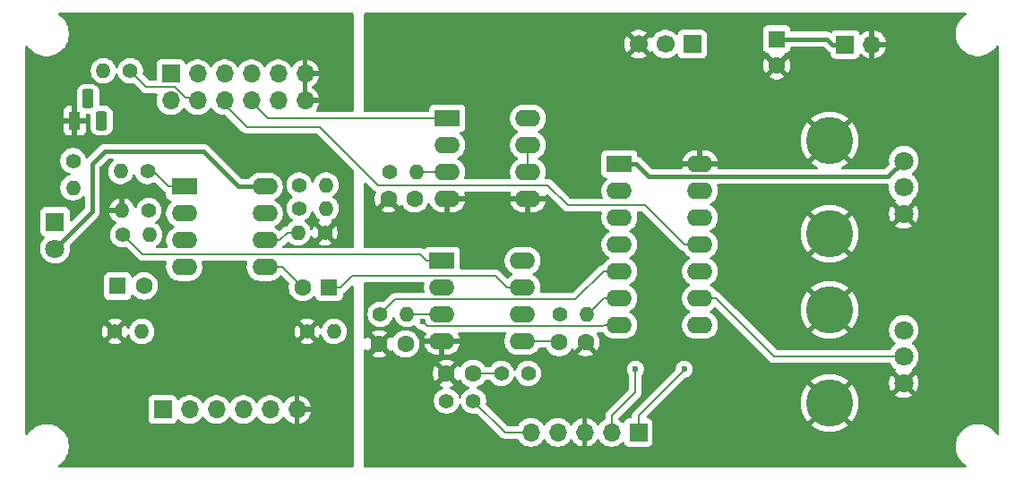
<source format=gtl>
%TF.GenerationSoftware,KiCad,Pcbnew,9.0.3*%
%TF.CreationDate,2025-07-27T11:41:57+09:00*%
%TF.ProjectId,LFOSeparate,4c464f53-6570-4617-9261-74652e6b6963,rev?*%
%TF.SameCoordinates,Original*%
%TF.FileFunction,Copper,L1,Top*%
%TF.FilePolarity,Positive*%
%FSLAX46Y46*%
G04 Gerber Fmt 4.6, Leading zero omitted, Abs format (unit mm)*
G04 Created by KiCad (PCBNEW 9.0.3) date 2025-07-27 11:41:57*
%MOMM*%
%LPD*%
G01*
G04 APERTURE LIST*
G04 Aperture macros list*
%AMRoundRect*
0 Rectangle with rounded corners*
0 $1 Rounding radius*
0 $2 $3 $4 $5 $6 $7 $8 $9 X,Y pos of 4 corners*
0 Add a 4 corners polygon primitive as box body*
4,1,4,$2,$3,$4,$5,$6,$7,$8,$9,$2,$3,0*
0 Add four circle primitives for the rounded corners*
1,1,$1+$1,$2,$3*
1,1,$1+$1,$4,$5*
1,1,$1+$1,$6,$7*
1,1,$1+$1,$8,$9*
0 Add four rect primitives between the rounded corners*
20,1,$1+$1,$2,$3,$4,$5,0*
20,1,$1+$1,$4,$5,$6,$7,0*
20,1,$1+$1,$6,$7,$8,$9,0*
20,1,$1+$1,$8,$9,$2,$3,0*%
G04 Aperture macros list end*
%TA.AperFunction,ComponentPad*%
%ADD10C,1.600000*%
%TD*%
%TA.AperFunction,ComponentPad*%
%ADD11R,1.600000X1.600000*%
%TD*%
%TA.AperFunction,ComponentPad*%
%ADD12C,1.400000*%
%TD*%
%TA.AperFunction,ComponentPad*%
%ADD13O,1.400000X1.400000*%
%TD*%
%TA.AperFunction,ComponentPad*%
%ADD14R,1.700000X1.700000*%
%TD*%
%TA.AperFunction,ComponentPad*%
%ADD15C,1.700000*%
%TD*%
%TA.AperFunction,ComponentPad*%
%ADD16O,1.700000X1.700000*%
%TD*%
%TA.AperFunction,ComponentPad*%
%ADD17R,2.400000X1.600000*%
%TD*%
%TA.AperFunction,ComponentPad*%
%ADD18O,2.400000X1.600000*%
%TD*%
%TA.AperFunction,ComponentPad*%
%ADD19R,1.800000X1.800000*%
%TD*%
%TA.AperFunction,ComponentPad*%
%ADD20C,1.800000*%
%TD*%
%TA.AperFunction,ComponentPad*%
%ADD21C,4.455000*%
%TD*%
%TA.AperFunction,ComponentPad*%
%ADD22R,1.100000X1.800000*%
%TD*%
%TA.AperFunction,ComponentPad*%
%ADD23RoundRect,0.275000X-0.275000X-0.625000X0.275000X-0.625000X0.275000X0.625000X-0.275000X0.625000X0*%
%TD*%
%TA.AperFunction,ViaPad*%
%ADD24C,0.600000*%
%TD*%
%TA.AperFunction,Conductor*%
%ADD25C,0.200000*%
%TD*%
%TA.AperFunction,Conductor*%
%ADD26C,0.400000*%
%TD*%
G04 APERTURE END LIST*
D10*
%TO.P,C3,1*%
%TO.N,Net-(IC2-VINA+)*%
X123917000Y-66304000D03*
%TO.P,C3,2*%
%TO.N,GND*%
X121417000Y-66304000D03*
%TD*%
D11*
%TO.P,C9,1*%
%TO.N,Raw_Triangle*%
X116688000Y-60950000D03*
D10*
%TO.P,C9,2*%
%TO.N,Net-(U1B-+)*%
X114188000Y-60950000D03*
%TD*%
D12*
%TO.P,R5,1*%
%TO.N,Raw_Sine*%
X97220000Y-55997000D03*
D13*
%TO.P,R5,2*%
%TO.N,Net-(C8-Pad1)*%
X99760000Y-55997000D03*
%TD*%
D14*
%TO.P,J3,1,Pin_1*%
%TO.N,Gate*%
X151015000Y-37975000D03*
D15*
%TO.P,J3,2,Pin_2*%
%TO.N,RandumSeed*%
X148475000Y-37975000D03*
%TO.P,J3,3,Pin_3*%
%TO.N,GND*%
X145935000Y-37975000D03*
%TD*%
D14*
%TO.P,J5,1,Pin_1*%
%TO.N,+12VA*%
X100965000Y-72517000D03*
D16*
%TO.P,J5,2,Pin_2*%
%TO.N,+5VA*%
X103505000Y-72517000D03*
%TO.P,J5,3,Pin_3*%
%TO.N,-5VA*%
X106045000Y-72517000D03*
%TO.P,J5,4,Pin_4*%
%TO.N,-12VA*%
X108585000Y-72517000D03*
%TO.P,J5,5,Pin_5*%
%TO.N,unconnected-(J5-Pin_5-Pad5)*%
X111125000Y-72517000D03*
%TO.P,J5,6,Pin_6*%
%TO.N,GNDA*%
X113665000Y-72517000D03*
%TD*%
D17*
%TO.P,IC3,1,VOUTA*%
%TO.N,Randum*%
X127874000Y-44968000D03*
D18*
%TO.P,IC3,2,VINA-*%
X127874000Y-47508000D03*
%TO.P,IC3,3,VINA+*%
%TO.N,Net-(IC3-VINA+)*%
X127874000Y-50048000D03*
%TO.P,IC3,4,VSS*%
%TO.N,GND*%
X127874000Y-52588000D03*
%TO.P,IC3,5,VINB+*%
X135494000Y-52588000D03*
%TO.P,IC3,6,VINB-*%
%TO.N,Net-(IC3-VINB-)*%
X135494000Y-50048000D03*
%TO.P,IC3,7,VOUTB*%
X135494000Y-47508000D03*
%TO.P,IC3,8,VDD*%
%TO.N,+5VD*%
X135494000Y-44968000D03*
%TD*%
D12*
%TO.P,R2,1*%
%TO.N,Net-(IC2-VINB+)*%
X138542000Y-63510000D03*
D13*
%TO.P,R2,2*%
%TO.N,PWM_Triangle*%
X141082000Y-63510000D03*
%TD*%
D19*
%TO.P,D2,1,K*%
%TO.N,Net-(D2-K)*%
X90800000Y-54760000D03*
D20*
%TO.P,D2,2,A*%
%TO.N,+12VA*%
X90800000Y-57300000D03*
%TD*%
D12*
%TO.P,R12,1*%
%TO.N,Triangle*%
X97900000Y-40500000D03*
D13*
%TO.P,R12,2*%
%TO.N,Net-(Q1-B)*%
X95360000Y-40500000D03*
%TD*%
D12*
%TO.P,R11,1*%
%TO.N,Net-(U1B--)*%
X113857000Y-53500000D03*
D13*
%TO.P,R11,2*%
%TO.N,Net-(R11-Pad2)*%
X116397000Y-53500000D03*
%TD*%
D11*
%TO.P,C8,1*%
%TO.N,Net-(C8-Pad1)*%
X96702000Y-60833000D03*
D10*
%TO.P,C8,2*%
%TO.N,Net-(U1A-+)*%
X99202000Y-60833000D03*
%TD*%
D12*
%TO.P,R1,1*%
%TO.N,PWM_Sine*%
X121524000Y-63510000D03*
D13*
%TO.P,R1,2*%
%TO.N,Net-(IC2-VINA+)*%
X124064000Y-63510000D03*
%TD*%
D12*
%TO.P,R13,1*%
%TO.N,Net-(Q1-C)*%
X92500000Y-49000000D03*
D13*
%TO.P,R13,2*%
%TO.N,Net-(D2-K)*%
X92500000Y-51540000D03*
%TD*%
D12*
%TO.P,R6,1*%
%TO.N,Net-(C8-Pad1)*%
X99660000Y-53711000D03*
D13*
%TO.P,R6,2*%
%TO.N,GNDA*%
X97120000Y-53711000D03*
%TD*%
D20*
%TO.P,VR1,1,CCW*%
%TO.N,GND*%
X171000000Y-70000000D03*
%TO.P,VR1,2,WIPER*%
%TO.N,Rate*%
X171000000Y-67500000D03*
%TO.P,VR1,3,CW*%
%TO.N,+5VD*%
X171000000Y-65000000D03*
D21*
%TO.P,VR1,MH1,MH1*%
%TO.N,GND*%
X164000000Y-71900000D03*
%TO.P,VR1,MH2,MH2*%
X164000000Y-63100000D03*
%TD*%
D14*
%TO.P,J1,1,Pin_1*%
%TO.N,ICSPCLK*%
X145923000Y-74676000D03*
D16*
%TO.P,J1,2,Pin_2*%
%TO.N,ICSPDT*%
X143383000Y-74676000D03*
%TO.P,J1,3,Pin_3*%
%TO.N,GND*%
X140843000Y-74676000D03*
%TO.P,J1,4,Pin_4*%
%TO.N,+5VD*%
X138303000Y-74676000D03*
%TO.P,J1,5,Pin_5*%
%TO.N,~MCLR*%
X135763000Y-74676000D03*
%TD*%
D17*
%TO.P,IC2,1,VOUTA*%
%TO.N,Raw_Sine*%
X127366000Y-58430000D03*
D18*
%TO.P,IC2,2,VINA-*%
X127366000Y-60970000D03*
%TO.P,IC2,3,VINA+*%
%TO.N,Net-(IC2-VINA+)*%
X127366000Y-63510000D03*
%TO.P,IC2,4,VSS*%
%TO.N,GND*%
X127366000Y-66050000D03*
%TO.P,IC2,5,VINB+*%
%TO.N,Net-(IC2-VINB+)*%
X134986000Y-66050000D03*
%TO.P,IC2,6,VINB-*%
%TO.N,Raw_Triangle*%
X134986000Y-63510000D03*
%TO.P,IC2,7,VOUTB*%
X134986000Y-60970000D03*
%TO.P,IC2,8,VDD*%
%TO.N,+5VD*%
X134986000Y-58430000D03*
%TD*%
D22*
%TO.P,Q1,1,E*%
%TO.N,GNDA*%
X92660000Y-45200000D03*
D23*
%TO.P,Q1,2,C*%
%TO.N,Net-(Q1-C)*%
X93930000Y-43130000D03*
%TO.P,Q1,3,B*%
%TO.N,Net-(Q1-B)*%
X95200000Y-45200000D03*
%TD*%
D12*
%TO.P,R9,1*%
%TO.N,GNDA*%
X114619000Y-65141000D03*
D13*
%TO.P,R9,2*%
%TO.N,Net-(U1B-+)*%
X117159000Y-65141000D03*
%TD*%
D12*
%TO.P,R7,1*%
%TO.N,Net-(U1A--)*%
X99540000Y-50000000D03*
D13*
%TO.P,R7,2*%
%TO.N,Sine*%
X97000000Y-50000000D03*
%TD*%
D12*
%TO.P,R14,1*%
%TO.N,Net-(C12-Pad1)*%
X132980000Y-69100000D03*
%TO.P,R14,2*%
%TO.N,+5VD*%
X135520000Y-69100000D03*
%TD*%
%TO.P,R8,1*%
%TO.N,Net-(R11-Pad2)*%
X113857000Y-51298000D03*
D13*
%TO.P,R8,2*%
%TO.N,Triangle*%
X116397000Y-51298000D03*
%TD*%
D17*
%TO.P,IC1,1,VDD*%
%TO.N,+5VD*%
X144130000Y-49286000D03*
D18*
%TO.P,IC1,2,RA5*%
%TO.N,unconnected-(IC1-RA5-Pad2)*%
X144130000Y-51826000D03*
%TO.P,IC1,3,RA4*%
%TO.N,RandumSeed*%
X144130000Y-54366000D03*
%TO.P,IC1,4,VPP/~{MCLR}/RA3*%
%TO.N,~MCLR*%
X144130000Y-56906000D03*
%TO.P,IC1,5,RC5*%
%TO.N,PWM_Sine*%
X144130000Y-59446000D03*
%TO.P,IC1,6,RC4*%
%TO.N,PWM_Triangle*%
X144130000Y-61986000D03*
%TO.P,IC1,7,RC3*%
%TO.N,PWM_Randum*%
X144130000Y-64526000D03*
%TO.P,IC1,8,RC2*%
%TO.N,Delay*%
X151750000Y-64526000D03*
%TO.P,IC1,9,RC1*%
%TO.N,Rate*%
X151750000Y-61986000D03*
%TO.P,IC1,10,RC0*%
%TO.N,Gate*%
X151750000Y-59446000D03*
%TO.P,IC1,11,RA2*%
%TO.N,Square*%
X151750000Y-56906000D03*
%TO.P,IC1,12,RA1/ICSPCLK*%
%TO.N,ICSPCLK*%
X151750000Y-54366000D03*
%TO.P,IC1,13,RA0/ICSPDAT*%
%TO.N,ICSPDT*%
X151750000Y-51826000D03*
%TO.P,IC1,14,VSS*%
%TO.N,GND*%
X151750000Y-49286000D03*
%TD*%
D10*
%TO.P,C5,1*%
%TO.N,Net-(IC3-VINA+)*%
X124806000Y-52588000D03*
%TO.P,C5,2*%
%TO.N,GND*%
X122306000Y-52588000D03*
%TD*%
D12*
%TO.P,R10,1*%
%TO.N,GNDA*%
X116300000Y-55800000D03*
D13*
%TO.P,R10,2*%
%TO.N,Net-(U1B--)*%
X113760000Y-55800000D03*
%TD*%
D12*
%TO.P,R15,1*%
%TO.N,Net-(C12-Pad1)*%
X127800000Y-71700000D03*
%TO.P,R15,2*%
%TO.N,~MCLR*%
X130340000Y-71700000D03*
%TD*%
D10*
%TO.P,C4,1*%
%TO.N,Net-(IC2-VINB+)*%
X138435000Y-66177000D03*
%TO.P,C4,2*%
%TO.N,GND*%
X140935000Y-66177000D03*
%TD*%
D20*
%TO.P,VR2,1,CCW*%
%TO.N,GND*%
X171000000Y-54000000D03*
%TO.P,VR2,2,WIPER*%
%TO.N,Delay*%
X171000000Y-51500000D03*
%TO.P,VR2,3,CW*%
%TO.N,+5VD*%
X171000000Y-49000000D03*
D21*
%TO.P,VR2,MH1,MH1*%
%TO.N,GND*%
X164000000Y-55900000D03*
%TO.P,VR2,MH2,MH2*%
X164000000Y-47100000D03*
%TD*%
D12*
%TO.P,R4,1*%
%TO.N,GNDA*%
X96458000Y-65151000D03*
D13*
%TO.P,R4,2*%
%TO.N,Net-(U1A-+)*%
X98998000Y-65151000D03*
%TD*%
D17*
%TO.P,U1,1*%
%TO.N,Net-(U1A--)*%
X102997000Y-51435000D03*
D18*
%TO.P,U1,2,-*%
X102997000Y-53975000D03*
%TO.P,U1,3,+*%
%TO.N,Net-(U1A-+)*%
X102997000Y-56515000D03*
%TO.P,U1,4,V-*%
%TO.N,-12VA*%
X102997000Y-59055000D03*
%TO.P,U1,5,+*%
%TO.N,Net-(U1B-+)*%
X110617000Y-59055000D03*
%TO.P,U1,6,-*%
%TO.N,Net-(U1B--)*%
X110617000Y-56515000D03*
%TO.P,U1,7*%
%TO.N,Net-(R11-Pad2)*%
X110617000Y-53975000D03*
%TO.P,U1,8,V+*%
%TO.N,+12VA*%
X110617000Y-51435000D03*
%TD*%
D10*
%TO.P,C12,1*%
%TO.N,Net-(C12-Pad1)*%
X130300000Y-69100000D03*
%TO.P,C12,2*%
%TO.N,GND*%
X127800000Y-69100000D03*
%TD*%
D11*
%TO.P,C1,1*%
%TO.N,+5VD*%
X159000000Y-37500000D03*
D10*
%TO.P,C1,2*%
%TO.N,GND*%
X159000000Y-40000000D03*
%TD*%
D14*
%TO.P,J4,1,Pin_1*%
%TO.N,Sine*%
X101727000Y-40767000D03*
D16*
%TO.P,J4,2,Pin_2*%
X101727000Y-43307000D03*
%TO.P,J4,3,Pin_3*%
%TO.N,Triangle*%
X104267000Y-40767000D03*
%TO.P,J4,4,Pin_4*%
X104267000Y-43307000D03*
%TO.P,J4,5,Pin_5*%
%TO.N,Square*%
X106807000Y-40767000D03*
%TO.P,J4,6,Pin_6*%
X106807000Y-43307000D03*
%TO.P,J4,7,Pin_7*%
%TO.N,Randum*%
X109347000Y-40767000D03*
%TO.P,J4,8,Pin_8*%
X109347000Y-43307000D03*
%TO.P,J4,9,Pin_9*%
%TO.N,unconnected-(J4-Pin_9-Pad9)*%
X111887000Y-40767000D03*
%TO.P,J4,10,Pin_10*%
%TO.N,unconnected-(J4-Pin_10-Pad10)*%
X111887000Y-43307000D03*
%TO.P,J4,11,Pin_11*%
%TO.N,GNDA*%
X114427000Y-40767000D03*
%TO.P,J4,12,Pin_12*%
X114427000Y-43307000D03*
%TD*%
D12*
%TO.P,R3,1*%
%TO.N,PWM_Randum*%
X122463000Y-50048000D03*
D13*
%TO.P,R3,2*%
%TO.N,Net-(IC3-VINA+)*%
X125003000Y-50048000D03*
%TD*%
D14*
%TO.P,J2,1,Pin_1*%
%TO.N,+5VD*%
X165460000Y-38000000D03*
D16*
%TO.P,J2,2,Pin_2*%
%TO.N,GND*%
X168000000Y-38000000D03*
%TD*%
D24*
%TO.N,PWM_Randum*%
X125588000Y-64211700D03*
%TO.N,ICSPCLK*%
X150248000Y-68700000D03*
%TO.N,ICSPDT*%
X145650000Y-68700000D03*
%TD*%
D25*
%TO.N,Square*%
X121320000Y-51318000D02*
X137367000Y-51318000D01*
X146560000Y-53217800D02*
X150248000Y-56906000D01*
X150248000Y-56906000D02*
X151750000Y-56906000D01*
X139267000Y-53217800D02*
X146560000Y-53217800D01*
X115842000Y-45839700D02*
X121320000Y-51318000D01*
X108958700Y-45839700D02*
X115842000Y-45839700D01*
X107075500Y-43956500D02*
X108958700Y-45839700D01*
X137367000Y-51318000D02*
X139267000Y-53217800D01*
X107075500Y-43575500D02*
X107075500Y-43956500D01*
X106807000Y-43307000D02*
X107075500Y-43575500D01*
%TO.N,Randum*%
X110881000Y-44968000D02*
X127874000Y-44968000D01*
X109615500Y-43702500D02*
X110881000Y-44968000D01*
X109347000Y-43307000D02*
X109615500Y-43575500D01*
X109615500Y-43575500D02*
X109615500Y-43702500D01*
D26*
%TO.N,+5VD*%
X146933000Y-50487700D02*
X169512000Y-50487700D01*
X169512000Y-50487700D02*
X171000000Y-49000000D01*
X144130000Y-49286000D02*
X145732000Y-49286000D01*
X165460000Y-38000000D02*
X164208000Y-38000000D01*
X164208000Y-38000000D02*
X163708000Y-37500000D01*
X163708000Y-37500000D02*
X159000000Y-37500000D01*
X145732000Y-49286000D02*
X146933000Y-50487700D01*
D25*
%TO.N,Net-(IC2-VINA+)*%
X124064000Y-63510000D02*
X127366000Y-63510000D01*
%TO.N,Net-(IC2-VINB+)*%
X138308000Y-66050000D02*
X138435000Y-66177000D01*
X134986000Y-66050000D02*
X138308000Y-66050000D01*
%TO.N,Net-(IC3-VINA+)*%
X127874000Y-50048000D02*
X125003000Y-50048000D01*
D26*
%TO.N,+12VA*%
X108135000Y-51435000D02*
X104800000Y-48100000D01*
X104800000Y-48100000D02*
X95500000Y-48100000D01*
X110617000Y-51435000D02*
X108135000Y-51435000D01*
X94300000Y-49300000D02*
X94300000Y-53800000D01*
X95500000Y-48100000D02*
X94300000Y-49300000D01*
X94300000Y-53800000D02*
X90800000Y-57300000D01*
D25*
%TO.N,Raw_Sine*%
X125308000Y-57873700D02*
X99096700Y-57873700D01*
X127366000Y-58430000D02*
X125864000Y-58430000D01*
X125864000Y-58430000D02*
X125308000Y-57873700D01*
X99096700Y-57873700D02*
X97220000Y-55997000D01*
%TO.N,Raw_Triangle*%
X118875000Y-59864400D02*
X117790000Y-60950000D01*
X133484000Y-60970000D02*
X132379000Y-59864400D01*
X132379000Y-59864400D02*
X118875000Y-59864400D01*
X134986000Y-60970000D02*
X133484000Y-60970000D01*
X117790000Y-60950000D02*
X116688000Y-60950000D01*
%TO.N,PWM_Randum*%
X142628000Y-64526000D02*
X144130000Y-64526000D01*
X125588000Y-64211700D02*
X125988000Y-64611700D01*
X125988000Y-64611700D02*
X142543000Y-64611700D01*
X142543000Y-64611700D02*
X142628000Y-64526000D01*
%TO.N,ICSPCLK*%
X150248000Y-68752000D02*
X145923000Y-73077000D01*
X150248000Y-68700000D02*
X150248000Y-68752000D01*
X145923000Y-73077000D02*
X145923000Y-74676000D01*
%TO.N,ICSPDT*%
X145650000Y-70850000D02*
X143400000Y-73100000D01*
X145650000Y-68700000D02*
X145650000Y-70850000D01*
X143400000Y-74659000D02*
X143383000Y-74676000D01*
X143400000Y-73100000D02*
X143400000Y-74659000D01*
%TO.N,Net-(C12-Pad1)*%
X130300000Y-69100000D02*
X132980000Y-69100000D01*
%TO.N,Rate*%
X151750000Y-61986000D02*
X153252000Y-61986000D01*
X153252000Y-61986000D02*
X158766000Y-67500000D01*
X158766000Y-67500000D02*
X171000000Y-67500000D01*
%TO.N,PWM_Triangle*%
X142628000Y-61986000D02*
X141104000Y-63510000D01*
X144130000Y-61986000D02*
X142628000Y-61986000D01*
X141104000Y-63510000D02*
X141082000Y-63510000D01*
%TO.N,PWM_Sine*%
X139963000Y-62110900D02*
X122923000Y-62110900D01*
X122923000Y-62110900D02*
X121524000Y-63510000D01*
X144130000Y-59446000D02*
X142628000Y-59446000D01*
X142628000Y-59446000D02*
X139963000Y-62110900D01*
%TO.N,~MCLR*%
X135763000Y-74676000D02*
X133316000Y-74676000D01*
X133316000Y-74676000D02*
X130340000Y-71700000D01*
%TO.N,Triangle*%
X104267000Y-43307000D02*
X103998500Y-43038500D01*
X103998500Y-43038500D02*
X103115000Y-43038500D01*
X99437000Y-42037000D02*
X97900000Y-40500000D01*
X102114000Y-42037000D02*
X99437000Y-42037000D01*
X103115000Y-43038500D02*
X102114000Y-42037000D01*
%TO.N,Net-(U1A--)*%
X102997000Y-51435000D02*
X101535000Y-51435000D01*
X101535000Y-51435000D02*
X100100000Y-50000000D01*
X100100000Y-50000000D02*
X99540000Y-50000000D01*
%TO.N,Net-(U1B-+)*%
X112293000Y-59055000D02*
X114188000Y-60950000D01*
X110617000Y-59055000D02*
X112293000Y-59055000D01*
%TO.N,Net-(IC3-VINB-)*%
X135494000Y-47508000D02*
X135494000Y-50048000D01*
%TO.N,Net-(U1B--)*%
X112043000Y-56515000D02*
X112758000Y-55800000D01*
X110617000Y-56515000D02*
X112043000Y-56515000D01*
X112758000Y-55800000D02*
X113760000Y-55800000D01*
%TD*%
%TA.AperFunction,Conductor*%
%TO.N,GND*%
G36*
X128879474Y-69825922D02*
G01*
X128879474Y-69825921D01*
X128911859Y-69781349D01*
X128939233Y-69727624D01*
X128987207Y-69676827D01*
X129055028Y-69660031D01*
X129121163Y-69682567D01*
X129160203Y-69727621D01*
X129187713Y-69781611D01*
X129308028Y-69947213D01*
X129452786Y-70091971D01*
X129540717Y-70155855D01*
X129618390Y-70212287D01*
X129733503Y-70270940D01*
X129800776Y-70305218D01*
X129800778Y-70305218D01*
X129800781Y-70305220D01*
X129911332Y-70341140D01*
X129969007Y-70380578D01*
X129996205Y-70444937D01*
X129984290Y-70513783D01*
X129937046Y-70565259D01*
X129911334Y-70577001D01*
X129879166Y-70587453D01*
X129710800Y-70673240D01*
X129627508Y-70733756D01*
X129557927Y-70784310D01*
X129557925Y-70784312D01*
X129557924Y-70784312D01*
X129424312Y-70917924D01*
X129424312Y-70917925D01*
X129424310Y-70917927D01*
X129416225Y-70929055D01*
X129313240Y-71070800D01*
X129227454Y-71239163D01*
X129187931Y-71360803D01*
X129148493Y-71418478D01*
X129084134Y-71445676D01*
X129015288Y-71433761D01*
X128963812Y-71386516D01*
X128952069Y-71360803D01*
X128912545Y-71239163D01*
X128832359Y-71081790D01*
X128826760Y-71070801D01*
X128715690Y-70917927D01*
X128582073Y-70784310D01*
X128429199Y-70673240D01*
X128260836Y-70587454D01*
X128207859Y-70570241D01*
X128150184Y-70530803D01*
X128122986Y-70466444D01*
X128134901Y-70397597D01*
X128182146Y-70346122D01*
X128207859Y-70334379D01*
X128299031Y-70304754D01*
X128481349Y-70211859D01*
X128525921Y-70179474D01*
X127846447Y-69500000D01*
X127852661Y-69500000D01*
X127954394Y-69472741D01*
X128045606Y-69420080D01*
X128120080Y-69345606D01*
X128172741Y-69254394D01*
X128200000Y-69152661D01*
X128200000Y-69146448D01*
X128879474Y-69825922D01*
G37*
%TD.AperFunction*%
%TA.AperFunction,Conductor*%
G36*
X176867368Y-35019685D02*
G01*
X176913123Y-35072489D01*
X176923067Y-35141647D01*
X176894042Y-35205203D01*
X176862333Y-35231383D01*
X176830521Y-35249751D01*
X176830518Y-35249752D01*
X176830513Y-35249756D01*
X176612073Y-35417370D01*
X176612066Y-35417376D01*
X176417376Y-35612066D01*
X176417370Y-35612073D01*
X176249754Y-35830516D01*
X176112080Y-36068971D01*
X176112075Y-36068982D01*
X176006704Y-36323369D01*
X175935441Y-36589331D01*
X175935438Y-36589344D01*
X175899501Y-36862315D01*
X175899500Y-36862332D01*
X175899500Y-37137667D01*
X175899501Y-37137684D01*
X175935438Y-37410655D01*
X175935439Y-37410660D01*
X175935440Y-37410666D01*
X175968507Y-37534075D01*
X176006704Y-37676630D01*
X176112075Y-37931017D01*
X176112080Y-37931028D01*
X176175473Y-38040826D01*
X176249751Y-38169479D01*
X176249753Y-38169482D01*
X176249754Y-38169483D01*
X176417370Y-38387926D01*
X176417376Y-38387933D01*
X176612066Y-38582623D01*
X176612073Y-38582629D01*
X176709709Y-38657547D01*
X176830521Y-38750249D01*
X176983778Y-38838732D01*
X177068971Y-38887919D01*
X177068976Y-38887921D01*
X177068979Y-38887923D01*
X177323368Y-38993295D01*
X177589334Y-39064560D01*
X177862326Y-39100500D01*
X177862333Y-39100500D01*
X178137667Y-39100500D01*
X178137674Y-39100500D01*
X178410666Y-39064560D01*
X178676632Y-38993295D01*
X178931021Y-38887923D01*
X179169479Y-38750249D01*
X179387928Y-38582628D01*
X179582628Y-38387928D01*
X179750249Y-38169479D01*
X179768615Y-38137668D01*
X179819179Y-38089455D01*
X179887786Y-38076231D01*
X179952651Y-38102199D01*
X179993180Y-38159113D01*
X180000000Y-38199670D01*
X180000000Y-74800329D01*
X179980315Y-74867368D01*
X179927511Y-74913123D01*
X179858353Y-74923067D01*
X179794797Y-74894042D01*
X179768616Y-74862333D01*
X179750249Y-74830521D01*
X179594466Y-74627500D01*
X179582629Y-74612073D01*
X179582623Y-74612066D01*
X179387933Y-74417376D01*
X179387926Y-74417370D01*
X179169483Y-74249754D01*
X179169482Y-74249753D01*
X179169479Y-74249751D01*
X179041739Y-74176000D01*
X178931028Y-74112080D01*
X178931017Y-74112075D01*
X178676630Y-74006704D01*
X178533839Y-73968444D01*
X178410666Y-73935440D01*
X178410660Y-73935439D01*
X178410655Y-73935438D01*
X178137684Y-73899501D01*
X178137679Y-73899500D01*
X178137674Y-73899500D01*
X177862326Y-73899500D01*
X177862320Y-73899500D01*
X177862315Y-73899501D01*
X177589344Y-73935438D01*
X177589337Y-73935439D01*
X177589334Y-73935440D01*
X177533125Y-73950500D01*
X177323369Y-74006704D01*
X177068982Y-74112075D01*
X177068971Y-74112080D01*
X176830516Y-74249754D01*
X176612073Y-74417370D01*
X176612066Y-74417376D01*
X176417376Y-74612066D01*
X176417370Y-74612073D01*
X176249754Y-74830516D01*
X176112080Y-75068971D01*
X176112075Y-75068982D01*
X176006704Y-75323369D01*
X175979335Y-75425513D01*
X175943546Y-75559084D01*
X175935441Y-75589331D01*
X175935438Y-75589344D01*
X175899501Y-75862315D01*
X175899500Y-75862332D01*
X175899500Y-76137667D01*
X175899501Y-76137684D01*
X175935438Y-76410655D01*
X175935439Y-76410660D01*
X175935440Y-76410666D01*
X175935441Y-76410668D01*
X176006704Y-76676630D01*
X176112075Y-76931017D01*
X176112080Y-76931028D01*
X176191809Y-77069121D01*
X176249751Y-77169479D01*
X176249753Y-77169482D01*
X176249754Y-77169483D01*
X176417370Y-77387926D01*
X176417376Y-77387933D01*
X176612066Y-77582623D01*
X176612072Y-77582628D01*
X176830521Y-77750249D01*
X176862332Y-77768615D01*
X176910545Y-77819181D01*
X176923767Y-77887788D01*
X176897799Y-77952652D01*
X176840885Y-77993180D01*
X176800329Y-78000000D01*
X120124000Y-78000000D01*
X120056961Y-77980315D01*
X120011206Y-77927511D01*
X120000000Y-77876000D01*
X120000000Y-68997682D01*
X126500000Y-68997682D01*
X126500000Y-69202317D01*
X126532009Y-69404417D01*
X126595244Y-69599031D01*
X126688141Y-69781350D01*
X126688147Y-69781359D01*
X126720523Y-69825921D01*
X126720524Y-69825922D01*
X127400000Y-69146446D01*
X127400000Y-69152661D01*
X127427259Y-69254394D01*
X127479920Y-69345606D01*
X127554394Y-69420080D01*
X127645606Y-69472741D01*
X127747339Y-69500000D01*
X127753553Y-69500000D01*
X127074076Y-70179474D01*
X127118650Y-70211859D01*
X127300968Y-70304755D01*
X127392140Y-70334379D01*
X127449815Y-70373817D01*
X127477013Y-70438176D01*
X127465098Y-70507022D01*
X127417854Y-70558498D01*
X127392141Y-70570240D01*
X127339167Y-70587452D01*
X127170800Y-70673240D01*
X127087508Y-70733756D01*
X127017927Y-70784310D01*
X127017925Y-70784312D01*
X127017924Y-70784312D01*
X126884312Y-70917924D01*
X126884312Y-70917925D01*
X126884310Y-70917927D01*
X126876225Y-70929055D01*
X126773240Y-71070800D01*
X126687454Y-71239163D01*
X126629059Y-71418881D01*
X126599500Y-71605513D01*
X126599500Y-71794486D01*
X126629059Y-71981118D01*
X126687454Y-72160836D01*
X126773240Y-72329199D01*
X126884310Y-72482073D01*
X127017927Y-72615690D01*
X127170801Y-72726760D01*
X127250347Y-72767290D01*
X127339163Y-72812545D01*
X127339165Y-72812545D01*
X127339168Y-72812547D01*
X127435497Y-72843846D01*
X127518881Y-72870940D01*
X127705514Y-72900500D01*
X127705519Y-72900500D01*
X127894486Y-72900500D01*
X128081118Y-72870940D01*
X128111753Y-72860986D01*
X128260832Y-72812547D01*
X128429199Y-72726760D01*
X128582073Y-72615690D01*
X128715690Y-72482073D01*
X128826760Y-72329199D01*
X128912547Y-72160832D01*
X128952069Y-72039195D01*
X128991507Y-71981521D01*
X129055866Y-71954323D01*
X129124712Y-71966238D01*
X129176188Y-72013482D01*
X129187930Y-72039194D01*
X129203291Y-72086472D01*
X129227454Y-72160836D01*
X129313240Y-72329199D01*
X129424310Y-72482073D01*
X129557927Y-72615690D01*
X129710801Y-72726760D01*
X129790347Y-72767290D01*
X129879163Y-72812545D01*
X129879165Y-72812545D01*
X129879168Y-72812547D01*
X129975497Y-72843846D01*
X130058881Y-72870940D01*
X130245514Y-72900500D01*
X130245519Y-72900500D01*
X130434486Y-72900500D01*
X130551017Y-72882042D01*
X130593753Y-72875274D01*
X130663045Y-72884228D01*
X130700830Y-72910065D01*
X132947284Y-75156520D01*
X132947286Y-75156521D01*
X132947290Y-75156524D01*
X133012915Y-75194412D01*
X133084216Y-75235577D01*
X133236943Y-75276501D01*
X133236945Y-75276501D01*
X133402654Y-75276501D01*
X133402670Y-75276500D01*
X134477281Y-75276500D01*
X134544320Y-75296185D01*
X134587765Y-75344205D01*
X134607947Y-75383814D01*
X134607948Y-75383815D01*
X134732890Y-75555786D01*
X134883213Y-75706109D01*
X135055179Y-75831048D01*
X135055181Y-75831049D01*
X135055184Y-75831051D01*
X135244588Y-75927557D01*
X135446757Y-75993246D01*
X135656713Y-76026500D01*
X135656714Y-76026500D01*
X135869286Y-76026500D01*
X135869287Y-76026500D01*
X136079243Y-75993246D01*
X136281412Y-75927557D01*
X136470816Y-75831051D01*
X136557138Y-75768335D01*
X136642786Y-75706109D01*
X136642788Y-75706106D01*
X136642792Y-75706104D01*
X136793104Y-75555792D01*
X136793106Y-75555788D01*
X136793109Y-75555786D01*
X136918048Y-75383820D01*
X136918047Y-75383820D01*
X136918051Y-75383816D01*
X136922514Y-75375054D01*
X136970488Y-75324259D01*
X137038308Y-75307463D01*
X137104444Y-75329999D01*
X137143486Y-75375056D01*
X137147951Y-75383820D01*
X137272890Y-75555786D01*
X137423213Y-75706109D01*
X137595179Y-75831048D01*
X137595181Y-75831049D01*
X137595184Y-75831051D01*
X137784588Y-75927557D01*
X137986757Y-75993246D01*
X138196713Y-76026500D01*
X138196714Y-76026500D01*
X138409286Y-76026500D01*
X138409287Y-76026500D01*
X138619243Y-75993246D01*
X138821412Y-75927557D01*
X139010816Y-75831051D01*
X139097138Y-75768335D01*
X139182786Y-75706109D01*
X139182788Y-75706106D01*
X139182792Y-75706104D01*
X139333104Y-75555792D01*
X139333106Y-75555788D01*
X139333109Y-75555786D01*
X139400515Y-75463007D01*
X139458051Y-75383816D01*
X139462793Y-75374508D01*
X139510763Y-75323711D01*
X139578583Y-75306911D01*
X139644719Y-75329445D01*
X139683763Y-75374500D01*
X139688377Y-75383555D01*
X139813272Y-75555459D01*
X139813276Y-75555464D01*
X139963535Y-75705723D01*
X139963540Y-75705727D01*
X140135442Y-75830620D01*
X140324782Y-75927095D01*
X140526871Y-75992757D01*
X140593000Y-76003231D01*
X140593000Y-75109012D01*
X140650007Y-75141925D01*
X140777174Y-75176000D01*
X140908826Y-75176000D01*
X141035993Y-75141925D01*
X141093000Y-75109012D01*
X141093000Y-76003230D01*
X141159126Y-75992757D01*
X141159129Y-75992757D01*
X141361217Y-75927095D01*
X141550557Y-75830620D01*
X141722459Y-75705727D01*
X141722464Y-75705723D01*
X141872723Y-75555464D01*
X141872727Y-75555459D01*
X141997620Y-75383558D01*
X142002232Y-75374507D01*
X142050205Y-75323709D01*
X142118025Y-75306912D01*
X142184161Y-75329447D01*
X142223204Y-75374504D01*
X142227949Y-75383817D01*
X142352890Y-75555786D01*
X142503213Y-75706109D01*
X142675179Y-75831048D01*
X142675181Y-75831049D01*
X142675184Y-75831051D01*
X142864588Y-75927557D01*
X143066757Y-75993246D01*
X143276713Y-76026500D01*
X143276714Y-76026500D01*
X143489286Y-76026500D01*
X143489287Y-76026500D01*
X143699243Y-75993246D01*
X143901412Y-75927557D01*
X144090816Y-75831051D01*
X144262792Y-75706104D01*
X144376329Y-75592566D01*
X144437648Y-75559084D01*
X144507340Y-75564068D01*
X144563274Y-75605939D01*
X144580189Y-75636917D01*
X144629202Y-75768328D01*
X144629206Y-75768335D01*
X144715452Y-75883544D01*
X144715455Y-75883547D01*
X144830664Y-75969793D01*
X144830671Y-75969797D01*
X144965517Y-76020091D01*
X144965516Y-76020091D01*
X144972444Y-76020835D01*
X145025127Y-76026500D01*
X146820872Y-76026499D01*
X146880483Y-76020091D01*
X147015331Y-75969796D01*
X147130546Y-75883546D01*
X147216796Y-75768331D01*
X147267091Y-75633483D01*
X147273500Y-75573873D01*
X147273499Y-73778128D01*
X147267091Y-73718517D01*
X147265810Y-73715083D01*
X147216797Y-73583671D01*
X147216793Y-73583664D01*
X147130547Y-73468455D01*
X147130544Y-73468452D01*
X147015335Y-73382206D01*
X147015328Y-73382202D01*
X146880482Y-73331908D01*
X146880483Y-73331908D01*
X146820883Y-73325501D01*
X146820881Y-73325500D01*
X146820873Y-73325500D01*
X146820864Y-73325500D01*
X146817548Y-73325322D01*
X146817624Y-73323893D01*
X146756057Y-73305815D01*
X146710302Y-73253011D01*
X146700358Y-73183853D01*
X146729383Y-73120297D01*
X146735415Y-73113819D01*
X148102412Y-71746822D01*
X161272500Y-71746822D01*
X161272500Y-72053177D01*
X161306798Y-72357580D01*
X161306800Y-72357596D01*
X161374967Y-72656258D01*
X161374971Y-72656270D01*
X161476145Y-72945407D01*
X161476154Y-72945429D01*
X161609062Y-73221416D01*
X161772051Y-73480811D01*
X161902302Y-73644143D01*
X162788078Y-72758366D01*
X162867305Y-72867413D01*
X163032587Y-73032695D01*
X163141631Y-73111920D01*
X162255855Y-73997696D01*
X162419188Y-74127948D01*
X162678583Y-74290937D01*
X162954570Y-74423845D01*
X162954592Y-74423854D01*
X163243729Y-74525028D01*
X163243741Y-74525032D01*
X163542403Y-74593199D01*
X163542419Y-74593201D01*
X163846822Y-74627499D01*
X163846824Y-74627500D01*
X164153176Y-74627500D01*
X164153177Y-74627499D01*
X164457580Y-74593201D01*
X164457596Y-74593199D01*
X164756258Y-74525032D01*
X164756270Y-74525028D01*
X165045407Y-74423854D01*
X165045429Y-74423845D01*
X165321416Y-74290937D01*
X165580811Y-74127948D01*
X165744143Y-73997696D01*
X164858367Y-73111920D01*
X164967413Y-73032695D01*
X165132695Y-72867413D01*
X165211920Y-72758367D01*
X166097696Y-73644143D01*
X166227948Y-73480811D01*
X166390937Y-73221416D01*
X166523845Y-72945429D01*
X166523854Y-72945407D01*
X166625028Y-72656270D01*
X166625032Y-72656258D01*
X166693199Y-72357596D01*
X166693201Y-72357580D01*
X166727499Y-72053177D01*
X166727500Y-72053175D01*
X166727500Y-71746824D01*
X166727499Y-71746822D01*
X166693201Y-71442419D01*
X166693199Y-71442403D01*
X166625032Y-71143741D01*
X166625029Y-71143731D01*
X166523854Y-70854592D01*
X166523845Y-70854570D01*
X166390937Y-70578583D01*
X166227948Y-70319188D01*
X166097696Y-70155855D01*
X165211920Y-71041631D01*
X165132695Y-70932587D01*
X164967413Y-70767305D01*
X164858366Y-70688078D01*
X165744143Y-69802302D01*
X165580811Y-69672051D01*
X165321416Y-69509062D01*
X165045429Y-69376154D01*
X165045407Y-69376145D01*
X164756270Y-69274971D01*
X164756258Y-69274967D01*
X164457596Y-69206800D01*
X164457580Y-69206798D01*
X164153177Y-69172500D01*
X163846822Y-69172500D01*
X163542419Y-69206798D01*
X163542403Y-69206800D01*
X163243741Y-69274967D01*
X163243729Y-69274971D01*
X162954592Y-69376145D01*
X162954570Y-69376154D01*
X162678583Y-69509062D01*
X162419184Y-69672053D01*
X162419180Y-69672056D01*
X162255855Y-69802302D01*
X163141632Y-70688079D01*
X163032587Y-70767305D01*
X162867305Y-70932587D01*
X162788079Y-71041632D01*
X161902302Y-70155855D01*
X161772056Y-70319180D01*
X161772053Y-70319184D01*
X161609062Y-70578583D01*
X161476154Y-70854570D01*
X161476145Y-70854592D01*
X161374971Y-71143729D01*
X161374967Y-71143741D01*
X161306800Y-71442403D01*
X161306798Y-71442419D01*
X161272500Y-71746822D01*
X148102412Y-71746822D01*
X148430756Y-71418478D01*
X150327576Y-69521658D01*
X150388897Y-69488175D01*
X150390910Y-69487755D01*
X150481497Y-69469737D01*
X150627179Y-69409394D01*
X150758289Y-69321789D01*
X150869789Y-69210289D01*
X150957394Y-69079179D01*
X151017737Y-68933497D01*
X151048500Y-68778842D01*
X151048500Y-68621158D01*
X151048500Y-68621155D01*
X151048499Y-68621153D01*
X151032350Y-68539968D01*
X151017737Y-68466503D01*
X150997917Y-68418652D01*
X150957397Y-68320827D01*
X150957390Y-68320814D01*
X150869789Y-68189711D01*
X150869786Y-68189707D01*
X150758292Y-68078213D01*
X150758288Y-68078210D01*
X150627185Y-67990609D01*
X150627172Y-67990602D01*
X150481501Y-67930264D01*
X150481489Y-67930261D01*
X150326845Y-67899500D01*
X150326842Y-67899500D01*
X150169158Y-67899500D01*
X150169155Y-67899500D01*
X150014510Y-67930261D01*
X150014498Y-67930264D01*
X149868827Y-67990602D01*
X149868814Y-67990609D01*
X149737711Y-68078210D01*
X149737707Y-68078213D01*
X149626213Y-68189707D01*
X149626210Y-68189711D01*
X149538609Y-68320814D01*
X149538602Y-68320827D01*
X149478264Y-68466498D01*
X149478261Y-68466510D01*
X149447500Y-68621153D01*
X149447500Y-68651902D01*
X149427815Y-68718941D01*
X149411181Y-68739583D01*
X145442481Y-72708282D01*
X145442479Y-72708285D01*
X145392361Y-72795094D01*
X145392359Y-72795096D01*
X145363425Y-72845209D01*
X145363424Y-72845210D01*
X145352969Y-72884228D01*
X145322499Y-72997943D01*
X145322499Y-72997945D01*
X145322499Y-73166046D01*
X145322500Y-73166059D01*
X145322500Y-73201500D01*
X145302815Y-73268539D01*
X145250011Y-73314294D01*
X145198501Y-73325500D01*
X145025130Y-73325500D01*
X145025123Y-73325501D01*
X144965516Y-73331908D01*
X144830671Y-73382202D01*
X144830664Y-73382206D01*
X144715455Y-73468452D01*
X144715452Y-73468455D01*
X144629206Y-73583664D01*
X144629203Y-73583669D01*
X144580189Y-73715083D01*
X144538317Y-73771016D01*
X144472853Y-73795433D01*
X144404580Y-73780581D01*
X144376326Y-73759430D01*
X144262786Y-73645890D01*
X144090819Y-73520950D01*
X144068967Y-73509816D01*
X144018172Y-73461841D01*
X144001378Y-73394019D01*
X144023917Y-73327885D01*
X144037577Y-73311657D01*
X146130520Y-71218716D01*
X146209577Y-71081784D01*
X146250501Y-70929057D01*
X146250501Y-70770942D01*
X146250501Y-70763347D01*
X146250500Y-70763329D01*
X146250500Y-69279765D01*
X146270185Y-69212726D01*
X146271398Y-69210874D01*
X146282352Y-69194481D01*
X146359394Y-69079179D01*
X146419737Y-68933497D01*
X146450500Y-68778842D01*
X146450500Y-68621158D01*
X146450500Y-68621155D01*
X146450499Y-68621153D01*
X146434350Y-68539968D01*
X146419737Y-68466503D01*
X146399917Y-68418652D01*
X146359397Y-68320827D01*
X146359390Y-68320814D01*
X146271789Y-68189711D01*
X146271786Y-68189707D01*
X146160292Y-68078213D01*
X146160288Y-68078210D01*
X146029185Y-67990609D01*
X146029172Y-67990602D01*
X145883501Y-67930264D01*
X145883489Y-67930261D01*
X145728845Y-67899500D01*
X145728842Y-67899500D01*
X145571158Y-67899500D01*
X145571155Y-67899500D01*
X145416510Y-67930261D01*
X145416498Y-67930264D01*
X145270827Y-67990602D01*
X145270814Y-67990609D01*
X145139711Y-68078210D01*
X145139707Y-68078213D01*
X145028213Y-68189707D01*
X145028210Y-68189711D01*
X144940609Y-68320814D01*
X144940602Y-68320827D01*
X144880264Y-68466498D01*
X144880261Y-68466510D01*
X144849500Y-68621153D01*
X144849500Y-68778846D01*
X144880261Y-68933489D01*
X144880264Y-68933501D01*
X144940602Y-69079172D01*
X144940609Y-69079185D01*
X145028602Y-69210874D01*
X145049480Y-69277551D01*
X145049500Y-69279765D01*
X145049500Y-70549902D01*
X145029815Y-70616941D01*
X145013181Y-70637583D01*
X142919481Y-72731282D01*
X142919475Y-72731290D01*
X142872563Y-72812546D01*
X142872563Y-72812547D01*
X142840423Y-72868215D01*
X142799499Y-73020943D01*
X142799499Y-73020945D01*
X142799499Y-73189046D01*
X142799500Y-73189059D01*
X142799500Y-73381618D01*
X142779815Y-73448657D01*
X142731797Y-73492102D01*
X142675180Y-73520950D01*
X142503213Y-73645890D01*
X142352890Y-73796213D01*
X142227949Y-73968182D01*
X142223202Y-73977499D01*
X142175227Y-74028293D01*
X142107405Y-74045087D01*
X142041271Y-74022548D01*
X142002234Y-73977495D01*
X141997622Y-73968444D01*
X141872727Y-73796540D01*
X141872723Y-73796535D01*
X141722464Y-73646276D01*
X141722459Y-73646272D01*
X141550557Y-73521379D01*
X141361215Y-73424903D01*
X141159124Y-73359241D01*
X141093000Y-73348768D01*
X141093000Y-74242988D01*
X141035993Y-74210075D01*
X140908826Y-74176000D01*
X140777174Y-74176000D01*
X140650007Y-74210075D01*
X140593000Y-74242988D01*
X140593000Y-73348768D01*
X140592999Y-73348768D01*
X140526875Y-73359241D01*
X140324784Y-73424903D01*
X140135442Y-73521379D01*
X139963540Y-73646272D01*
X139963535Y-73646276D01*
X139813276Y-73796535D01*
X139813272Y-73796540D01*
X139688378Y-73968443D01*
X139683762Y-73977502D01*
X139635784Y-74028295D01*
X139567963Y-74045087D01*
X139501829Y-74022546D01*
X139462794Y-73977493D01*
X139458051Y-73968184D01*
X139458049Y-73968181D01*
X139458048Y-73968179D01*
X139333109Y-73796213D01*
X139182786Y-73645890D01*
X139010820Y-73520951D01*
X138821414Y-73424444D01*
X138821413Y-73424443D01*
X138821412Y-73424443D01*
X138619243Y-73358754D01*
X138619241Y-73358753D01*
X138619240Y-73358753D01*
X138457957Y-73333208D01*
X138409287Y-73325500D01*
X138196713Y-73325500D01*
X138148042Y-73333208D01*
X137986760Y-73358753D01*
X137784585Y-73424444D01*
X137595179Y-73520951D01*
X137423213Y-73645890D01*
X137272890Y-73796213D01*
X137147949Y-73968182D01*
X137143484Y-73976946D01*
X137095509Y-74027742D01*
X137027688Y-74044536D01*
X136961553Y-74021998D01*
X136922516Y-73976946D01*
X136918050Y-73968182D01*
X136793109Y-73796213D01*
X136642786Y-73645890D01*
X136470820Y-73520951D01*
X136281414Y-73424444D01*
X136281413Y-73424443D01*
X136281412Y-73424443D01*
X136079243Y-73358754D01*
X136079241Y-73358753D01*
X136079240Y-73358753D01*
X135917957Y-73333208D01*
X135869287Y-73325500D01*
X135656713Y-73325500D01*
X135608042Y-73333208D01*
X135446760Y-73358753D01*
X135244585Y-73424444D01*
X135055179Y-73520951D01*
X134883213Y-73645890D01*
X134732890Y-73796213D01*
X134607948Y-73968184D01*
X134607947Y-73968185D01*
X134587765Y-74007795D01*
X134539791Y-74058591D01*
X134477281Y-74075500D01*
X133616098Y-74075500D01*
X133549059Y-74055815D01*
X133528417Y-74039181D01*
X131550066Y-72060831D01*
X131516581Y-71999508D01*
X131515274Y-71953752D01*
X131540500Y-71794486D01*
X131540500Y-71605513D01*
X131510940Y-71418881D01*
X131452545Y-71239163D01*
X131372359Y-71081790D01*
X131366760Y-71070801D01*
X131255690Y-70917927D01*
X131122073Y-70784310D01*
X130969199Y-70673240D01*
X130800836Y-70587454D01*
X130728667Y-70564005D01*
X130670992Y-70524567D01*
X130643794Y-70460208D01*
X130655709Y-70391362D01*
X130702954Y-70339886D01*
X130728664Y-70328144D01*
X130799219Y-70305220D01*
X130981610Y-70212287D01*
X131099330Y-70126759D01*
X131147213Y-70091971D01*
X131147215Y-70091968D01*
X131147219Y-70091966D01*
X131291966Y-69947219D01*
X131291968Y-69947215D01*
X131291971Y-69947213D01*
X131412284Y-69781614D01*
X131412286Y-69781611D01*
X131412287Y-69781610D01*
X131419117Y-69768204D01*
X131467091Y-69717409D01*
X131529602Y-69700500D01*
X131869208Y-69700500D01*
X131936247Y-69720185D01*
X131969524Y-69751612D01*
X132064310Y-69882073D01*
X132197927Y-70015690D01*
X132350801Y-70126760D01*
X132430347Y-70167290D01*
X132519163Y-70212545D01*
X132519165Y-70212545D01*
X132519168Y-70212547D01*
X132577779Y-70231591D01*
X132698881Y-70270940D01*
X132885514Y-70300500D01*
X132885519Y-70300500D01*
X133074486Y-70300500D01*
X133261118Y-70270940D01*
X133440832Y-70212547D01*
X133609199Y-70126760D01*
X133762073Y-70015690D01*
X133895690Y-69882073D01*
X134006760Y-69729199D01*
X134092547Y-69560832D01*
X134132069Y-69439195D01*
X134171507Y-69381521D01*
X134235866Y-69354323D01*
X134304712Y-69366238D01*
X134356188Y-69413482D01*
X134367931Y-69439196D01*
X134407454Y-69560836D01*
X134464124Y-69672056D01*
X134493240Y-69729199D01*
X134604310Y-69882073D01*
X134737927Y-70015690D01*
X134890801Y-70126760D01*
X134970347Y-70167290D01*
X135059163Y-70212545D01*
X135059165Y-70212545D01*
X135059168Y-70212547D01*
X135117779Y-70231591D01*
X135238881Y-70270940D01*
X135425514Y-70300500D01*
X135425519Y-70300500D01*
X135614486Y-70300500D01*
X135801118Y-70270940D01*
X135980832Y-70212547D01*
X136149199Y-70126760D01*
X136302073Y-70015690D01*
X136435690Y-69882073D01*
X136546760Y-69729199D01*
X136632547Y-69560832D01*
X136690940Y-69381118D01*
X136695184Y-69354323D01*
X136720500Y-69194486D01*
X136720500Y-69005513D01*
X136690940Y-68818881D01*
X136651603Y-68697815D01*
X136632547Y-68639168D01*
X136632545Y-68639165D01*
X136632545Y-68639163D01*
X136561383Y-68499500D01*
X136546760Y-68470801D01*
X136435690Y-68317927D01*
X136302073Y-68184310D01*
X136149199Y-68073240D01*
X136122376Y-68059573D01*
X135980836Y-67987454D01*
X135801118Y-67929059D01*
X135614486Y-67899500D01*
X135614481Y-67899500D01*
X135425519Y-67899500D01*
X135425514Y-67899500D01*
X135238881Y-67929059D01*
X135059163Y-67987454D01*
X134890800Y-68073240D01*
X134842911Y-68108034D01*
X134737927Y-68184310D01*
X134737925Y-68184312D01*
X134737924Y-68184312D01*
X134604312Y-68317924D01*
X134604312Y-68317925D01*
X134604310Y-68317927D01*
X134556610Y-68383579D01*
X134493240Y-68470800D01*
X134407454Y-68639163D01*
X134367931Y-68760803D01*
X134328493Y-68818478D01*
X134264134Y-68845676D01*
X134195288Y-68833761D01*
X134143812Y-68786516D01*
X134132069Y-68760803D01*
X134111603Y-68697815D01*
X134092547Y-68639168D01*
X134092545Y-68639165D01*
X134092545Y-68639163D01*
X134021383Y-68499500D01*
X134006760Y-68470801D01*
X133895690Y-68317927D01*
X133762073Y-68184310D01*
X133609199Y-68073240D01*
X133582376Y-68059573D01*
X133440836Y-67987454D01*
X133261118Y-67929059D01*
X133074486Y-67899500D01*
X133074481Y-67899500D01*
X132885519Y-67899500D01*
X132885514Y-67899500D01*
X132698881Y-67929059D01*
X132519163Y-67987454D01*
X132350800Y-68073240D01*
X132302911Y-68108034D01*
X132197927Y-68184310D01*
X132197925Y-68184312D01*
X132197924Y-68184312D01*
X132064312Y-68317924D01*
X132064312Y-68317925D01*
X132064310Y-68317927D01*
X131991129Y-68418652D01*
X131969526Y-68448386D01*
X131914196Y-68491051D01*
X131869208Y-68499500D01*
X131529602Y-68499500D01*
X131462563Y-68479815D01*
X131419117Y-68431795D01*
X131412284Y-68418385D01*
X131291971Y-68252786D01*
X131147213Y-68108028D01*
X130981613Y-67987715D01*
X130981612Y-67987714D01*
X130981610Y-67987713D01*
X130924653Y-67958691D01*
X130799223Y-67894781D01*
X130604534Y-67831522D01*
X130429995Y-67803878D01*
X130402352Y-67799500D01*
X130197648Y-67799500D01*
X130173329Y-67803351D01*
X129995465Y-67831522D01*
X129800776Y-67894781D01*
X129618386Y-67987715D01*
X129452786Y-68108028D01*
X129308028Y-68252786D01*
X129187714Y-68418386D01*
X129160203Y-68472379D01*
X129112227Y-68523174D01*
X129044406Y-68539968D01*
X128978272Y-68517429D01*
X128939234Y-68472376D01*
X128911861Y-68418652D01*
X128879474Y-68374077D01*
X128879474Y-68374076D01*
X128200000Y-69053551D01*
X128200000Y-69047339D01*
X128172741Y-68945606D01*
X128120080Y-68854394D01*
X128045606Y-68779920D01*
X127954394Y-68727259D01*
X127852661Y-68700000D01*
X127846446Y-68700000D01*
X128525922Y-68020524D01*
X128525921Y-68020523D01*
X128481359Y-67988147D01*
X128481350Y-67988141D01*
X128299031Y-67895244D01*
X128104417Y-67832009D01*
X127902317Y-67800000D01*
X127697683Y-67800000D01*
X127495582Y-67832009D01*
X127300968Y-67895244D01*
X127118644Y-67988143D01*
X127074077Y-68020523D01*
X127074077Y-68020524D01*
X127753554Y-68700000D01*
X127747339Y-68700000D01*
X127645606Y-68727259D01*
X127554394Y-68779920D01*
X127479920Y-68854394D01*
X127427259Y-68945606D01*
X127400000Y-69047339D01*
X127400000Y-69053553D01*
X126720524Y-68374077D01*
X126720523Y-68374077D01*
X126688143Y-68418644D01*
X126595244Y-68600968D01*
X126532009Y-68795582D01*
X126500000Y-68997682D01*
X120000000Y-68997682D01*
X120000000Y-66902974D01*
X120019685Y-66835935D01*
X120072489Y-66790180D01*
X120141647Y-66780236D01*
X120205203Y-66809261D01*
X120234485Y-66846679D01*
X120305141Y-66985350D01*
X120305147Y-66985359D01*
X120337523Y-67029921D01*
X120337524Y-67029922D01*
X121017000Y-66350446D01*
X121017000Y-66356661D01*
X121044259Y-66458394D01*
X121096920Y-66549606D01*
X121171394Y-66624080D01*
X121262606Y-66676741D01*
X121364339Y-66704000D01*
X121370553Y-66704000D01*
X120691076Y-67383474D01*
X120735650Y-67415859D01*
X120917968Y-67508755D01*
X121112582Y-67571990D01*
X121314683Y-67604000D01*
X121519317Y-67604000D01*
X121721417Y-67571990D01*
X121916031Y-67508755D01*
X122098349Y-67415859D01*
X122142921Y-67383474D01*
X121463447Y-66704000D01*
X121469661Y-66704000D01*
X121571394Y-66676741D01*
X121662606Y-66624080D01*
X121737080Y-66549606D01*
X121789741Y-66458394D01*
X121817000Y-66356661D01*
X121817000Y-66350448D01*
X122496474Y-67029922D01*
X122496474Y-67029921D01*
X122528859Y-66985349D01*
X122556233Y-66931624D01*
X122604207Y-66880827D01*
X122672028Y-66864031D01*
X122738163Y-66886567D01*
X122777203Y-66931621D01*
X122804713Y-66985611D01*
X122925028Y-67151213D01*
X123069786Y-67295971D01*
X123188500Y-67382220D01*
X123235390Y-67416287D01*
X123292679Y-67445477D01*
X123417776Y-67509218D01*
X123417778Y-67509218D01*
X123417781Y-67509220D01*
X123522137Y-67543127D01*
X123612465Y-67572477D01*
X123713557Y-67588488D01*
X123814648Y-67604500D01*
X123814649Y-67604500D01*
X124019351Y-67604500D01*
X124019352Y-67604500D01*
X124221534Y-67572477D01*
X124416219Y-67509220D01*
X124598610Y-67416287D01*
X124691590Y-67348732D01*
X124764213Y-67295971D01*
X124764215Y-67295968D01*
X124764219Y-67295966D01*
X124908966Y-67151219D01*
X124908968Y-67151215D01*
X124908971Y-67151213D01*
X124961732Y-67078590D01*
X125029287Y-66985610D01*
X125122220Y-66803219D01*
X125185477Y-66608534D01*
X125217500Y-66406352D01*
X125217500Y-66201648D01*
X125201822Y-66102661D01*
X125185477Y-65999465D01*
X125129602Y-65827500D01*
X125122220Y-65804781D01*
X125122218Y-65804778D01*
X125122218Y-65804776D01*
X125079750Y-65721429D01*
X125029287Y-65622390D01*
X124997092Y-65578077D01*
X124908971Y-65456786D01*
X124764213Y-65312028D01*
X124598613Y-65191715D01*
X124598612Y-65191714D01*
X124598610Y-65191713D01*
X124541653Y-65162691D01*
X124416223Y-65098781D01*
X124221534Y-65035522D01*
X124046995Y-65007878D01*
X124019352Y-65003500D01*
X123814648Y-65003500D01*
X123790329Y-65007351D01*
X123612465Y-65035522D01*
X123417776Y-65098781D01*
X123235386Y-65191715D01*
X123069786Y-65312028D01*
X122925028Y-65456786D01*
X122804714Y-65622386D01*
X122777203Y-65676379D01*
X122729227Y-65727174D01*
X122661406Y-65743968D01*
X122595272Y-65721429D01*
X122556234Y-65676376D01*
X122528861Y-65622652D01*
X122496474Y-65578077D01*
X122496474Y-65578076D01*
X121817000Y-66257551D01*
X121817000Y-66251339D01*
X121789741Y-66149606D01*
X121737080Y-66058394D01*
X121662606Y-65983920D01*
X121571394Y-65931259D01*
X121469661Y-65904000D01*
X121463446Y-65904000D01*
X122142922Y-65224524D01*
X122142921Y-65224523D01*
X122098359Y-65192147D01*
X122098350Y-65192141D01*
X121916031Y-65099244D01*
X121721417Y-65036009D01*
X121519317Y-65004000D01*
X121314683Y-65004000D01*
X121112582Y-65036009D01*
X120917968Y-65099244D01*
X120735644Y-65192143D01*
X120691077Y-65224523D01*
X120691077Y-65224524D01*
X121370554Y-65904000D01*
X121364339Y-65904000D01*
X121262606Y-65931259D01*
X121171394Y-65983920D01*
X121096920Y-66058394D01*
X121044259Y-66149606D01*
X121017000Y-66251339D01*
X121017000Y-66257553D01*
X120337524Y-65578077D01*
X120337523Y-65578077D01*
X120305143Y-65622644D01*
X120234485Y-65761320D01*
X120186510Y-65812116D01*
X120118689Y-65828911D01*
X120052554Y-65806374D01*
X120009103Y-65751658D01*
X120000000Y-65705025D01*
X120000000Y-60588900D01*
X120019685Y-60521861D01*
X120072489Y-60476106D01*
X120124000Y-60464900D01*
X125592019Y-60464900D01*
X125659058Y-60484585D01*
X125704813Y-60537389D01*
X125714757Y-60606547D01*
X125709950Y-60627218D01*
X125697523Y-60665461D01*
X125697523Y-60665464D01*
X125665500Y-60867648D01*
X125665500Y-61072351D01*
X125697522Y-61274534D01*
X125721420Y-61348081D01*
X125723415Y-61417922D01*
X125687335Y-61477755D01*
X125624634Y-61508584D01*
X125603489Y-61510400D01*
X123002047Y-61510400D01*
X123002036Y-61510397D01*
X122922979Y-61510400D01*
X122843943Y-61510400D01*
X122843931Y-61510402D01*
X122843921Y-61510403D01*
X122773384Y-61529306D01*
X122772841Y-61529451D01*
X122772761Y-61529472D01*
X122691206Y-61551325D01*
X122632668Y-61585124D01*
X122632667Y-61585124D01*
X122554278Y-61630382D01*
X122554274Y-61630385D01*
X122515199Y-61669464D01*
X122515197Y-61669467D01*
X122437692Y-61746972D01*
X122437667Y-61747000D01*
X121884784Y-62299922D01*
X121823462Y-62333409D01*
X121777702Y-62334717D01*
X121618486Y-62309500D01*
X121618481Y-62309500D01*
X121429519Y-62309500D01*
X121429514Y-62309500D01*
X121242881Y-62339059D01*
X121063163Y-62397454D01*
X120894800Y-62483240D01*
X120807579Y-62546610D01*
X120741927Y-62594310D01*
X120741925Y-62594312D01*
X120741924Y-62594312D01*
X120608312Y-62727924D01*
X120608312Y-62727925D01*
X120608310Y-62727927D01*
X120577266Y-62770655D01*
X120497240Y-62880800D01*
X120411454Y-63049163D01*
X120353059Y-63228881D01*
X120323500Y-63415513D01*
X120323500Y-63604486D01*
X120353059Y-63791118D01*
X120411454Y-63970836D01*
X120439960Y-64026781D01*
X120497240Y-64139199D01*
X120608310Y-64292073D01*
X120741927Y-64425690D01*
X120894801Y-64536760D01*
X120917713Y-64548434D01*
X121063163Y-64622545D01*
X121063165Y-64622545D01*
X121063168Y-64622547D01*
X121159497Y-64653846D01*
X121242881Y-64680940D01*
X121429514Y-64710500D01*
X121429519Y-64710500D01*
X121618486Y-64710500D01*
X121805118Y-64680940D01*
X121805515Y-64680811D01*
X121984832Y-64622547D01*
X122153199Y-64536760D01*
X122306073Y-64425690D01*
X122439690Y-64292073D01*
X122550760Y-64139199D01*
X122636547Y-63970832D01*
X122676069Y-63849195D01*
X122715507Y-63791521D01*
X122779866Y-63764323D01*
X122848712Y-63776238D01*
X122900188Y-63823482D01*
X122911930Y-63849194D01*
X122918545Y-63869553D01*
X122951454Y-63970836D01*
X122979960Y-64026781D01*
X123037240Y-64139199D01*
X123148310Y-64292073D01*
X123281927Y-64425690D01*
X123434801Y-64536760D01*
X123457713Y-64548434D01*
X123603163Y-64622545D01*
X123603165Y-64622545D01*
X123603168Y-64622547D01*
X123699497Y-64653846D01*
X123782881Y-64680940D01*
X123969514Y-64710500D01*
X123969519Y-64710500D01*
X124158486Y-64710500D01*
X124345118Y-64680940D01*
X124345515Y-64680811D01*
X124524832Y-64622547D01*
X124693199Y-64536760D01*
X124693215Y-64536747D01*
X124697345Y-64534218D01*
X124698248Y-64535691D01*
X124757005Y-64514710D01*
X124825063Y-64530517D01*
X124873771Y-64580610D01*
X124878524Y-64590726D01*
X124878609Y-64590885D01*
X124966210Y-64721988D01*
X124966213Y-64721992D01*
X125077707Y-64833486D01*
X125077711Y-64833489D01*
X125208814Y-64921090D01*
X125208827Y-64921097D01*
X125354498Y-64981435D01*
X125354503Y-64981437D01*
X125509158Y-65012200D01*
X125509847Y-65012337D01*
X125571758Y-65044722D01*
X125573337Y-65046273D01*
X125619284Y-65092220D01*
X125619286Y-65092221D01*
X125619290Y-65092224D01*
X125756209Y-65171273D01*
X125756216Y-65171277D01*
X125783941Y-65178705D01*
X125843601Y-65215069D01*
X125874131Y-65277915D01*
X125865837Y-65347291D01*
X125856233Y-65364217D01*
X125856686Y-65364495D01*
X125854144Y-65368642D01*
X125761244Y-65550970D01*
X125698009Y-65745586D01*
X125689391Y-65800000D01*
X127050314Y-65800000D01*
X127045920Y-65804394D01*
X126993259Y-65895606D01*
X126966000Y-65997339D01*
X126966000Y-66102661D01*
X126993259Y-66204394D01*
X127045920Y-66295606D01*
X127050314Y-66300000D01*
X125689391Y-66300000D01*
X125698009Y-66354413D01*
X125761244Y-66549029D01*
X125854140Y-66731349D01*
X125974417Y-66896894D01*
X125974417Y-66896895D01*
X126119104Y-67041582D01*
X126284650Y-67161859D01*
X126466968Y-67254755D01*
X126661582Y-67317990D01*
X126863683Y-67350000D01*
X127116000Y-67350000D01*
X127116000Y-66365686D01*
X127120394Y-66370080D01*
X127211606Y-66422741D01*
X127313339Y-66450000D01*
X127418661Y-66450000D01*
X127520394Y-66422741D01*
X127611606Y-66370080D01*
X127616000Y-66365686D01*
X127616000Y-67350000D01*
X127868317Y-67350000D01*
X128070417Y-67317990D01*
X128265031Y-67254755D01*
X128447349Y-67161859D01*
X128612894Y-67041582D01*
X128612895Y-67041582D01*
X128757582Y-66896895D01*
X128757582Y-66896894D01*
X128877859Y-66731349D01*
X128970755Y-66549029D01*
X129033990Y-66354413D01*
X129042609Y-66300000D01*
X127681686Y-66300000D01*
X127686080Y-66295606D01*
X127738741Y-66204394D01*
X127766000Y-66102661D01*
X127766000Y-65997339D01*
X127738741Y-65895606D01*
X127686080Y-65804394D01*
X127681686Y-65800000D01*
X129042609Y-65800000D01*
X129033990Y-65745586D01*
X128970755Y-65550970D01*
X128890009Y-65392495D01*
X128877113Y-65323825D01*
X128903390Y-65259085D01*
X128960496Y-65218828D01*
X129000494Y-65212200D01*
X133350946Y-65212200D01*
X133417985Y-65231885D01*
X133463740Y-65284689D01*
X133473684Y-65353847D01*
X133461431Y-65392495D01*
X133380781Y-65550776D01*
X133317522Y-65745465D01*
X133285500Y-65947648D01*
X133285500Y-66152351D01*
X133317522Y-66354534D01*
X133380781Y-66549223D01*
X133432385Y-66650500D01*
X133466883Y-66718206D01*
X133473715Y-66731613D01*
X133594028Y-66897213D01*
X133738786Y-67041971D01*
X133889148Y-67151213D01*
X133904390Y-67162287D01*
X134020607Y-67221503D01*
X134086776Y-67255218D01*
X134086778Y-67255218D01*
X134086781Y-67255220D01*
X134190311Y-67288859D01*
X134281465Y-67318477D01*
X134382557Y-67334488D01*
X134483648Y-67350500D01*
X134483649Y-67350500D01*
X135488351Y-67350500D01*
X135488352Y-67350500D01*
X135690534Y-67318477D01*
X135885219Y-67255220D01*
X136067610Y-67162287D01*
X136160590Y-67094732D01*
X136233213Y-67041971D01*
X136233215Y-67041968D01*
X136233219Y-67041966D01*
X136377966Y-66897219D01*
X136377968Y-66897215D01*
X136377971Y-66897213D01*
X136498284Y-66731614D01*
X136498285Y-66731613D01*
X136498287Y-66731610D01*
X136505117Y-66718204D01*
X136553091Y-66667409D01*
X136615602Y-66650500D01*
X137140689Y-66650500D01*
X137207728Y-66670185D01*
X137251172Y-66718204D01*
X137260765Y-66737030D01*
X137322713Y-66858611D01*
X137443028Y-67024213D01*
X137587786Y-67168971D01*
X137706500Y-67255220D01*
X137753390Y-67289287D01*
X137810679Y-67318477D01*
X137935776Y-67382218D01*
X137935778Y-67382218D01*
X137935781Y-67382220D01*
X138039311Y-67415859D01*
X138130465Y-67445477D01*
X138231557Y-67461488D01*
X138332648Y-67477500D01*
X138332649Y-67477500D01*
X138537351Y-67477500D01*
X138537352Y-67477500D01*
X138739534Y-67445477D01*
X138934219Y-67382220D01*
X139116610Y-67289287D01*
X139277976Y-67172049D01*
X139282213Y-67168971D01*
X139282215Y-67168968D01*
X139282219Y-67168966D01*
X139426966Y-67024219D01*
X139426968Y-67024215D01*
X139426971Y-67024213D01*
X139519236Y-66897219D01*
X139547287Y-66858610D01*
X139574795Y-66804621D01*
X139622769Y-66753826D01*
X139690589Y-66737030D01*
X139756725Y-66759567D01*
X139795765Y-66804621D01*
X139823141Y-66858350D01*
X139823147Y-66858359D01*
X139855523Y-66902921D01*
X139855524Y-66902922D01*
X140535000Y-66223446D01*
X140535000Y-66229661D01*
X140562259Y-66331394D01*
X140614920Y-66422606D01*
X140689394Y-66497080D01*
X140780606Y-66549741D01*
X140882339Y-66577000D01*
X140888553Y-66577000D01*
X140209076Y-67256474D01*
X140253650Y-67288859D01*
X140435968Y-67381755D01*
X140630582Y-67444990D01*
X140832683Y-67477000D01*
X141037317Y-67477000D01*
X141239417Y-67444990D01*
X141434031Y-67381755D01*
X141616349Y-67288859D01*
X141660921Y-67256474D01*
X140981447Y-66577000D01*
X140987661Y-66577000D01*
X141089394Y-66549741D01*
X141180606Y-66497080D01*
X141255080Y-66422606D01*
X141307741Y-66331394D01*
X141335000Y-66229661D01*
X141335000Y-66223447D01*
X142014474Y-66902921D01*
X142046859Y-66858349D01*
X142139755Y-66676031D01*
X142202990Y-66481417D01*
X142235000Y-66279317D01*
X142235000Y-66074682D01*
X142202990Y-65872582D01*
X142139755Y-65677968D01*
X142046859Y-65495650D01*
X141983966Y-65409086D01*
X141960486Y-65343280D01*
X141976311Y-65275226D01*
X142026417Y-65226531D01*
X142084284Y-65212200D01*
X142465192Y-65212200D01*
X142466406Y-65212520D01*
X142544366Y-65212200D01*
X142557867Y-65212200D01*
X142624906Y-65231885D01*
X142658186Y-65263316D01*
X142738030Y-65373215D01*
X142882786Y-65517971D01*
X143037749Y-65630556D01*
X143048390Y-65638287D01*
X143164607Y-65697503D01*
X143230776Y-65731218D01*
X143230778Y-65731218D01*
X143230781Y-65731220D01*
X143293683Y-65751658D01*
X143425465Y-65794477D01*
X143500579Y-65806374D01*
X143627648Y-65826500D01*
X143627649Y-65826500D01*
X144632351Y-65826500D01*
X144632352Y-65826500D01*
X144834534Y-65794477D01*
X145029219Y-65731220D01*
X145211610Y-65638287D01*
X145350191Y-65537603D01*
X145377213Y-65517971D01*
X145377215Y-65517968D01*
X145377219Y-65517966D01*
X145521966Y-65373219D01*
X145521968Y-65373215D01*
X145521971Y-65373213D01*
X145591208Y-65277915D01*
X145642287Y-65207610D01*
X145735220Y-65025219D01*
X145798477Y-64830534D01*
X145830500Y-64628352D01*
X145830500Y-64423648D01*
X145830146Y-64421416D01*
X145798477Y-64221465D01*
X145769127Y-64131137D01*
X145735220Y-64026781D01*
X145735218Y-64026778D01*
X145735218Y-64026776D01*
X145686800Y-63931752D01*
X145642287Y-63844390D01*
X145603583Y-63791118D01*
X145521971Y-63678786D01*
X145377213Y-63534028D01*
X145211614Y-63413715D01*
X145199707Y-63407648D01*
X145118917Y-63366483D01*
X145068123Y-63318511D01*
X145051328Y-63250690D01*
X145073865Y-63184555D01*
X145118917Y-63145516D01*
X145211610Y-63098287D01*
X145279224Y-63049163D01*
X145377213Y-62977971D01*
X145377215Y-62977968D01*
X145377219Y-62977966D01*
X145521966Y-62833219D01*
X145521968Y-62833215D01*
X145521971Y-62833213D01*
X145598466Y-62727925D01*
X145642287Y-62667610D01*
X145735220Y-62485219D01*
X145798477Y-62290534D01*
X145830500Y-62088352D01*
X145830500Y-61883648D01*
X145798477Y-61681466D01*
X145794578Y-61669467D01*
X145756193Y-61551329D01*
X145735220Y-61486781D01*
X145735218Y-61486778D01*
X145735218Y-61486776D01*
X145700135Y-61417922D01*
X145642287Y-61304390D01*
X145620596Y-61274534D01*
X145521971Y-61138786D01*
X145377213Y-60994028D01*
X145211614Y-60873715D01*
X145199707Y-60867648D01*
X145118917Y-60826483D01*
X145068123Y-60778511D01*
X145051328Y-60710690D01*
X145073865Y-60644555D01*
X145118917Y-60605516D01*
X145211610Y-60558287D01*
X145240374Y-60537389D01*
X145377213Y-60437971D01*
X145377215Y-60437968D01*
X145377219Y-60437966D01*
X145521966Y-60293219D01*
X145521968Y-60293215D01*
X145521971Y-60293213D01*
X145600423Y-60185231D01*
X145642287Y-60127610D01*
X145735220Y-59945219D01*
X145798477Y-59750534D01*
X145830500Y-59548352D01*
X145830500Y-59343648D01*
X145817869Y-59263900D01*
X145798477Y-59141465D01*
X145743748Y-58973027D01*
X145735220Y-58946781D01*
X145735218Y-58946778D01*
X145735218Y-58946776D01*
X145689243Y-58856546D01*
X145642287Y-58764390D01*
X145620596Y-58734534D01*
X145521971Y-58598786D01*
X145377213Y-58454028D01*
X145211614Y-58333715D01*
X145199707Y-58327648D01*
X145118917Y-58286483D01*
X145068123Y-58238511D01*
X145051328Y-58170690D01*
X145073865Y-58104555D01*
X145118917Y-58065516D01*
X145211610Y-58018287D01*
X145332060Y-57930776D01*
X145377213Y-57897971D01*
X145377215Y-57897968D01*
X145377219Y-57897966D01*
X145521966Y-57753219D01*
X145521968Y-57753215D01*
X145521971Y-57753213D01*
X145574732Y-57680590D01*
X145642287Y-57587610D01*
X145735220Y-57405219D01*
X145798477Y-57210534D01*
X145830500Y-57008352D01*
X145830500Y-56803648D01*
X145798477Y-56601466D01*
X145735220Y-56406781D01*
X145735218Y-56406778D01*
X145735218Y-56406776D01*
X145654183Y-56247738D01*
X145642287Y-56224390D01*
X145634556Y-56213749D01*
X145521971Y-56058786D01*
X145377213Y-55914028D01*
X145211614Y-55793715D01*
X145190836Y-55783128D01*
X145118917Y-55746483D01*
X145068123Y-55698511D01*
X145051328Y-55630690D01*
X145073865Y-55564555D01*
X145118917Y-55525516D01*
X145211610Y-55478287D01*
X145232770Y-55462913D01*
X145377213Y-55357971D01*
X145377215Y-55357968D01*
X145377219Y-55357966D01*
X145521966Y-55213219D01*
X145521968Y-55213215D01*
X145521971Y-55213213D01*
X145588465Y-55121690D01*
X145642287Y-55047610D01*
X145735220Y-54865219D01*
X145798477Y-54670534D01*
X145830500Y-54468352D01*
X145830500Y-54263648D01*
X145798477Y-54061466D01*
X145772207Y-53980618D01*
X145770213Y-53910778D01*
X145806293Y-53850945D01*
X145868994Y-53820116D01*
X145890139Y-53818300D01*
X146259890Y-53818300D01*
X146326929Y-53837985D01*
X146347574Y-53854621D01*
X149717551Y-57224781D01*
X149767474Y-57274706D01*
X149767480Y-57274716D01*
X149842379Y-57349615D01*
X149842380Y-57349617D01*
X149879266Y-57386505D01*
X149879269Y-57386507D01*
X149879271Y-57386509D01*
X149879272Y-57386509D01*
X149879276Y-57386512D01*
X149879284Y-57386520D01*
X149879297Y-57386528D01*
X149879973Y-57387015D01*
X149882437Y-57388340D01*
X149962749Y-57434708D01*
X149991645Y-57451392D01*
X150012790Y-57463602D01*
X150015656Y-57465382D01*
X150016211Y-57465574D01*
X150016216Y-57465577D01*
X150016234Y-57465581D01*
X150019431Y-57466687D01*
X150023353Y-57467489D01*
X150094848Y-57486646D01*
X150147404Y-57500730D01*
X150175272Y-57517719D01*
X150207060Y-57537095D01*
X150225788Y-57564207D01*
X150237713Y-57587611D01*
X150358028Y-57753213D01*
X150502786Y-57897971D01*
X150657749Y-58010556D01*
X150668390Y-58018287D01*
X150759840Y-58064883D01*
X150761080Y-58065515D01*
X150811876Y-58113490D01*
X150828671Y-58181311D01*
X150806134Y-58247446D01*
X150761080Y-58286485D01*
X150668386Y-58333715D01*
X150502786Y-58454028D01*
X150358028Y-58598786D01*
X150237715Y-58764386D01*
X150144781Y-58946776D01*
X150081522Y-59141465D01*
X150049500Y-59343648D01*
X150049500Y-59548351D01*
X150081522Y-59750534D01*
X150144781Y-59945223D01*
X150208691Y-60070653D01*
X150235252Y-60122781D01*
X150237715Y-60127613D01*
X150358028Y-60293213D01*
X150502786Y-60437971D01*
X150639626Y-60537389D01*
X150668390Y-60558287D01*
X150759840Y-60604883D01*
X150761080Y-60605515D01*
X150811876Y-60653490D01*
X150828671Y-60721311D01*
X150806134Y-60787446D01*
X150761080Y-60826485D01*
X150668386Y-60873715D01*
X150502786Y-60994028D01*
X150358028Y-61138786D01*
X150237715Y-61304386D01*
X150144781Y-61486776D01*
X150081522Y-61681465D01*
X150049500Y-61883648D01*
X150049500Y-62088351D01*
X150081522Y-62290534D01*
X150144781Y-62485223D01*
X150200365Y-62594310D01*
X150224869Y-62642403D01*
X150237715Y-62667613D01*
X150358028Y-62833213D01*
X150502786Y-62977971D01*
X150657749Y-63090556D01*
X150668390Y-63098287D01*
X150759840Y-63144883D01*
X150761080Y-63145515D01*
X150811876Y-63193490D01*
X150828671Y-63261311D01*
X150806134Y-63327446D01*
X150761080Y-63366485D01*
X150668386Y-63413715D01*
X150502786Y-63534028D01*
X150358028Y-63678786D01*
X150237715Y-63844386D01*
X150144781Y-64026776D01*
X150081522Y-64221465D01*
X150049500Y-64423648D01*
X150049500Y-64628351D01*
X150081522Y-64830534D01*
X150144781Y-65025223D01*
X150188091Y-65110222D01*
X150234464Y-65201234D01*
X150237715Y-65207613D01*
X150358028Y-65373213D01*
X150502786Y-65517971D01*
X150657749Y-65630556D01*
X150668390Y-65638287D01*
X150784607Y-65697503D01*
X150850776Y-65731218D01*
X150850778Y-65731218D01*
X150850781Y-65731220D01*
X150913683Y-65751658D01*
X151045465Y-65794477D01*
X151120579Y-65806374D01*
X151247648Y-65826500D01*
X151247649Y-65826500D01*
X152252351Y-65826500D01*
X152252352Y-65826500D01*
X152454534Y-65794477D01*
X152649219Y-65731220D01*
X152831610Y-65638287D01*
X152970191Y-65537603D01*
X152997213Y-65517971D01*
X152997215Y-65517968D01*
X152997219Y-65517966D01*
X153141966Y-65373219D01*
X153141968Y-65373215D01*
X153141971Y-65373213D01*
X153211208Y-65277915D01*
X153262287Y-65207610D01*
X153355220Y-65025219D01*
X153418477Y-64830534D01*
X153450500Y-64628352D01*
X153450500Y-64423648D01*
X153450146Y-64421416D01*
X153418477Y-64221465D01*
X153389127Y-64131137D01*
X153355220Y-64026781D01*
X153355218Y-64026778D01*
X153355218Y-64026776D01*
X153306800Y-63931752D01*
X153262287Y-63844390D01*
X153223583Y-63791118D01*
X153141971Y-63678786D01*
X152997213Y-63534028D01*
X152831614Y-63413715D01*
X152819707Y-63407648D01*
X152738917Y-63366483D01*
X152688123Y-63318511D01*
X152671328Y-63250690D01*
X152693865Y-63184555D01*
X152738917Y-63145516D01*
X152831610Y-63098287D01*
X152899224Y-63049163D01*
X152997213Y-62977971D01*
X152997215Y-62977968D01*
X152997219Y-62977966D01*
X153108294Y-62866891D01*
X153169617Y-62833406D01*
X153239309Y-62838390D01*
X153283655Y-62866890D01*
X158397284Y-67980520D01*
X158397286Y-67980521D01*
X158397290Y-67980524D01*
X158534209Y-68059573D01*
X158534216Y-68059577D01*
X158686943Y-68100501D01*
X158686945Y-68100501D01*
X158852654Y-68100501D01*
X158852670Y-68100500D01*
X169658164Y-68100500D01*
X169725203Y-68120185D01*
X169768648Y-68168204D01*
X169802185Y-68234023D01*
X169931752Y-68412358D01*
X169931756Y-68412363D01*
X170087636Y-68568243D01*
X170087641Y-68568247D01*
X170200151Y-68649990D01*
X170242817Y-68705319D01*
X170248796Y-68774933D01*
X170216191Y-68836728D01*
X170202513Y-68848579D01*
X170202485Y-68848932D01*
X170788940Y-69435387D01*
X170768409Y-69440889D01*
X170631592Y-69519881D01*
X170519881Y-69631592D01*
X170440889Y-69768409D01*
X170435387Y-69788940D01*
X169848932Y-69202485D01*
X169848931Y-69202485D01*
X169802616Y-69266233D01*
X169702567Y-69462589D01*
X169634473Y-69672164D01*
X169600000Y-69889818D01*
X169600000Y-70110181D01*
X169634473Y-70327835D01*
X169702567Y-70537410D01*
X169802611Y-70733756D01*
X169848932Y-70797513D01*
X170435387Y-70211058D01*
X170440889Y-70231591D01*
X170519881Y-70368408D01*
X170631592Y-70480119D01*
X170768409Y-70559111D01*
X170788939Y-70564612D01*
X170202485Y-71151065D01*
X170202485Y-71151066D01*
X170266243Y-71197388D01*
X170462589Y-71297432D01*
X170672164Y-71365526D01*
X170889819Y-71400000D01*
X171110181Y-71400000D01*
X171327835Y-71365526D01*
X171537410Y-71297432D01*
X171733760Y-71197386D01*
X171797513Y-71151066D01*
X171797514Y-71151066D01*
X171211059Y-70564612D01*
X171231591Y-70559111D01*
X171368408Y-70480119D01*
X171480119Y-70368408D01*
X171559111Y-70231591D01*
X171564612Y-70211060D01*
X172151066Y-70797514D01*
X172151066Y-70797513D01*
X172197386Y-70733760D01*
X172297432Y-70537410D01*
X172365526Y-70327835D01*
X172400000Y-70110181D01*
X172400000Y-69889818D01*
X172365526Y-69672164D01*
X172297432Y-69462589D01*
X172197388Y-69266243D01*
X172151066Y-69202485D01*
X172151065Y-69202485D01*
X171564612Y-69788939D01*
X171559111Y-69768409D01*
X171480119Y-69631592D01*
X171368408Y-69519881D01*
X171231591Y-69440889D01*
X171211057Y-69435387D01*
X171797513Y-68848932D01*
X171797396Y-68847450D01*
X171757181Y-68795299D01*
X171751200Y-68725686D01*
X171783805Y-68663890D01*
X171799842Y-68649993D01*
X171912365Y-68568242D01*
X172068242Y-68412365D01*
X172197815Y-68234022D01*
X172297895Y-68037606D01*
X172366015Y-67827951D01*
X172400500Y-67610222D01*
X172400500Y-67389778D01*
X172366015Y-67172049D01*
X172305354Y-66985350D01*
X172297896Y-66962396D01*
X172297895Y-66962393D01*
X172244881Y-66858349D01*
X172197815Y-66765978D01*
X172083426Y-66608534D01*
X172068247Y-66587641D01*
X172068243Y-66587636D01*
X171912365Y-66431758D01*
X171877395Y-66406351D01*
X171800270Y-66350317D01*
X171757606Y-66294989D01*
X171751627Y-66225376D01*
X171784232Y-66163580D01*
X171800265Y-66149686D01*
X171912365Y-66068242D01*
X172068242Y-65912365D01*
X172197815Y-65734022D01*
X172297895Y-65537606D01*
X172366015Y-65327951D01*
X172400500Y-65110222D01*
X172400500Y-64889778D01*
X172366015Y-64672049D01*
X172297895Y-64462394D01*
X172297895Y-64462393D01*
X172250861Y-64370086D01*
X172197815Y-64265978D01*
X172110216Y-64145407D01*
X172068247Y-64087641D01*
X172068243Y-64087636D01*
X171912363Y-63931756D01*
X171912358Y-63931752D01*
X171734025Y-63802187D01*
X171734024Y-63802186D01*
X171734022Y-63802185D01*
X171671096Y-63770122D01*
X171537606Y-63702104D01*
X171537603Y-63702103D01*
X171327952Y-63633985D01*
X171191366Y-63612352D01*
X171110222Y-63599500D01*
X170889778Y-63599500D01*
X170858298Y-63604486D01*
X170672047Y-63633985D01*
X170462396Y-63702103D01*
X170462393Y-63702104D01*
X170265974Y-63802187D01*
X170087641Y-63931752D01*
X170087636Y-63931756D01*
X169931756Y-64087636D01*
X169931752Y-64087641D01*
X169802187Y-64265974D01*
X169702104Y-64462393D01*
X169702103Y-64462396D01*
X169633985Y-64672047D01*
X169599500Y-64889778D01*
X169599500Y-65110221D01*
X169633985Y-65327952D01*
X169702103Y-65537603D01*
X169702104Y-65537606D01*
X169753405Y-65638287D01*
X169800757Y-65731220D01*
X169802187Y-65734025D01*
X169931752Y-65912358D01*
X169931756Y-65912363D01*
X170087636Y-66068243D01*
X170087641Y-66068247D01*
X170199727Y-66149682D01*
X170242393Y-66205011D01*
X170248372Y-66274625D01*
X170215767Y-66336420D01*
X170199727Y-66350318D01*
X170087641Y-66431752D01*
X170087636Y-66431756D01*
X169931756Y-66587636D01*
X169931752Y-66587641D01*
X169802185Y-66765976D01*
X169768648Y-66831796D01*
X169720674Y-66882591D01*
X169658164Y-66899500D01*
X159066098Y-66899500D01*
X158999059Y-66879815D01*
X158978417Y-66863181D01*
X157352167Y-65236931D01*
X155146264Y-63031029D01*
X155062057Y-62946822D01*
X161272500Y-62946822D01*
X161272500Y-63253177D01*
X161306798Y-63557580D01*
X161306800Y-63557596D01*
X161374967Y-63856258D01*
X161374971Y-63856270D01*
X161476145Y-64145407D01*
X161476154Y-64145429D01*
X161609062Y-64421416D01*
X161772051Y-64680811D01*
X161902302Y-64844143D01*
X162788078Y-63958366D01*
X162867305Y-64067413D01*
X163032587Y-64232695D01*
X163141631Y-64311920D01*
X162255855Y-65197696D01*
X162419188Y-65327948D01*
X162678583Y-65490937D01*
X162954570Y-65623845D01*
X162954592Y-65623854D01*
X163243729Y-65725028D01*
X163243741Y-65725032D01*
X163542403Y-65793199D01*
X163542419Y-65793201D01*
X163846822Y-65827499D01*
X163846824Y-65827500D01*
X164153176Y-65827500D01*
X164153177Y-65827499D01*
X164457580Y-65793201D01*
X164457596Y-65793199D01*
X164756258Y-65725032D01*
X164756270Y-65725028D01*
X165045407Y-65623854D01*
X165045429Y-65623845D01*
X165321416Y-65490937D01*
X165580811Y-65327948D01*
X165744143Y-65197696D01*
X164858367Y-64311920D01*
X164967413Y-64232695D01*
X165132695Y-64067413D01*
X165211920Y-63958367D01*
X166097696Y-64844143D01*
X166227948Y-64680811D01*
X166390937Y-64421416D01*
X166523845Y-64145429D01*
X166523854Y-64145407D01*
X166625028Y-63856270D01*
X166625032Y-63856258D01*
X166693199Y-63557596D01*
X166693201Y-63557580D01*
X166727499Y-63253177D01*
X166727500Y-63253175D01*
X166727500Y-62946824D01*
X166727499Y-62946822D01*
X166693201Y-62642419D01*
X166693199Y-62642403D01*
X166625032Y-62343741D01*
X166625028Y-62343729D01*
X166523854Y-62054592D01*
X166523845Y-62054570D01*
X166390937Y-61778583D01*
X166227948Y-61519188D01*
X166097696Y-61355855D01*
X165211920Y-62241631D01*
X165132695Y-62132587D01*
X164967413Y-61967305D01*
X164858366Y-61888078D01*
X165744143Y-61002302D01*
X165580811Y-60872051D01*
X165321416Y-60709062D01*
X165045429Y-60576154D01*
X165045407Y-60576145D01*
X164756270Y-60474971D01*
X164756258Y-60474967D01*
X164457596Y-60406800D01*
X164457580Y-60406798D01*
X164153177Y-60372500D01*
X163846822Y-60372500D01*
X163542419Y-60406798D01*
X163542403Y-60406800D01*
X163243741Y-60474967D01*
X163243729Y-60474971D01*
X162954592Y-60576145D01*
X162954570Y-60576154D01*
X162678583Y-60709062D01*
X162419184Y-60872053D01*
X162419180Y-60872056D01*
X162255855Y-61002302D01*
X163141632Y-61888079D01*
X163032587Y-61967305D01*
X162867305Y-62132587D01*
X162788079Y-62241632D01*
X161902302Y-61355855D01*
X161772056Y-61519180D01*
X161772053Y-61519184D01*
X161609062Y-61778583D01*
X161476154Y-62054570D01*
X161476145Y-62054592D01*
X161374971Y-62343729D01*
X161374967Y-62343741D01*
X161306800Y-62642403D01*
X161306798Y-62642419D01*
X161272500Y-62946822D01*
X155062057Y-62946822D01*
X153739590Y-61624355D01*
X153739588Y-61624352D01*
X153620717Y-61505481D01*
X153620709Y-61505475D01*
X153535272Y-61456148D01*
X153535266Y-61456146D01*
X153525347Y-61450419D01*
X153483785Y-61426423D01*
X153347959Y-61390028D01*
X153343421Y-61388426D01*
X153318831Y-61370687D01*
X153292941Y-61354906D01*
X153288954Y-61349134D01*
X153286756Y-61347549D01*
X153285298Y-61343842D01*
X153274212Y-61327793D01*
X153262286Y-61304388D01*
X153141971Y-61138786D01*
X152997213Y-60994028D01*
X152831614Y-60873715D01*
X152819707Y-60867648D01*
X152738917Y-60826483D01*
X152688123Y-60778511D01*
X152671328Y-60710690D01*
X152693865Y-60644555D01*
X152738917Y-60605516D01*
X152831610Y-60558287D01*
X152860374Y-60537389D01*
X152997213Y-60437971D01*
X152997215Y-60437968D01*
X152997219Y-60437966D01*
X153141966Y-60293219D01*
X153141968Y-60293215D01*
X153141971Y-60293213D01*
X153220423Y-60185231D01*
X153262287Y-60127610D01*
X153355220Y-59945219D01*
X153418477Y-59750534D01*
X153450500Y-59548352D01*
X153450500Y-59343648D01*
X153437869Y-59263900D01*
X153418477Y-59141465D01*
X153363748Y-58973027D01*
X153355220Y-58946781D01*
X153355218Y-58946778D01*
X153355218Y-58946776D01*
X153309243Y-58856546D01*
X153262287Y-58764390D01*
X153240596Y-58734534D01*
X153141971Y-58598786D01*
X152997213Y-58454028D01*
X152831614Y-58333715D01*
X152819707Y-58327648D01*
X152738917Y-58286483D01*
X152688123Y-58238511D01*
X152671328Y-58170690D01*
X152693865Y-58104555D01*
X152738917Y-58065516D01*
X152831610Y-58018287D01*
X152952060Y-57930776D01*
X152997213Y-57897971D01*
X152997215Y-57897968D01*
X152997219Y-57897966D01*
X153141966Y-57753219D01*
X153141968Y-57753215D01*
X153141971Y-57753213D01*
X153194732Y-57680590D01*
X153262287Y-57587610D01*
X153355220Y-57405219D01*
X153418477Y-57210534D01*
X153450500Y-57008352D01*
X153450500Y-56803648D01*
X153418477Y-56601466D01*
X153355220Y-56406781D01*
X153355218Y-56406778D01*
X153355218Y-56406776D01*
X153274183Y-56247738D01*
X153262287Y-56224390D01*
X153254556Y-56213749D01*
X153141971Y-56058786D01*
X152997219Y-55914034D01*
X152977901Y-55899999D01*
X152831610Y-55793713D01*
X152739581Y-55746822D01*
X161272500Y-55746822D01*
X161272500Y-56053177D01*
X161306798Y-56357580D01*
X161306800Y-56357596D01*
X161374967Y-56656258D01*
X161374971Y-56656270D01*
X161476145Y-56945407D01*
X161476154Y-56945429D01*
X161609062Y-57221416D01*
X161772051Y-57480811D01*
X161902302Y-57644143D01*
X162788078Y-56758366D01*
X162867305Y-56867413D01*
X163032587Y-57032695D01*
X163141631Y-57111920D01*
X162255855Y-57997696D01*
X162419188Y-58127948D01*
X162678583Y-58290937D01*
X162954570Y-58423845D01*
X162954592Y-58423854D01*
X163243729Y-58525028D01*
X163243741Y-58525032D01*
X163542403Y-58593199D01*
X163542419Y-58593201D01*
X163846822Y-58627499D01*
X163846824Y-58627500D01*
X164153176Y-58627500D01*
X164153177Y-58627499D01*
X164457580Y-58593201D01*
X164457596Y-58593199D01*
X164756258Y-58525032D01*
X164756270Y-58525028D01*
X165045407Y-58423854D01*
X165045429Y-58423845D01*
X165321416Y-58290937D01*
X165580811Y-58127948D01*
X165744143Y-57997696D01*
X164858367Y-57111920D01*
X164967413Y-57032695D01*
X165132695Y-56867413D01*
X165211920Y-56758367D01*
X166097696Y-57644143D01*
X166227948Y-57480811D01*
X166390937Y-57221416D01*
X166523845Y-56945429D01*
X166523854Y-56945407D01*
X166625028Y-56656270D01*
X166625032Y-56656258D01*
X166693199Y-56357596D01*
X166693201Y-56357580D01*
X166727499Y-56053177D01*
X166727500Y-56053175D01*
X166727500Y-55746824D01*
X166727499Y-55746822D01*
X166693201Y-55442419D01*
X166693199Y-55442403D01*
X166625032Y-55143741D01*
X166625029Y-55143731D01*
X166523854Y-54854592D01*
X166523845Y-54854570D01*
X166390937Y-54578583D01*
X166227948Y-54319188D01*
X166097696Y-54155855D01*
X165211920Y-55041631D01*
X165132695Y-54932587D01*
X164967413Y-54767305D01*
X164858366Y-54688078D01*
X165744143Y-53802302D01*
X165580811Y-53672051D01*
X165321416Y-53509062D01*
X165045429Y-53376154D01*
X165045407Y-53376145D01*
X164756270Y-53274971D01*
X164756258Y-53274967D01*
X164457596Y-53206800D01*
X164457580Y-53206798D01*
X164153177Y-53172500D01*
X163846822Y-53172500D01*
X163542419Y-53206798D01*
X163542403Y-53206800D01*
X163243741Y-53274967D01*
X163243729Y-53274971D01*
X162954592Y-53376145D01*
X162954570Y-53376154D01*
X162678583Y-53509062D01*
X162419184Y-53672053D01*
X162419180Y-53672056D01*
X162255855Y-53802302D01*
X163141632Y-54688079D01*
X163032587Y-54767305D01*
X162867305Y-54932587D01*
X162788079Y-55041632D01*
X161902302Y-54155855D01*
X161772056Y-54319180D01*
X161772053Y-54319184D01*
X161609062Y-54578583D01*
X161476154Y-54854570D01*
X161476145Y-54854592D01*
X161374971Y-55143729D01*
X161374967Y-55143741D01*
X161306800Y-55442403D01*
X161306798Y-55442419D01*
X161272500Y-55746822D01*
X152739581Y-55746822D01*
X152734967Y-55744471D01*
X152731186Y-55742191D01*
X152710434Y-55719583D01*
X152688123Y-55698511D01*
X152687025Y-55694079D01*
X152683939Y-55690717D01*
X152678705Y-55660479D01*
X152671328Y-55630690D01*
X152672800Y-55626368D01*
X152672022Y-55621871D01*
X152683966Y-55593600D01*
X152693865Y-55564555D01*
X152697611Y-55561308D01*
X152699216Y-55557511D01*
X152712394Y-55548499D01*
X152738917Y-55525516D01*
X152831610Y-55478287D01*
X152852770Y-55462913D01*
X152997213Y-55357971D01*
X152997215Y-55357968D01*
X152997219Y-55357966D01*
X153141966Y-55213219D01*
X153141968Y-55213215D01*
X153141971Y-55213213D01*
X153208465Y-55121690D01*
X153262287Y-55047610D01*
X153355220Y-54865219D01*
X153418477Y-54670534D01*
X153450500Y-54468352D01*
X153450500Y-54263648D01*
X153418477Y-54061466D01*
X153398505Y-54000000D01*
X153385491Y-53959947D01*
X153355220Y-53866781D01*
X153355218Y-53866778D01*
X153355218Y-53866776D01*
X153305097Y-53768409D01*
X153262287Y-53684390D01*
X153249997Y-53667474D01*
X153141971Y-53518786D01*
X152997213Y-53374028D01*
X152831614Y-53253715D01*
X152825006Y-53250348D01*
X152738917Y-53206483D01*
X152688123Y-53158511D01*
X152671328Y-53090690D01*
X152693865Y-53024555D01*
X152738917Y-52985516D01*
X152831610Y-52938287D01*
X152931085Y-52866015D01*
X152997213Y-52817971D01*
X152997215Y-52817968D01*
X152997219Y-52817966D01*
X153141966Y-52673219D01*
X153141968Y-52673215D01*
X153141971Y-52673213D01*
X153203881Y-52587999D01*
X153262287Y-52507610D01*
X153355220Y-52325219D01*
X153418477Y-52130534D01*
X153450500Y-51928352D01*
X153450500Y-51723648D01*
X153418477Y-51521466D01*
X153362931Y-51350515D01*
X153360937Y-51280678D01*
X153397017Y-51220845D01*
X153459717Y-51190016D01*
X153480863Y-51188200D01*
X169486241Y-51188200D01*
X169553280Y-51207885D01*
X169599035Y-51260689D01*
X169608979Y-51329847D01*
X169608714Y-51331598D01*
X169599500Y-51389772D01*
X169599500Y-51389778D01*
X169599500Y-51610222D01*
X169616742Y-51719086D01*
X169633985Y-51827952D01*
X169702103Y-52037603D01*
X169702104Y-52037606D01*
X169752123Y-52135771D01*
X169778735Y-52188000D01*
X169802187Y-52234025D01*
X169931752Y-52412358D01*
X169931756Y-52412363D01*
X170087639Y-52568246D01*
X170200151Y-52649990D01*
X170242817Y-52705319D01*
X170248796Y-52774933D01*
X170216191Y-52836728D01*
X170202513Y-52848579D01*
X170202485Y-52848932D01*
X170788940Y-53435387D01*
X170768409Y-53440889D01*
X170631592Y-53519881D01*
X170519881Y-53631592D01*
X170440889Y-53768409D01*
X170435387Y-53788940D01*
X169848932Y-53202485D01*
X169848931Y-53202485D01*
X169802616Y-53266233D01*
X169702567Y-53462589D01*
X169634473Y-53672164D01*
X169600000Y-53889818D01*
X169600000Y-54110181D01*
X169634473Y-54327835D01*
X169702567Y-54537410D01*
X169802611Y-54733756D01*
X169848932Y-54797513D01*
X170435387Y-54211058D01*
X170440889Y-54231591D01*
X170519881Y-54368408D01*
X170631592Y-54480119D01*
X170768409Y-54559111D01*
X170788939Y-54564612D01*
X170202485Y-55151065D01*
X170202485Y-55151066D01*
X170266243Y-55197388D01*
X170462589Y-55297432D01*
X170672164Y-55365526D01*
X170889819Y-55400000D01*
X171110181Y-55400000D01*
X171327835Y-55365526D01*
X171537410Y-55297432D01*
X171733760Y-55197386D01*
X171797513Y-55151066D01*
X171797514Y-55151066D01*
X171211059Y-54564612D01*
X171231591Y-54559111D01*
X171368408Y-54480119D01*
X171480119Y-54368408D01*
X171559111Y-54231591D01*
X171564612Y-54211060D01*
X172151066Y-54797514D01*
X172151066Y-54797513D01*
X172197386Y-54733760D01*
X172297432Y-54537410D01*
X172365526Y-54327835D01*
X172400000Y-54110181D01*
X172400000Y-53889818D01*
X172365526Y-53672164D01*
X172297432Y-53462589D01*
X172197388Y-53266243D01*
X172151066Y-53202485D01*
X172151065Y-53202485D01*
X171564612Y-53788939D01*
X171559111Y-53768409D01*
X171480119Y-53631592D01*
X171368408Y-53519881D01*
X171231591Y-53440889D01*
X171211057Y-53435387D01*
X171797513Y-52848932D01*
X171797396Y-52847450D01*
X171757181Y-52795299D01*
X171751200Y-52725686D01*
X171783805Y-52663890D01*
X171799842Y-52649993D01*
X171909374Y-52570415D01*
X171912361Y-52568245D01*
X171912361Y-52568244D01*
X171912365Y-52568242D01*
X172068242Y-52412365D01*
X172197815Y-52234022D01*
X172297895Y-52037606D01*
X172366015Y-51827951D01*
X172400500Y-51610222D01*
X172400500Y-51389778D01*
X172366015Y-51172049D01*
X172304236Y-50981909D01*
X172297896Y-50962396D01*
X172297895Y-50962393D01*
X172234247Y-50837480D01*
X172197815Y-50765978D01*
X172162590Y-50717495D01*
X172068247Y-50587641D01*
X172068243Y-50587636D01*
X171912365Y-50431758D01*
X171862575Y-50395584D01*
X171800270Y-50350317D01*
X171757606Y-50294989D01*
X171751627Y-50225376D01*
X171784232Y-50163580D01*
X171800265Y-50149686D01*
X171912365Y-50068242D01*
X172068242Y-49912365D01*
X172197815Y-49734022D01*
X172297895Y-49537606D01*
X172366015Y-49327951D01*
X172400500Y-49110222D01*
X172400500Y-48889778D01*
X172366015Y-48672049D01*
X172316000Y-48518117D01*
X172297896Y-48462396D01*
X172297895Y-48462393D01*
X172255157Y-48378517D01*
X172197815Y-48265978D01*
X172110216Y-48145407D01*
X172068247Y-48087641D01*
X172068243Y-48087636D01*
X171912363Y-47931756D01*
X171912358Y-47931752D01*
X171734025Y-47802187D01*
X171734024Y-47802186D01*
X171734022Y-47802185D01*
X171671096Y-47770122D01*
X171537606Y-47702104D01*
X171537603Y-47702103D01*
X171327952Y-47633985D01*
X171219086Y-47616742D01*
X171110222Y-47599500D01*
X170889778Y-47599500D01*
X170821268Y-47610351D01*
X170672047Y-47633985D01*
X170462396Y-47702103D01*
X170462393Y-47702104D01*
X170265974Y-47802187D01*
X170087641Y-47931752D01*
X170087636Y-47931756D01*
X169931756Y-48087636D01*
X169931752Y-48087641D01*
X169802187Y-48265974D01*
X169702104Y-48462393D01*
X169702103Y-48462396D01*
X169633985Y-48672047D01*
X169599500Y-48889778D01*
X169599500Y-49110222D01*
X169599499Y-49110222D01*
X169630557Y-49306315D01*
X169621602Y-49375608D01*
X169595756Y-49413402D01*
X169258200Y-49750890D01*
X169196875Y-49784369D01*
X169170529Y-49787200D01*
X165249499Y-49787200D01*
X165182460Y-49767515D01*
X165136705Y-49714711D01*
X165126761Y-49645553D01*
X165155786Y-49581997D01*
X165195698Y-49551480D01*
X165321416Y-49490937D01*
X165580811Y-49327948D01*
X165744143Y-49197696D01*
X164858367Y-48311920D01*
X164967413Y-48232695D01*
X165132695Y-48067413D01*
X165211920Y-47958367D01*
X166097696Y-48844143D01*
X166227948Y-48680811D01*
X166390937Y-48421416D01*
X166523845Y-48145429D01*
X166523854Y-48145407D01*
X166625028Y-47856270D01*
X166625032Y-47856258D01*
X166693199Y-47557596D01*
X166693201Y-47557580D01*
X166727499Y-47253177D01*
X166727500Y-47253175D01*
X166727500Y-46946824D01*
X166727499Y-46946822D01*
X166693201Y-46642419D01*
X166693199Y-46642403D01*
X166625032Y-46343741D01*
X166625028Y-46343729D01*
X166523854Y-46054592D01*
X166523845Y-46054570D01*
X166390937Y-45778583D01*
X166227948Y-45519188D01*
X166097696Y-45355855D01*
X165211920Y-46241631D01*
X165132695Y-46132587D01*
X164967413Y-45967305D01*
X164858366Y-45888078D01*
X165744143Y-45002302D01*
X165580811Y-44872051D01*
X165321416Y-44709062D01*
X165045429Y-44576154D01*
X165045407Y-44576145D01*
X164756270Y-44474971D01*
X164756258Y-44474967D01*
X164457596Y-44406800D01*
X164457580Y-44406798D01*
X164153177Y-44372500D01*
X163846822Y-44372500D01*
X163542419Y-44406798D01*
X163542403Y-44406800D01*
X163243741Y-44474967D01*
X163243729Y-44474971D01*
X162954592Y-44576145D01*
X162954570Y-44576154D01*
X162678583Y-44709062D01*
X162419184Y-44872053D01*
X162419180Y-44872056D01*
X162255855Y-45002302D01*
X163141632Y-45888079D01*
X163032587Y-45967305D01*
X162867305Y-46132587D01*
X162788079Y-46241632D01*
X161902302Y-45355855D01*
X161772062Y-45519173D01*
X161772053Y-45519184D01*
X161609062Y-45778583D01*
X161476154Y-46054570D01*
X161476145Y-46054592D01*
X161374971Y-46343729D01*
X161374967Y-46343741D01*
X161306800Y-46642403D01*
X161306798Y-46642419D01*
X161272500Y-46946822D01*
X161272500Y-47253177D01*
X161306798Y-47557580D01*
X161306800Y-47557596D01*
X161374967Y-47856258D01*
X161374971Y-47856270D01*
X161476145Y-48145407D01*
X161476154Y-48145429D01*
X161609062Y-48421416D01*
X161772051Y-48680811D01*
X161902302Y-48844143D01*
X162788078Y-47958366D01*
X162867305Y-48067413D01*
X163032587Y-48232695D01*
X163141631Y-48311920D01*
X162255855Y-49197696D01*
X162419188Y-49327948D01*
X162678583Y-49490937D01*
X162804302Y-49551480D01*
X162856162Y-49598302D01*
X162874475Y-49665729D01*
X162853427Y-49732353D01*
X162799701Y-49777022D01*
X162750501Y-49787200D01*
X153524722Y-49787200D01*
X153457683Y-49767515D01*
X153411928Y-49714711D01*
X153401984Y-49645553D01*
X153406791Y-49624881D01*
X153417991Y-49590411D01*
X153426609Y-49536000D01*
X152065686Y-49536000D01*
X152070080Y-49531606D01*
X152122741Y-49440394D01*
X152150000Y-49338661D01*
X152150000Y-49233339D01*
X152122741Y-49131606D01*
X152070080Y-49040394D01*
X152065686Y-49036000D01*
X153426609Y-49036000D01*
X153417990Y-48981586D01*
X153354755Y-48786970D01*
X153261859Y-48604650D01*
X153141582Y-48439105D01*
X153141582Y-48439104D01*
X152996895Y-48294417D01*
X152831349Y-48174140D01*
X152649031Y-48081244D01*
X152454417Y-48018009D01*
X152252317Y-47986000D01*
X152000000Y-47986000D01*
X152000000Y-48970314D01*
X151995606Y-48965920D01*
X151904394Y-48913259D01*
X151802661Y-48886000D01*
X151697339Y-48886000D01*
X151595606Y-48913259D01*
X151504394Y-48965920D01*
X151500000Y-48970314D01*
X151500000Y-47986000D01*
X151247683Y-47986000D01*
X151045582Y-48018009D01*
X150850968Y-48081244D01*
X150668650Y-48174140D01*
X150503105Y-48294417D01*
X150503104Y-48294417D01*
X150358417Y-48439104D01*
X150358417Y-48439105D01*
X150238140Y-48604650D01*
X150145244Y-48786970D01*
X150082009Y-48981586D01*
X150073391Y-49036000D01*
X151434314Y-49036000D01*
X151429920Y-49040394D01*
X151377259Y-49131606D01*
X151350000Y-49233339D01*
X151350000Y-49338661D01*
X151377259Y-49440394D01*
X151429920Y-49531606D01*
X151434314Y-49536000D01*
X150073391Y-49536000D01*
X150082008Y-49590411D01*
X150093209Y-49624881D01*
X150095204Y-49694722D01*
X150059124Y-49754555D01*
X149996424Y-49785384D01*
X149975278Y-49787200D01*
X147274660Y-49787200D01*
X147207621Y-49767515D01*
X147186953Y-49750856D01*
X146279407Y-48842780D01*
X146276169Y-48839540D01*
X146276114Y-48839458D01*
X146228447Y-48791791D01*
X146228445Y-48791789D01*
X146228444Y-48791787D01*
X146178702Y-48742016D01*
X146178556Y-48741897D01*
X146178546Y-48741890D01*
X146178542Y-48741886D01*
X146121589Y-48703830D01*
X146121568Y-48703806D01*
X146121564Y-48703814D01*
X146063985Y-48665317D01*
X146063966Y-48665307D01*
X146063812Y-48665224D01*
X145999696Y-48638666D01*
X145999696Y-48638667D01*
X145999573Y-48638616D01*
X145936525Y-48612480D01*
X145936424Y-48612459D01*
X145936328Y-48612420D01*
X145936148Y-48612384D01*
X145933699Y-48611897D01*
X145930303Y-48611221D01*
X145868394Y-48578834D01*
X145833822Y-48518117D01*
X145830499Y-48489605D01*
X145830499Y-48438129D01*
X145830498Y-48438123D01*
X145830497Y-48438116D01*
X145824091Y-48378517D01*
X145820946Y-48370086D01*
X145773797Y-48243671D01*
X145773793Y-48243664D01*
X145687547Y-48128455D01*
X145687544Y-48128452D01*
X145572335Y-48042206D01*
X145572328Y-48042202D01*
X145437482Y-47991908D01*
X145437483Y-47991908D01*
X145377883Y-47985501D01*
X145377881Y-47985500D01*
X145377873Y-47985500D01*
X145377864Y-47985500D01*
X142882129Y-47985500D01*
X142882123Y-47985501D01*
X142822516Y-47991908D01*
X142687671Y-48042202D01*
X142687664Y-48042206D01*
X142572455Y-48128452D01*
X142572452Y-48128455D01*
X142486206Y-48243664D01*
X142486202Y-48243671D01*
X142435908Y-48378517D01*
X142429501Y-48438116D01*
X142429501Y-48438123D01*
X142429500Y-48438135D01*
X142429500Y-50133870D01*
X142429501Y-50133876D01*
X142435908Y-50193483D01*
X142486202Y-50328328D01*
X142486206Y-50328335D01*
X142572452Y-50443544D01*
X142572455Y-50443547D01*
X142687664Y-50529793D01*
X142687671Y-50529797D01*
X142732618Y-50546561D01*
X142822517Y-50580091D01*
X142859441Y-50584060D01*
X142923989Y-50610796D01*
X142963838Y-50668188D01*
X142966333Y-50738013D01*
X142930681Y-50798102D01*
X142919071Y-50807666D01*
X142882784Y-50834030D01*
X142738028Y-50978786D01*
X142617715Y-51144386D01*
X142524781Y-51326776D01*
X142461522Y-51521465D01*
X142429500Y-51723648D01*
X142429500Y-51928352D01*
X142433878Y-51955995D01*
X142461522Y-52130534D01*
X142524781Y-52325223D01*
X142581738Y-52437005D01*
X142594634Y-52505674D01*
X142568358Y-52570415D01*
X142511251Y-52610672D01*
X142471253Y-52617300D01*
X139567076Y-52617300D01*
X139500037Y-52597615D01*
X139479399Y-52580986D01*
X139397308Y-52498904D01*
X137792898Y-50894662D01*
X137792898Y-50894661D01*
X137792897Y-50894661D01*
X137792895Y-50894659D01*
X137735716Y-50837480D01*
X137735703Y-50837472D01*
X137735692Y-50837461D01*
X137668525Y-50798687D01*
X137668523Y-50798685D01*
X137598779Y-50758420D01*
X137598758Y-50758411D01*
X137513096Y-50735462D01*
X137513096Y-50735463D01*
X137512952Y-50735424D01*
X137446057Y-50717500D01*
X137446045Y-50717500D01*
X137446026Y-50717495D01*
X137445904Y-50717495D01*
X137358183Y-50717500D01*
X137214266Y-50717500D01*
X137147227Y-50697815D01*
X137101472Y-50645011D01*
X137091528Y-50575853D01*
X137098080Y-50551970D01*
X137097714Y-50551852D01*
X137099218Y-50547222D01*
X137099220Y-50547219D01*
X137162477Y-50352534D01*
X137194500Y-50150352D01*
X137194500Y-49945648D01*
X137168956Y-49784369D01*
X137162477Y-49743465D01*
X137123946Y-49624881D01*
X137099220Y-49548781D01*
X137099218Y-49548778D01*
X137099218Y-49548776D01*
X137065503Y-49482607D01*
X137006287Y-49366390D01*
X136986141Y-49338661D01*
X136885971Y-49200786D01*
X136741213Y-49056028D01*
X136575614Y-48935715D01*
X136569006Y-48932348D01*
X136482917Y-48888483D01*
X136432123Y-48840511D01*
X136415328Y-48772690D01*
X136437865Y-48706555D01*
X136482917Y-48667516D01*
X136575610Y-48620287D01*
X136674508Y-48548434D01*
X136741213Y-48499971D01*
X136741215Y-48499968D01*
X136741219Y-48499966D01*
X136885966Y-48355219D01*
X136885968Y-48355215D01*
X136885971Y-48355213D01*
X136950806Y-48265974D01*
X137006287Y-48189610D01*
X137099220Y-48007219D01*
X137162477Y-47812534D01*
X137194500Y-47610352D01*
X137194500Y-47405648D01*
X137162477Y-47203466D01*
X137099220Y-47008781D01*
X137099217Y-47008777D01*
X137099217Y-47008774D01*
X137094565Y-46999644D01*
X137094564Y-46999643D01*
X137067650Y-46946822D01*
X137006287Y-46826390D01*
X136998556Y-46815749D01*
X136885971Y-46660786D01*
X136741213Y-46516028D01*
X136575614Y-46395715D01*
X136569006Y-46392348D01*
X136482917Y-46348483D01*
X136432123Y-46300511D01*
X136415328Y-46232690D01*
X136437865Y-46166555D01*
X136482917Y-46127516D01*
X136575610Y-46080287D01*
X136596770Y-46064913D01*
X136741213Y-45959971D01*
X136741215Y-45959968D01*
X136741219Y-45959966D01*
X136885966Y-45815219D01*
X136885968Y-45815215D01*
X136885971Y-45815213D01*
X136952388Y-45723796D01*
X137006287Y-45649610D01*
X137099220Y-45467219D01*
X137162477Y-45272534D01*
X137194500Y-45070352D01*
X137194500Y-44865648D01*
X137162477Y-44663466D01*
X137099220Y-44468781D01*
X137099218Y-44468778D01*
X137099218Y-44468776D01*
X137050162Y-44372500D01*
X137006287Y-44286390D01*
X136975126Y-44243500D01*
X136885971Y-44120786D01*
X136741213Y-43976028D01*
X136575613Y-43855715D01*
X136575612Y-43855714D01*
X136575610Y-43855713D01*
X136518653Y-43826691D01*
X136393223Y-43762781D01*
X136198534Y-43699522D01*
X136023995Y-43671878D01*
X135996352Y-43667500D01*
X134991648Y-43667500D01*
X134967329Y-43671351D01*
X134789465Y-43699522D01*
X134594776Y-43762781D01*
X134412386Y-43855715D01*
X134246786Y-43976028D01*
X134102028Y-44120786D01*
X133981715Y-44286386D01*
X133888781Y-44468776D01*
X133825522Y-44663465D01*
X133793500Y-44865648D01*
X133793500Y-45070351D01*
X133825522Y-45272534D01*
X133888781Y-45467223D01*
X133940385Y-45568500D01*
X133977320Y-45640989D01*
X133981715Y-45649613D01*
X134102028Y-45815213D01*
X134246786Y-45959971D01*
X134400253Y-46071469D01*
X134412390Y-46080287D01*
X134501212Y-46125544D01*
X134505080Y-46127515D01*
X134555876Y-46175490D01*
X134572671Y-46243311D01*
X134550134Y-46309446D01*
X134505080Y-46348485D01*
X134412386Y-46395715D01*
X134246786Y-46516028D01*
X134102028Y-46660786D01*
X133981715Y-46826386D01*
X133888781Y-47008776D01*
X133825522Y-47203465D01*
X133793500Y-47405648D01*
X133793500Y-47610351D01*
X133825522Y-47812534D01*
X133888781Y-48007223D01*
X133929757Y-48087641D01*
X133959190Y-48145407D01*
X133981715Y-48189613D01*
X134102028Y-48355213D01*
X134246786Y-48499971D01*
X134355334Y-48578834D01*
X134412390Y-48620287D01*
X134500584Y-48665224D01*
X134505080Y-48667515D01*
X134555876Y-48715490D01*
X134572671Y-48783311D01*
X134550134Y-48849446D01*
X134505080Y-48888485D01*
X134412386Y-48935715D01*
X134246786Y-49056028D01*
X134102028Y-49200786D01*
X133981715Y-49366386D01*
X133888781Y-49548776D01*
X133825522Y-49743465D01*
X133793500Y-49945648D01*
X133793500Y-50150351D01*
X133825522Y-50352534D01*
X133855095Y-50443547D01*
X133888780Y-50547219D01*
X133888781Y-50547222D01*
X133890286Y-50551852D01*
X133888964Y-50552281D01*
X133895764Y-50615514D01*
X133864491Y-50677994D01*
X133804403Y-50713648D01*
X133773734Y-50717500D01*
X129594266Y-50717500D01*
X129527227Y-50697815D01*
X129481472Y-50645011D01*
X129471528Y-50575853D01*
X129478080Y-50551970D01*
X129477714Y-50551852D01*
X129479218Y-50547222D01*
X129479220Y-50547219D01*
X129542477Y-50352534D01*
X129574500Y-50150352D01*
X129574500Y-49945648D01*
X129548956Y-49784369D01*
X129542477Y-49743465D01*
X129503946Y-49624881D01*
X129479220Y-49548781D01*
X129479218Y-49548778D01*
X129479218Y-49548776D01*
X129445503Y-49482607D01*
X129386287Y-49366390D01*
X129366141Y-49338661D01*
X129265971Y-49200786D01*
X129121213Y-49056028D01*
X128955614Y-48935715D01*
X128949006Y-48932348D01*
X128862917Y-48888483D01*
X128812123Y-48840511D01*
X128795328Y-48772690D01*
X128817865Y-48706555D01*
X128862917Y-48667516D01*
X128955610Y-48620287D01*
X129054508Y-48548434D01*
X129121213Y-48499971D01*
X129121215Y-48499968D01*
X129121219Y-48499966D01*
X129265966Y-48355219D01*
X129265968Y-48355215D01*
X129265971Y-48355213D01*
X129330806Y-48265974D01*
X129386287Y-48189610D01*
X129479220Y-48007219D01*
X129542477Y-47812534D01*
X129574500Y-47610352D01*
X129574500Y-47405648D01*
X129542477Y-47203466D01*
X129479220Y-47008781D01*
X129479218Y-47008778D01*
X129479218Y-47008776D01*
X129445503Y-46942607D01*
X129386287Y-46826390D01*
X129378556Y-46815749D01*
X129265971Y-46660786D01*
X129121219Y-46516034D01*
X129084930Y-46489669D01*
X129042264Y-46434339D01*
X129036285Y-46364726D01*
X129068890Y-46302931D01*
X129129728Y-46268573D01*
X129144562Y-46266060D01*
X129181483Y-46262091D01*
X129316328Y-46211797D01*
X129316327Y-46211797D01*
X129316331Y-46211796D01*
X129431546Y-46125546D01*
X129517796Y-46010331D01*
X129568091Y-45875483D01*
X129574500Y-45815873D01*
X129574499Y-44120128D01*
X129568091Y-44060517D01*
X129517796Y-43925669D01*
X129517795Y-43925668D01*
X129517793Y-43925664D01*
X129431547Y-43810455D01*
X129431544Y-43810452D01*
X129316335Y-43724206D01*
X129316328Y-43724202D01*
X129181482Y-43673908D01*
X129181483Y-43673908D01*
X129121883Y-43667501D01*
X129121881Y-43667500D01*
X129121873Y-43667500D01*
X129121864Y-43667500D01*
X126626129Y-43667500D01*
X126626123Y-43667501D01*
X126566516Y-43673908D01*
X126431671Y-43724202D01*
X126431664Y-43724206D01*
X126316455Y-43810452D01*
X126316452Y-43810455D01*
X126230206Y-43925664D01*
X126230202Y-43925671D01*
X126179908Y-44060517D01*
X126173501Y-44120116D01*
X126173501Y-44120123D01*
X126173500Y-44120135D01*
X126173500Y-44243500D01*
X126153815Y-44310539D01*
X126101011Y-44356294D01*
X126049500Y-44367500D01*
X120124000Y-44367500D01*
X120056961Y-44347815D01*
X120011206Y-44295011D01*
X120000000Y-44243500D01*
X120000000Y-37868753D01*
X144585000Y-37868753D01*
X144585000Y-38081246D01*
X144618242Y-38291127D01*
X144618242Y-38291130D01*
X144683904Y-38493217D01*
X144780375Y-38682550D01*
X144819728Y-38736716D01*
X145452037Y-38104408D01*
X145469075Y-38167993D01*
X145534901Y-38282007D01*
X145627993Y-38375099D01*
X145742007Y-38440925D01*
X145805590Y-38457962D01*
X145173282Y-39090269D01*
X145173282Y-39090270D01*
X145227449Y-39129624D01*
X145416782Y-39226095D01*
X145618870Y-39291757D01*
X145828754Y-39325000D01*
X146041246Y-39325000D01*
X146251127Y-39291757D01*
X146251130Y-39291757D01*
X146453217Y-39226095D01*
X146642554Y-39129622D01*
X146696716Y-39090270D01*
X146696717Y-39090270D01*
X146064408Y-38457962D01*
X146127993Y-38440925D01*
X146242007Y-38375099D01*
X146335099Y-38282007D01*
X146400925Y-38167993D01*
X146417962Y-38104409D01*
X147050270Y-38736717D01*
X147050270Y-38736716D01*
X147089622Y-38682555D01*
X147094232Y-38673507D01*
X147142205Y-38622709D01*
X147210025Y-38605912D01*
X147276161Y-38628447D01*
X147315204Y-38673504D01*
X147319949Y-38682817D01*
X147444890Y-38854786D01*
X147595213Y-39005109D01*
X147767179Y-39130048D01*
X147767181Y-39130049D01*
X147767184Y-39130051D01*
X147956588Y-39226557D01*
X148158757Y-39292246D01*
X148368713Y-39325500D01*
X148368714Y-39325500D01*
X148581286Y-39325500D01*
X148581287Y-39325500D01*
X148791243Y-39292246D01*
X148993412Y-39226557D01*
X149182816Y-39130051D01*
X149354792Y-39005104D01*
X149468329Y-38891566D01*
X149529648Y-38858084D01*
X149599340Y-38863068D01*
X149655274Y-38904939D01*
X149672189Y-38935917D01*
X149721202Y-39067328D01*
X149721206Y-39067335D01*
X149807452Y-39182544D01*
X149807455Y-39182547D01*
X149922664Y-39268793D01*
X149922671Y-39268797D01*
X150057517Y-39319091D01*
X150057516Y-39319091D01*
X150064444Y-39319835D01*
X150117127Y-39325500D01*
X151912872Y-39325499D01*
X151972483Y-39319091D01*
X152107331Y-39268796D01*
X152222546Y-39182546D01*
X152308796Y-39067331D01*
X152359091Y-38932483D01*
X152365500Y-38872873D01*
X152365499Y-37077128D01*
X152359091Y-37017517D01*
X152357810Y-37014083D01*
X152308797Y-36882671D01*
X152308793Y-36882664D01*
X152222547Y-36767455D01*
X152196655Y-36748072D01*
X152107330Y-36681203D01*
X152107328Y-36681202D01*
X152029395Y-36652135D01*
X157699500Y-36652135D01*
X157699500Y-38347870D01*
X157699501Y-38347876D01*
X157705908Y-38407483D01*
X157756202Y-38542328D01*
X157756206Y-38542335D01*
X157842452Y-38657544D01*
X157842455Y-38657547D01*
X157957664Y-38743793D01*
X157957671Y-38743797D01*
X157974970Y-38750249D01*
X158092517Y-38794091D01*
X158152127Y-38800500D01*
X158152153Y-38800499D01*
X158155453Y-38800678D01*
X158155365Y-38802308D01*
X158216238Y-38820067D01*
X158262084Y-38872791D01*
X158269804Y-38916251D01*
X158953554Y-39600000D01*
X158947339Y-39600000D01*
X158845606Y-39627259D01*
X158754394Y-39679920D01*
X158679920Y-39754394D01*
X158627259Y-39845606D01*
X158600000Y-39947339D01*
X158600000Y-39953553D01*
X157920524Y-39274077D01*
X157920523Y-39274077D01*
X157888143Y-39318644D01*
X157795244Y-39500968D01*
X157732009Y-39695582D01*
X157700000Y-39897682D01*
X157700000Y-40102317D01*
X157732009Y-40304417D01*
X157795244Y-40499031D01*
X157888141Y-40681350D01*
X157888147Y-40681359D01*
X157920523Y-40725921D01*
X157920524Y-40725922D01*
X158600000Y-40046446D01*
X158600000Y-40052661D01*
X158627259Y-40154394D01*
X158679920Y-40245606D01*
X158754394Y-40320080D01*
X158845606Y-40372741D01*
X158947339Y-40400000D01*
X158953553Y-40400000D01*
X158274076Y-41079474D01*
X158318650Y-41111859D01*
X158500968Y-41204755D01*
X158695582Y-41267990D01*
X158897683Y-41300000D01*
X159102317Y-41300000D01*
X159304417Y-41267990D01*
X159499031Y-41204755D01*
X159681349Y-41111859D01*
X159725921Y-41079474D01*
X159046447Y-40400000D01*
X159052661Y-40400000D01*
X159154394Y-40372741D01*
X159245606Y-40320080D01*
X159320080Y-40245606D01*
X159372741Y-40154394D01*
X159400000Y-40052661D01*
X159400000Y-40046447D01*
X160079474Y-40725921D01*
X160111859Y-40681349D01*
X160204755Y-40499031D01*
X160267990Y-40304417D01*
X160300000Y-40102317D01*
X160300000Y-39897682D01*
X160267990Y-39695582D01*
X160204755Y-39500968D01*
X160111859Y-39318650D01*
X160079474Y-39274077D01*
X160079474Y-39274076D01*
X159400000Y-39953551D01*
X159400000Y-39947339D01*
X159372741Y-39845606D01*
X159320080Y-39754394D01*
X159245606Y-39679920D01*
X159154394Y-39627259D01*
X159052661Y-39600000D01*
X159046446Y-39600000D01*
X159730931Y-38915515D01*
X159741364Y-38865852D01*
X159790415Y-38816094D01*
X159844637Y-38802048D01*
X159844576Y-38800900D01*
X159844571Y-38800854D01*
X159844573Y-38800853D01*
X159844564Y-38800676D01*
X159847857Y-38800499D01*
X159847872Y-38800499D01*
X159907483Y-38794091D01*
X160042331Y-38743796D01*
X160157546Y-38657546D01*
X160243796Y-38542331D01*
X160294091Y-38407483D01*
X160300500Y-38347873D01*
X160300500Y-38324500D01*
X160320185Y-38257461D01*
X160372989Y-38211706D01*
X160424500Y-38200500D01*
X163366481Y-38200500D01*
X163433520Y-38220185D01*
X163454162Y-38236819D01*
X163761453Y-38544111D01*
X163761454Y-38544112D01*
X163761457Y-38544114D01*
X163876189Y-38620775D01*
X164003672Y-38673580D01*
X164009686Y-38674776D01*
X164071598Y-38707158D01*
X164106175Y-38767872D01*
X164109500Y-38796393D01*
X164109500Y-38897869D01*
X164109501Y-38897876D01*
X164115908Y-38957483D01*
X164166202Y-39092328D01*
X164166206Y-39092335D01*
X164252452Y-39207544D01*
X164252455Y-39207547D01*
X164367664Y-39293793D01*
X164367671Y-39293797D01*
X164502517Y-39344091D01*
X164502516Y-39344091D01*
X164509444Y-39344835D01*
X164562127Y-39350500D01*
X166357872Y-39350499D01*
X166417483Y-39344091D01*
X166552331Y-39293796D01*
X166667546Y-39207546D01*
X166753796Y-39092331D01*
X166803002Y-38960401D01*
X166844872Y-38904468D01*
X166910337Y-38880050D01*
X166978610Y-38894901D01*
X167006865Y-38916053D01*
X167120535Y-39029723D01*
X167120540Y-39029727D01*
X167292442Y-39154620D01*
X167481782Y-39251095D01*
X167683871Y-39316757D01*
X167750000Y-39327231D01*
X167750000Y-38433012D01*
X167807007Y-38465925D01*
X167934174Y-38500000D01*
X168065826Y-38500000D01*
X168192993Y-38465925D01*
X168250000Y-38433012D01*
X168250000Y-39327230D01*
X168316126Y-39316757D01*
X168316129Y-39316757D01*
X168518217Y-39251095D01*
X168707557Y-39154620D01*
X168879459Y-39029727D01*
X168879464Y-39029723D01*
X169029723Y-38879464D01*
X169029727Y-38879459D01*
X169154620Y-38707557D01*
X169251095Y-38518217D01*
X169316757Y-38316129D01*
X169316757Y-38316126D01*
X169327231Y-38250000D01*
X168433012Y-38250000D01*
X168465925Y-38192993D01*
X168500000Y-38065826D01*
X168500000Y-37934174D01*
X168465925Y-37807007D01*
X168433012Y-37750000D01*
X169327231Y-37750000D01*
X169316757Y-37683873D01*
X169316757Y-37683870D01*
X169251095Y-37481782D01*
X169154620Y-37292442D01*
X169029727Y-37120540D01*
X169029723Y-37120535D01*
X168879464Y-36970276D01*
X168879459Y-36970272D01*
X168707557Y-36845379D01*
X168518215Y-36748903D01*
X168316124Y-36683241D01*
X168250000Y-36672768D01*
X168250000Y-37566988D01*
X168192993Y-37534075D01*
X168065826Y-37500000D01*
X167934174Y-37500000D01*
X167807007Y-37534075D01*
X167750000Y-37566988D01*
X167750000Y-36672768D01*
X167749999Y-36672768D01*
X167683875Y-36683241D01*
X167481784Y-36748903D01*
X167292442Y-36845379D01*
X167120541Y-36970271D01*
X167006865Y-37083947D01*
X166945542Y-37117431D01*
X166875850Y-37112447D01*
X166819917Y-37070575D01*
X166803002Y-37039598D01*
X166794766Y-37017517D01*
X166753796Y-36907669D01*
X166753795Y-36907668D01*
X166753793Y-36907664D01*
X166667547Y-36792455D01*
X166667544Y-36792452D01*
X166552335Y-36706206D01*
X166552328Y-36706202D01*
X166417482Y-36655908D01*
X166417483Y-36655908D01*
X166357883Y-36649501D01*
X166357881Y-36649500D01*
X166357873Y-36649500D01*
X166357864Y-36649500D01*
X164562129Y-36649500D01*
X164562123Y-36649501D01*
X164502516Y-36655908D01*
X164367671Y-36706202D01*
X164367664Y-36706206D01*
X164252455Y-36792452D01*
X164208689Y-36850916D01*
X164152755Y-36892786D01*
X164083063Y-36897770D01*
X164045366Y-36881759D01*
X164045186Y-36882098D01*
X164041407Y-36880078D01*
X164040533Y-36879707D01*
X164039815Y-36879227D01*
X164039804Y-36879221D01*
X163912332Y-36826421D01*
X163912322Y-36826418D01*
X163776996Y-36799500D01*
X163776994Y-36799500D01*
X163776993Y-36799500D01*
X160424499Y-36799500D01*
X160357460Y-36779815D01*
X160311705Y-36727011D01*
X160300499Y-36675500D01*
X160300499Y-36652129D01*
X160300498Y-36652123D01*
X160300497Y-36652116D01*
X160294091Y-36592517D01*
X160243796Y-36457669D01*
X160243795Y-36457668D01*
X160243793Y-36457664D01*
X160157547Y-36342455D01*
X160157544Y-36342452D01*
X160042335Y-36256206D01*
X160042328Y-36256202D01*
X159907482Y-36205908D01*
X159907483Y-36205908D01*
X159847883Y-36199501D01*
X159847881Y-36199500D01*
X159847873Y-36199500D01*
X159847864Y-36199500D01*
X158152129Y-36199500D01*
X158152123Y-36199501D01*
X158092516Y-36205908D01*
X157957671Y-36256202D01*
X157957664Y-36256206D01*
X157842455Y-36342452D01*
X157842452Y-36342455D01*
X157756206Y-36457664D01*
X157756202Y-36457671D01*
X157705908Y-36592517D01*
X157701781Y-36630908D01*
X157699501Y-36652123D01*
X157699500Y-36652135D01*
X152029395Y-36652135D01*
X151972482Y-36630908D01*
X151972483Y-36630908D01*
X151912883Y-36624501D01*
X151912881Y-36624500D01*
X151912873Y-36624500D01*
X151912864Y-36624500D01*
X150117129Y-36624500D01*
X150117123Y-36624501D01*
X150057516Y-36630908D01*
X149922671Y-36681202D01*
X149922664Y-36681206D01*
X149807455Y-36767452D01*
X149807452Y-36767455D01*
X149721206Y-36882664D01*
X149721203Y-36882669D01*
X149672189Y-37014083D01*
X149630317Y-37070016D01*
X149564853Y-37094433D01*
X149496580Y-37079581D01*
X149468326Y-37058430D01*
X149354786Y-36944890D01*
X149182820Y-36819951D01*
X148993414Y-36723444D01*
X148993413Y-36723443D01*
X148993412Y-36723443D01*
X148791243Y-36657754D01*
X148791241Y-36657753D01*
X148791240Y-36657753D01*
X148629957Y-36632208D01*
X148581287Y-36624500D01*
X148368713Y-36624500D01*
X148320042Y-36632208D01*
X148158760Y-36657753D01*
X147956585Y-36723444D01*
X147767179Y-36819951D01*
X147595213Y-36944890D01*
X147444890Y-37095213D01*
X147319949Y-37267182D01*
X147315202Y-37276499D01*
X147267227Y-37327293D01*
X147199405Y-37344087D01*
X147133271Y-37321548D01*
X147094234Y-37276495D01*
X147089626Y-37267452D01*
X147050270Y-37213282D01*
X147050269Y-37213282D01*
X146417962Y-37845590D01*
X146400925Y-37782007D01*
X146335099Y-37667993D01*
X146242007Y-37574901D01*
X146127993Y-37509075D01*
X146064409Y-37492037D01*
X146696716Y-36859728D01*
X146642550Y-36820375D01*
X146453217Y-36723904D01*
X146251129Y-36658242D01*
X146041246Y-36625000D01*
X145828754Y-36625000D01*
X145618872Y-36658242D01*
X145618869Y-36658242D01*
X145416782Y-36723904D01*
X145227439Y-36820380D01*
X145173282Y-36859727D01*
X145173282Y-36859728D01*
X145805591Y-37492037D01*
X145742007Y-37509075D01*
X145627993Y-37574901D01*
X145534901Y-37667993D01*
X145469075Y-37782007D01*
X145452037Y-37845591D01*
X144819728Y-37213282D01*
X144819727Y-37213282D01*
X144780380Y-37267439D01*
X144683904Y-37456782D01*
X144618242Y-37658869D01*
X144618242Y-37658872D01*
X144585000Y-37868753D01*
X120000000Y-37868753D01*
X120000000Y-35124000D01*
X120019685Y-35056961D01*
X120072489Y-35011206D01*
X120124000Y-35000000D01*
X176800329Y-35000000D01*
X176867368Y-35019685D01*
G37*
%TD.AperFunction*%
%TA.AperFunction,Conductor*%
G36*
X120205203Y-51052847D02*
G01*
X120211675Y-51058872D01*
X120542556Y-51389772D01*
X120834090Y-51681322D01*
X120834124Y-51681360D01*
X120839479Y-51686715D01*
X120839480Y-51686716D01*
X120910465Y-51757701D01*
X120951271Y-51798509D01*
X120951275Y-51798511D01*
X120951284Y-51798520D01*
X121034749Y-51846708D01*
X121061061Y-51861900D01*
X121079608Y-51872610D01*
X121099292Y-51893257D01*
X121127819Y-51923178D01*
X121127819Y-51923179D01*
X121127820Y-51923180D01*
X121141039Y-51991788D01*
X121141036Y-51991793D01*
X121128087Y-52036286D01*
X121101245Y-52088968D01*
X121038009Y-52283582D01*
X121006000Y-52485682D01*
X121006000Y-52690317D01*
X121038009Y-52892417D01*
X121101244Y-53087031D01*
X121194141Y-53269350D01*
X121194147Y-53269359D01*
X121226523Y-53313921D01*
X121226524Y-53313922D01*
X121906000Y-52634446D01*
X121906000Y-52640661D01*
X121933259Y-52742394D01*
X121985920Y-52833606D01*
X122060394Y-52908080D01*
X122151606Y-52960741D01*
X122253339Y-52988000D01*
X122259553Y-52988000D01*
X121580076Y-53667474D01*
X121624650Y-53699859D01*
X121806968Y-53792755D01*
X122001582Y-53855990D01*
X122203683Y-53888000D01*
X122408317Y-53888000D01*
X122610417Y-53855990D01*
X122805031Y-53792755D01*
X122987349Y-53699859D01*
X123031921Y-53667474D01*
X122352447Y-52988000D01*
X122358661Y-52988000D01*
X122460394Y-52960741D01*
X122551606Y-52908080D01*
X122626080Y-52833606D01*
X122678741Y-52742394D01*
X122706000Y-52640661D01*
X122706000Y-52634447D01*
X123385474Y-53313921D01*
X123417859Y-53269349D01*
X123445233Y-53215624D01*
X123493207Y-53164827D01*
X123561028Y-53148031D01*
X123627163Y-53170567D01*
X123666203Y-53215621D01*
X123693713Y-53269611D01*
X123814028Y-53435213D01*
X123958786Y-53579971D01*
X124102504Y-53684386D01*
X124124390Y-53700287D01*
X124240607Y-53759503D01*
X124306776Y-53793218D01*
X124306778Y-53793218D01*
X124306781Y-53793220D01*
X124411137Y-53827127D01*
X124501465Y-53856477D01*
X124602557Y-53872488D01*
X124703648Y-53888500D01*
X124703649Y-53888500D01*
X124908351Y-53888500D01*
X124908352Y-53888500D01*
X125110534Y-53856477D01*
X125305219Y-53793220D01*
X125487610Y-53700287D01*
X125582161Y-53631592D01*
X125653213Y-53579971D01*
X125653215Y-53579968D01*
X125653219Y-53579966D01*
X125797966Y-53435219D01*
X125797968Y-53435215D01*
X125797971Y-53435213D01*
X125850732Y-53362590D01*
X125918287Y-53269610D01*
X126011220Y-53087219D01*
X126022332Y-53053018D01*
X126061767Y-52995346D01*
X126126125Y-52968146D01*
X126194972Y-52980060D01*
X126246448Y-53027303D01*
X126258192Y-53053018D01*
X126269242Y-53087027D01*
X126362140Y-53269349D01*
X126482417Y-53434894D01*
X126482417Y-53434895D01*
X126627104Y-53579582D01*
X126792650Y-53699859D01*
X126974968Y-53792755D01*
X127169582Y-53855990D01*
X127371683Y-53888000D01*
X127624000Y-53888000D01*
X127624000Y-52903686D01*
X127628394Y-52908080D01*
X127719606Y-52960741D01*
X127821339Y-52988000D01*
X127926661Y-52988000D01*
X128028394Y-52960741D01*
X128119606Y-52908080D01*
X128124000Y-52903686D01*
X128124000Y-53888000D01*
X128376317Y-53888000D01*
X128578417Y-53855990D01*
X128773031Y-53792755D01*
X128955349Y-53699859D01*
X129120894Y-53579582D01*
X129120895Y-53579582D01*
X129265582Y-53434895D01*
X129265582Y-53434894D01*
X129385859Y-53269349D01*
X129478755Y-53087029D01*
X129541990Y-52892413D01*
X129550609Y-52838000D01*
X128189686Y-52838000D01*
X128194080Y-52833606D01*
X128246741Y-52742394D01*
X128274000Y-52640661D01*
X128274000Y-52535339D01*
X128246741Y-52433606D01*
X128194080Y-52342394D01*
X128189686Y-52338000D01*
X129550609Y-52338000D01*
X129541990Y-52283586D01*
X129477251Y-52084339D01*
X129478512Y-52083929D01*
X129471697Y-52020470D01*
X129502978Y-51957994D01*
X129563071Y-51922348D01*
X129593724Y-51918500D01*
X133774276Y-51918500D01*
X133841315Y-51938185D01*
X133887070Y-51990989D01*
X133897014Y-52060147D01*
X133890408Y-52084228D01*
X133890749Y-52084339D01*
X133826009Y-52283586D01*
X133817391Y-52338000D01*
X135178314Y-52338000D01*
X135173920Y-52342394D01*
X135121259Y-52433606D01*
X135094000Y-52535339D01*
X135094000Y-52640661D01*
X135121259Y-52742394D01*
X135173920Y-52833606D01*
X135178314Y-52838000D01*
X133817391Y-52838000D01*
X133826009Y-52892413D01*
X133889244Y-53087029D01*
X133982140Y-53269349D01*
X134102417Y-53434894D01*
X134102417Y-53434895D01*
X134247104Y-53579582D01*
X134412650Y-53699859D01*
X134594968Y-53792755D01*
X134789582Y-53855990D01*
X134991683Y-53888000D01*
X135244000Y-53888000D01*
X135244000Y-52903686D01*
X135248394Y-52908080D01*
X135339606Y-52960741D01*
X135441339Y-52988000D01*
X135546661Y-52988000D01*
X135648394Y-52960741D01*
X135739606Y-52908080D01*
X135744000Y-52903686D01*
X135744000Y-53888000D01*
X135996317Y-53888000D01*
X136198417Y-53855990D01*
X136393031Y-53792755D01*
X136575349Y-53699859D01*
X136740894Y-53579582D01*
X136740895Y-53579582D01*
X136885582Y-53434895D01*
X136885582Y-53434894D01*
X137005859Y-53269349D01*
X137098755Y-53087029D01*
X137161990Y-52892413D01*
X137170609Y-52838000D01*
X135809686Y-52838000D01*
X135814080Y-52833606D01*
X135866741Y-52742394D01*
X135894000Y-52640661D01*
X135894000Y-52535339D01*
X135866741Y-52433606D01*
X135814080Y-52342394D01*
X135809686Y-52338000D01*
X137170609Y-52338000D01*
X137161228Y-52278771D01*
X137163624Y-52278391D01*
X137166504Y-52218598D01*
X137207063Y-52161705D01*
X137271941Y-52135771D01*
X137340541Y-52149030D01*
X137371338Y-52171528D01*
X138841101Y-53641137D01*
X138898284Y-53698320D01*
X138898298Y-53698328D01*
X138898309Y-53698339D01*
X138901462Y-53700159D01*
X138901464Y-53700161D01*
X138937003Y-53720676D01*
X138965472Y-53737111D01*
X138965476Y-53737115D01*
X138965477Y-53737114D01*
X139035218Y-53777378D01*
X139035242Y-53777387D01*
X139035245Y-53777389D01*
X139055519Y-53782820D01*
X139110922Y-53797663D01*
X139110927Y-53797664D01*
X139136187Y-53804432D01*
X139187943Y-53818300D01*
X139187946Y-53818300D01*
X139187969Y-53818303D01*
X139187970Y-53818302D01*
X139187974Y-53818304D01*
X139267032Y-53818300D01*
X142369861Y-53818300D01*
X142436900Y-53837985D01*
X142482655Y-53890789D01*
X142492599Y-53959947D01*
X142487792Y-53980619D01*
X142461522Y-54061465D01*
X142429500Y-54263648D01*
X142429500Y-54468351D01*
X142461522Y-54670534D01*
X142524781Y-54865223D01*
X142617715Y-55047613D01*
X142738028Y-55213213D01*
X142882786Y-55357971D01*
X143037749Y-55470556D01*
X143048390Y-55478287D01*
X143139840Y-55524883D01*
X143141080Y-55525515D01*
X143191876Y-55573490D01*
X143208671Y-55641311D01*
X143186134Y-55707446D01*
X143141080Y-55746485D01*
X143048386Y-55793715D01*
X142882786Y-55914028D01*
X142738028Y-56058786D01*
X142617715Y-56224386D01*
X142524781Y-56406776D01*
X142461522Y-56601465D01*
X142429500Y-56803648D01*
X142429500Y-57008351D01*
X142461522Y-57210534D01*
X142524781Y-57405223D01*
X142566269Y-57486646D01*
X142615252Y-57582781D01*
X142617715Y-57587613D01*
X142738028Y-57753213D01*
X142882786Y-57897971D01*
X143037749Y-58010556D01*
X143048390Y-58018287D01*
X143139840Y-58064883D01*
X143141080Y-58065515D01*
X143191876Y-58113490D01*
X143208671Y-58181311D01*
X143186134Y-58247446D01*
X143141080Y-58286485D01*
X143048386Y-58333715D01*
X142882786Y-58454028D01*
X142738028Y-58598786D01*
X142617714Y-58764386D01*
X142605786Y-58787796D01*
X142582559Y-58812386D01*
X142559843Y-58837377D01*
X142558353Y-58838015D01*
X142557810Y-58838590D01*
X142527399Y-58851271D01*
X142487279Y-58862021D01*
X142485151Y-58862592D01*
X142461325Y-58868976D01*
X142396227Y-58886418D01*
X142396226Y-58886419D01*
X142396221Y-58886421D01*
X142396218Y-58886422D01*
X142396216Y-58886423D01*
X142302003Y-58940816D01*
X142262511Y-58963616D01*
X142261264Y-58964286D01*
X142259291Y-58965474D01*
X142259284Y-58965479D01*
X142179192Y-59045571D01*
X139750590Y-61474083D01*
X139689266Y-61507567D01*
X139662910Y-61510400D01*
X136748511Y-61510400D01*
X136681472Y-61490715D01*
X136635717Y-61437911D01*
X136625773Y-61368753D01*
X136630580Y-61348081D01*
X136654477Y-61274534D01*
X136675978Y-61138786D01*
X136686500Y-61072352D01*
X136686500Y-60867648D01*
X136654477Y-60665466D01*
X136654476Y-60665464D01*
X136607817Y-60521861D01*
X136591220Y-60470781D01*
X136591218Y-60470778D01*
X136591218Y-60470776D01*
X136541143Y-60372500D01*
X136498287Y-60288390D01*
X136490556Y-60277749D01*
X136377971Y-60122786D01*
X136233213Y-59978028D01*
X136067614Y-59857715D01*
X136061006Y-59854348D01*
X135974917Y-59810483D01*
X135924123Y-59762511D01*
X135907328Y-59694690D01*
X135929865Y-59628555D01*
X135974917Y-59589516D01*
X136067610Y-59542287D01*
X136131754Y-59495684D01*
X136233213Y-59421971D01*
X136233215Y-59421968D01*
X136233219Y-59421966D01*
X136377966Y-59277219D01*
X136377968Y-59277215D01*
X136377971Y-59277213D01*
X136440309Y-59191411D01*
X136498287Y-59111610D01*
X136591220Y-58929219D01*
X136654477Y-58734534D01*
X136686500Y-58532352D01*
X136686500Y-58327648D01*
X136654477Y-58125466D01*
X136647984Y-58105484D01*
X136591218Y-57930776D01*
X136521854Y-57794643D01*
X136498287Y-57748390D01*
X136490556Y-57737749D01*
X136377971Y-57582786D01*
X136233213Y-57438028D01*
X136067613Y-57317715D01*
X136067612Y-57317714D01*
X136067610Y-57317713D01*
X136010653Y-57288691D01*
X135885223Y-57224781D01*
X135690534Y-57161522D01*
X135515995Y-57133878D01*
X135488352Y-57129500D01*
X134483648Y-57129500D01*
X134459329Y-57133351D01*
X134281465Y-57161522D01*
X134086776Y-57224781D01*
X133904386Y-57317715D01*
X133738786Y-57438028D01*
X133738782Y-57438032D01*
X133594035Y-57582780D01*
X133594028Y-57582786D01*
X133473715Y-57748386D01*
X133380781Y-57930776D01*
X133317522Y-58125465D01*
X133285500Y-58327648D01*
X133285500Y-58532351D01*
X133317522Y-58734534D01*
X133380781Y-58929223D01*
X133473715Y-59111613D01*
X133594028Y-59277213D01*
X133738786Y-59421971D01*
X133848248Y-59501498D01*
X133904390Y-59542287D01*
X133995840Y-59588883D01*
X133997080Y-59589515D01*
X134047876Y-59637490D01*
X134064671Y-59705311D01*
X134042134Y-59771446D01*
X133997080Y-59810485D01*
X133904386Y-59857715D01*
X133738788Y-59978027D01*
X133627829Y-60088986D01*
X133566506Y-60122470D01*
X133496814Y-60117486D01*
X133452443Y-60088961D01*
X133341576Y-59978034D01*
X132859563Y-59495758D01*
X132859520Y-59495684D01*
X132801310Y-59437474D01*
X132747846Y-59383981D01*
X132747843Y-59383979D01*
X132747842Y-59383978D01*
X132747719Y-59383883D01*
X132747716Y-59383880D01*
X132678601Y-59343976D01*
X132678580Y-59343953D01*
X132678576Y-59343961D01*
X132610934Y-59304884D01*
X132610789Y-59304824D01*
X132535725Y-59284710D01*
X132535726Y-59284706D01*
X132535694Y-59284702D01*
X132458218Y-59263920D01*
X132458070Y-59263900D01*
X132458057Y-59263900D01*
X132381003Y-59263900D01*
X132380849Y-59263899D01*
X132300106Y-59263878D01*
X132300105Y-59263878D01*
X132292176Y-59263876D01*
X132291812Y-59263900D01*
X129190500Y-59263900D01*
X129123461Y-59244215D01*
X129077706Y-59191411D01*
X129066500Y-59139900D01*
X129066499Y-57582129D01*
X129066498Y-57582123D01*
X129064572Y-57564207D01*
X129060091Y-57522517D01*
X129058301Y-57517719D01*
X129009797Y-57387671D01*
X129009793Y-57387664D01*
X128923547Y-57272455D01*
X128923544Y-57272452D01*
X128808335Y-57186206D01*
X128808328Y-57186202D01*
X128673482Y-57135908D01*
X128673483Y-57135908D01*
X128613883Y-57129501D01*
X128613881Y-57129500D01*
X128613873Y-57129500D01*
X128613864Y-57129500D01*
X126118129Y-57129500D01*
X126118123Y-57129501D01*
X126058516Y-57135908D01*
X125923671Y-57186202D01*
X125923664Y-57186206D01*
X125808455Y-57272452D01*
X125808454Y-57272453D01*
X125771549Y-57321751D01*
X125770332Y-57322661D01*
X125769768Y-57324073D01*
X125742456Y-57343528D01*
X125715615Y-57363621D01*
X125714098Y-57363729D01*
X125712861Y-57364611D01*
X125679376Y-57366212D01*
X125645923Y-57368604D01*
X125644098Y-57367898D01*
X125643071Y-57367948D01*
X125610303Y-57354836D01*
X125607366Y-57353141D01*
X125607318Y-57353113D01*
X125553031Y-57321751D01*
X125539936Y-57314186D01*
X125539935Y-57314185D01*
X125539934Y-57314185D01*
X125539889Y-57314166D01*
X125539788Y-57314124D01*
X125463808Y-57293764D01*
X125463809Y-57293760D01*
X125463777Y-57293756D01*
X125387216Y-57273220D01*
X125387071Y-57273200D01*
X125387057Y-57273200D01*
X125310002Y-57273200D01*
X125309848Y-57273199D01*
X125229105Y-57273178D01*
X125229104Y-57273178D01*
X125221175Y-57273176D01*
X125220811Y-57273200D01*
X120124000Y-57273200D01*
X120056961Y-57253515D01*
X120011206Y-57200711D01*
X120000000Y-57149200D01*
X120000000Y-51146560D01*
X120019685Y-51079521D01*
X120072489Y-51033766D01*
X120141647Y-51023822D01*
X120205203Y-51052847D01*
G37*
%TD.AperFunction*%
%TD*%
%TA.AperFunction,Conductor*%
%TO.N,GNDA*%
G36*
X118943039Y-35019685D02*
G01*
X118988794Y-35072489D01*
X119000000Y-35124000D01*
X119000000Y-44243500D01*
X118980315Y-44310539D01*
X118927511Y-44356294D01*
X118876000Y-44367500D01*
X115568557Y-44367500D01*
X115501518Y-44347815D01*
X115455763Y-44295011D01*
X115445819Y-44225853D01*
X115468239Y-44170615D01*
X115581620Y-44014557D01*
X115678095Y-43825217D01*
X115743757Y-43623129D01*
X115743757Y-43623126D01*
X115754231Y-43557000D01*
X114860012Y-43557000D01*
X114892925Y-43499993D01*
X114927000Y-43372826D01*
X114927000Y-43241174D01*
X114892925Y-43114007D01*
X114860012Y-43057000D01*
X115754231Y-43057000D01*
X115743757Y-42990873D01*
X115743757Y-42990870D01*
X115678095Y-42788782D01*
X115581620Y-42599442D01*
X115456727Y-42427540D01*
X115456723Y-42427535D01*
X115306464Y-42277276D01*
X115306459Y-42277272D01*
X115134558Y-42152379D01*
X115124954Y-42147486D01*
X115074157Y-42099512D01*
X115057361Y-42031692D01*
X115079897Y-41965556D01*
X115124954Y-41926514D01*
X115134558Y-41921620D01*
X115306459Y-41796727D01*
X115306464Y-41796723D01*
X115456723Y-41646464D01*
X115456727Y-41646459D01*
X115581620Y-41474557D01*
X115678095Y-41285217D01*
X115743757Y-41083129D01*
X115743757Y-41083126D01*
X115754231Y-41017000D01*
X114860012Y-41017000D01*
X114892925Y-40959993D01*
X114927000Y-40832826D01*
X114927000Y-40701174D01*
X114892925Y-40574007D01*
X114860012Y-40517000D01*
X115754231Y-40517000D01*
X115743757Y-40450873D01*
X115743757Y-40450870D01*
X115678095Y-40248782D01*
X115581620Y-40059442D01*
X115456727Y-39887540D01*
X115456723Y-39887535D01*
X115306464Y-39737276D01*
X115306459Y-39737272D01*
X115134557Y-39612379D01*
X114945215Y-39515903D01*
X114743124Y-39450241D01*
X114677000Y-39439768D01*
X114677000Y-40333988D01*
X114619993Y-40301075D01*
X114492826Y-40267000D01*
X114361174Y-40267000D01*
X114234007Y-40301075D01*
X114177000Y-40333988D01*
X114177000Y-39439768D01*
X114176999Y-39439768D01*
X114110875Y-39450241D01*
X113908784Y-39515903D01*
X113719442Y-39612379D01*
X113547540Y-39737272D01*
X113547535Y-39737276D01*
X113397276Y-39887535D01*
X113397272Y-39887540D01*
X113272378Y-40059443D01*
X113267762Y-40068502D01*
X113219784Y-40119295D01*
X113151963Y-40136087D01*
X113085829Y-40113546D01*
X113046794Y-40068493D01*
X113042051Y-40059184D01*
X113042049Y-40059181D01*
X113042048Y-40059179D01*
X112917109Y-39887213D01*
X112766786Y-39736890D01*
X112594820Y-39611951D01*
X112405414Y-39515444D01*
X112405413Y-39515443D01*
X112405412Y-39515443D01*
X112203243Y-39449754D01*
X112203241Y-39449753D01*
X112203240Y-39449753D01*
X112041957Y-39424208D01*
X111993287Y-39416500D01*
X111780713Y-39416500D01*
X111732042Y-39424208D01*
X111570760Y-39449753D01*
X111368585Y-39515444D01*
X111179179Y-39611951D01*
X111007213Y-39736890D01*
X110856890Y-39887213D01*
X110731949Y-40059182D01*
X110727484Y-40067946D01*
X110679509Y-40118742D01*
X110611688Y-40135536D01*
X110545553Y-40112998D01*
X110506516Y-40067946D01*
X110502050Y-40059182D01*
X110377109Y-39887213D01*
X110226786Y-39736890D01*
X110054820Y-39611951D01*
X109865414Y-39515444D01*
X109865413Y-39515443D01*
X109865412Y-39515443D01*
X109663243Y-39449754D01*
X109663241Y-39449753D01*
X109663240Y-39449753D01*
X109501957Y-39424208D01*
X109453287Y-39416500D01*
X109240713Y-39416500D01*
X109192042Y-39424208D01*
X109030760Y-39449753D01*
X108828585Y-39515444D01*
X108639179Y-39611951D01*
X108467213Y-39736890D01*
X108316890Y-39887213D01*
X108191949Y-40059182D01*
X108187484Y-40067946D01*
X108139509Y-40118742D01*
X108071688Y-40135536D01*
X108005553Y-40112998D01*
X107966516Y-40067946D01*
X107962050Y-40059182D01*
X107837109Y-39887213D01*
X107686786Y-39736890D01*
X107514820Y-39611951D01*
X107325414Y-39515444D01*
X107325413Y-39515443D01*
X107325412Y-39515443D01*
X107123243Y-39449754D01*
X107123241Y-39449753D01*
X107123240Y-39449753D01*
X106961957Y-39424208D01*
X106913287Y-39416500D01*
X106700713Y-39416500D01*
X106652042Y-39424208D01*
X106490760Y-39449753D01*
X106288585Y-39515444D01*
X106099179Y-39611951D01*
X105927213Y-39736890D01*
X105776890Y-39887213D01*
X105651949Y-40059182D01*
X105647484Y-40067946D01*
X105599509Y-40118742D01*
X105531688Y-40135536D01*
X105465553Y-40112998D01*
X105426516Y-40067946D01*
X105422050Y-40059182D01*
X105297109Y-39887213D01*
X105146786Y-39736890D01*
X104974820Y-39611951D01*
X104785414Y-39515444D01*
X104785413Y-39515443D01*
X104785412Y-39515443D01*
X104583243Y-39449754D01*
X104583241Y-39449753D01*
X104583240Y-39449753D01*
X104421957Y-39424208D01*
X104373287Y-39416500D01*
X104160713Y-39416500D01*
X104112042Y-39424208D01*
X103950760Y-39449753D01*
X103748585Y-39515444D01*
X103559179Y-39611951D01*
X103387215Y-39736889D01*
X103273673Y-39850431D01*
X103212350Y-39883915D01*
X103142658Y-39878931D01*
X103086725Y-39837059D01*
X103069810Y-39806082D01*
X103020797Y-39674671D01*
X103020793Y-39674664D01*
X102934547Y-39559455D01*
X102934544Y-39559452D01*
X102819335Y-39473206D01*
X102819328Y-39473202D01*
X102684482Y-39422908D01*
X102684483Y-39422908D01*
X102624883Y-39416501D01*
X102624881Y-39416500D01*
X102624873Y-39416500D01*
X102624864Y-39416500D01*
X100829129Y-39416500D01*
X100829123Y-39416501D01*
X100769516Y-39422908D01*
X100634671Y-39473202D01*
X100634664Y-39473206D01*
X100519455Y-39559452D01*
X100519452Y-39559455D01*
X100433206Y-39674664D01*
X100433202Y-39674671D01*
X100382908Y-39809517D01*
X100378510Y-39850431D01*
X100376500Y-39869127D01*
X100376500Y-40594486D01*
X100376501Y-41312500D01*
X100356816Y-41379539D01*
X100304013Y-41425294D01*
X100252501Y-41436500D01*
X99737097Y-41436500D01*
X99670058Y-41416815D01*
X99649416Y-41400181D01*
X99110066Y-40860831D01*
X99076581Y-40799508D01*
X99075274Y-40753752D01*
X99100500Y-40594486D01*
X99100500Y-40405513D01*
X99070940Y-40218881D01*
X99022075Y-40068492D01*
X99012547Y-40039168D01*
X99012545Y-40039165D01*
X99012545Y-40039163D01*
X98935122Y-39887213D01*
X98926760Y-39870801D01*
X98815690Y-39717927D01*
X98682073Y-39584310D01*
X98529199Y-39473240D01*
X98484061Y-39450241D01*
X98360836Y-39387454D01*
X98181118Y-39329059D01*
X97994486Y-39299500D01*
X97994481Y-39299500D01*
X97805519Y-39299500D01*
X97805514Y-39299500D01*
X97618881Y-39329059D01*
X97439163Y-39387454D01*
X97270800Y-39473240D01*
X97183579Y-39536610D01*
X97117927Y-39584310D01*
X97117925Y-39584312D01*
X97117924Y-39584312D01*
X96984312Y-39717924D01*
X96984312Y-39717925D01*
X96984310Y-39717927D01*
X96970255Y-39737272D01*
X96873240Y-39870800D01*
X96787454Y-40039163D01*
X96747931Y-40160803D01*
X96708493Y-40218478D01*
X96644134Y-40245676D01*
X96575288Y-40233761D01*
X96523812Y-40186516D01*
X96512069Y-40160803D01*
X96482075Y-40068492D01*
X96472547Y-40039168D01*
X96472545Y-40039165D01*
X96472545Y-40039163D01*
X96395122Y-39887213D01*
X96386760Y-39870801D01*
X96275690Y-39717927D01*
X96142073Y-39584310D01*
X95989199Y-39473240D01*
X95944061Y-39450241D01*
X95820836Y-39387454D01*
X95641118Y-39329059D01*
X95454486Y-39299500D01*
X95454481Y-39299500D01*
X95265519Y-39299500D01*
X95265514Y-39299500D01*
X95078881Y-39329059D01*
X94899163Y-39387454D01*
X94730800Y-39473240D01*
X94643579Y-39536610D01*
X94577927Y-39584310D01*
X94577925Y-39584312D01*
X94577924Y-39584312D01*
X94444312Y-39717924D01*
X94444312Y-39717925D01*
X94444310Y-39717927D01*
X94430255Y-39737272D01*
X94333240Y-39870800D01*
X94247454Y-40039163D01*
X94189059Y-40218881D01*
X94159500Y-40405513D01*
X94159500Y-40594486D01*
X94189059Y-40781118D01*
X94247454Y-40960836D01*
X94309766Y-41083129D01*
X94333240Y-41129199D01*
X94444310Y-41282073D01*
X94577927Y-41415690D01*
X94730801Y-41526760D01*
X94810347Y-41567290D01*
X94899163Y-41612545D01*
X94899165Y-41612545D01*
X94899168Y-41612547D01*
X94995497Y-41643846D01*
X95078881Y-41670940D01*
X95265514Y-41700500D01*
X95265519Y-41700500D01*
X95454486Y-41700500D01*
X95641118Y-41670940D01*
X95681540Y-41657806D01*
X95820832Y-41612547D01*
X95989199Y-41526760D01*
X96142073Y-41415690D01*
X96275690Y-41282073D01*
X96386760Y-41129199D01*
X96472547Y-40960832D01*
X96512069Y-40839195D01*
X96551507Y-40781521D01*
X96615866Y-40754323D01*
X96684712Y-40766238D01*
X96736188Y-40813482D01*
X96747930Y-40839194D01*
X96759008Y-40873287D01*
X96787454Y-40960836D01*
X96849766Y-41083129D01*
X96873240Y-41129199D01*
X96984310Y-41282073D01*
X97117927Y-41415690D01*
X97270801Y-41526760D01*
X97350347Y-41567290D01*
X97439163Y-41612545D01*
X97439165Y-41612545D01*
X97439168Y-41612547D01*
X97535497Y-41643846D01*
X97618881Y-41670940D01*
X97805514Y-41700500D01*
X97805519Y-41700500D01*
X97994486Y-41700500D01*
X98111017Y-41682042D01*
X98153753Y-41675274D01*
X98223045Y-41684228D01*
X98260831Y-41710066D01*
X98952139Y-42401374D01*
X98952149Y-42401385D01*
X98956479Y-42405715D01*
X98956480Y-42405716D01*
X99068284Y-42517520D01*
X99138365Y-42557981D01*
X99205215Y-42596577D01*
X99357942Y-42637500D01*
X99357943Y-42637500D01*
X100353863Y-42637500D01*
X100420902Y-42657185D01*
X100466657Y-42709989D01*
X100476601Y-42779147D01*
X100471794Y-42799818D01*
X100409753Y-42990759D01*
X100399262Y-43057000D01*
X100376500Y-43200713D01*
X100376500Y-43413287D01*
X100409754Y-43623243D01*
X100443470Y-43727011D01*
X100475444Y-43825414D01*
X100571951Y-44014820D01*
X100696890Y-44186786D01*
X100847213Y-44337109D01*
X101019179Y-44462048D01*
X101019181Y-44462049D01*
X101019184Y-44462051D01*
X101208588Y-44558557D01*
X101410757Y-44624246D01*
X101620713Y-44657500D01*
X101620714Y-44657500D01*
X101833286Y-44657500D01*
X101833287Y-44657500D01*
X102043243Y-44624246D01*
X102245412Y-44558557D01*
X102434816Y-44462051D01*
X102518377Y-44401341D01*
X102606786Y-44337109D01*
X102606788Y-44337106D01*
X102606792Y-44337104D01*
X102757104Y-44186792D01*
X102757106Y-44186788D01*
X102757109Y-44186786D01*
X102882048Y-44014820D01*
X102882047Y-44014820D01*
X102882051Y-44014816D01*
X102886514Y-44006054D01*
X102934488Y-43955259D01*
X103002308Y-43938463D01*
X103068444Y-43960999D01*
X103107486Y-44006056D01*
X103111951Y-44014820D01*
X103236890Y-44186786D01*
X103387213Y-44337109D01*
X103559179Y-44462048D01*
X103559181Y-44462049D01*
X103559184Y-44462051D01*
X103748588Y-44558557D01*
X103950757Y-44624246D01*
X104160713Y-44657500D01*
X104160714Y-44657500D01*
X104373286Y-44657500D01*
X104373287Y-44657500D01*
X104583243Y-44624246D01*
X104785412Y-44558557D01*
X104974816Y-44462051D01*
X105058377Y-44401341D01*
X105146786Y-44337109D01*
X105146788Y-44337106D01*
X105146792Y-44337104D01*
X105297104Y-44186792D01*
X105297106Y-44186788D01*
X105297109Y-44186786D01*
X105422048Y-44014820D01*
X105422047Y-44014820D01*
X105422051Y-44014816D01*
X105426514Y-44006054D01*
X105474488Y-43955259D01*
X105542308Y-43938463D01*
X105608444Y-43960999D01*
X105647486Y-44006056D01*
X105651951Y-44014820D01*
X105776890Y-44186786D01*
X105927213Y-44337109D01*
X106099179Y-44462048D01*
X106099181Y-44462049D01*
X106099184Y-44462051D01*
X106288588Y-44558557D01*
X106490757Y-44624246D01*
X106700713Y-44657500D01*
X106700714Y-44657500D01*
X106875903Y-44657500D01*
X106942942Y-44677185D01*
X106963584Y-44693819D01*
X108473839Y-46204074D01*
X108473849Y-46204085D01*
X108478179Y-46208415D01*
X108478180Y-46208416D01*
X108589984Y-46320220D01*
X108676795Y-46370339D01*
X108676797Y-46370341D01*
X108714851Y-46392311D01*
X108726915Y-46399277D01*
X108879643Y-46440201D01*
X108879646Y-46440201D01*
X109045353Y-46440201D01*
X109045369Y-46440200D01*
X115541890Y-46440200D01*
X115608929Y-46459885D01*
X115629574Y-46476521D01*
X118951124Y-49798253D01*
X118963684Y-49810813D01*
X118997167Y-49872137D01*
X119000000Y-49898492D01*
X119000000Y-57149200D01*
X118980315Y-57216239D01*
X118927511Y-57261994D01*
X118876000Y-57273200D01*
X112393534Y-57273200D01*
X112326495Y-57253515D01*
X112280740Y-57200711D01*
X112270796Y-57131553D01*
X112299821Y-57067997D01*
X112331530Y-57041815D01*
X112336899Y-57038715D01*
X112362802Y-57023760D01*
X112411716Y-56995520D01*
X112523520Y-56883716D01*
X112523520Y-56883714D01*
X112533724Y-56873511D01*
X112533728Y-56873506D01*
X112747056Y-56660177D01*
X112808377Y-56626694D01*
X112878069Y-56631678D01*
X112922416Y-56660179D01*
X112977927Y-56715690D01*
X113130801Y-56826760D01*
X113210347Y-56867290D01*
X113299163Y-56912545D01*
X113299165Y-56912545D01*
X113299168Y-56912547D01*
X113372170Y-56936267D01*
X113478881Y-56970940D01*
X113665514Y-57000500D01*
X113665519Y-57000500D01*
X113854486Y-57000500D01*
X114041118Y-56970940D01*
X114042623Y-56970451D01*
X114220832Y-56912547D01*
X114389199Y-56826760D01*
X114415182Y-56807882D01*
X115645669Y-56807882D01*
X115645670Y-56807883D01*
X115671059Y-56826329D01*
X115839362Y-56912085D01*
X116018997Y-56970451D01*
X116205553Y-57000000D01*
X116394447Y-57000000D01*
X116581002Y-56970451D01*
X116760637Y-56912085D01*
X116928937Y-56826331D01*
X116954328Y-56807883D01*
X116954328Y-56807882D01*
X116300001Y-56153554D01*
X116300000Y-56153554D01*
X115645669Y-56807882D01*
X114415182Y-56807882D01*
X114542073Y-56715690D01*
X114675690Y-56582073D01*
X114786760Y-56429199D01*
X114872547Y-56260832D01*
X114912332Y-56138385D01*
X114951768Y-56080713D01*
X115016127Y-56053514D01*
X115084973Y-56065429D01*
X115136449Y-56112673D01*
X115148193Y-56138388D01*
X115187914Y-56260637D01*
X115273666Y-56428933D01*
X115292116Y-56454328D01*
X115946446Y-55800000D01*
X115946446Y-55799999D01*
X115900369Y-55753922D01*
X115950000Y-55753922D01*
X115950000Y-55846078D01*
X115973852Y-55935095D01*
X116019930Y-56014905D01*
X116085095Y-56080070D01*
X116164905Y-56126148D01*
X116253922Y-56150000D01*
X116346078Y-56150000D01*
X116435095Y-56126148D01*
X116514905Y-56080070D01*
X116580070Y-56014905D01*
X116626148Y-55935095D01*
X116650000Y-55846078D01*
X116650000Y-55799999D01*
X116653554Y-55799999D01*
X116653554Y-55800000D01*
X117307882Y-56454328D01*
X117307883Y-56454328D01*
X117326331Y-56428937D01*
X117412085Y-56260637D01*
X117470451Y-56081002D01*
X117500000Y-55894447D01*
X117500000Y-55705552D01*
X117470451Y-55518997D01*
X117412085Y-55339362D01*
X117326329Y-55171059D01*
X117307883Y-55145670D01*
X117307882Y-55145669D01*
X116653554Y-55799999D01*
X116650000Y-55799999D01*
X116650000Y-55753922D01*
X116626148Y-55664905D01*
X116580070Y-55585095D01*
X116514905Y-55519930D01*
X116435095Y-55473852D01*
X116346078Y-55450000D01*
X116253922Y-55450000D01*
X116164905Y-55473852D01*
X116085095Y-55519930D01*
X116019930Y-55585095D01*
X115973852Y-55664905D01*
X115950000Y-55753922D01*
X115900369Y-55753922D01*
X115292116Y-55145669D01*
X115292116Y-55145670D01*
X115273669Y-55171060D01*
X115187915Y-55339361D01*
X115148193Y-55461612D01*
X115108755Y-55519287D01*
X115044396Y-55546485D01*
X114975550Y-55534570D01*
X114924074Y-55487326D01*
X114912332Y-55461614D01*
X114872547Y-55339168D01*
X114786760Y-55170801D01*
X114675690Y-55017927D01*
X114542073Y-54884310D01*
X114393481Y-54776351D01*
X114350816Y-54721021D01*
X114344837Y-54651407D01*
X114377443Y-54589612D01*
X114410073Y-54565548D01*
X114486197Y-54526761D01*
X114486196Y-54526761D01*
X114486199Y-54526760D01*
X114639073Y-54415690D01*
X114772690Y-54282073D01*
X114883760Y-54129199D01*
X114969547Y-53960832D01*
X115009069Y-53839195D01*
X115048507Y-53781521D01*
X115112866Y-53754323D01*
X115181712Y-53766238D01*
X115233188Y-53813482D01*
X115244930Y-53839194D01*
X115254613Y-53868993D01*
X115284454Y-53960836D01*
X115370240Y-54129199D01*
X115481310Y-54282073D01*
X115614927Y-54415690D01*
X115721438Y-54493075D01*
X115763972Y-54523978D01*
X115806637Y-54579308D01*
X115812616Y-54648922D01*
X115780010Y-54710717D01*
X115747383Y-54734780D01*
X115671060Y-54773669D01*
X115645670Y-54792116D01*
X115645669Y-54792116D01*
X116300000Y-55446446D01*
X116300001Y-55446446D01*
X116954328Y-54792116D01*
X116932981Y-54776607D01*
X116890315Y-54721277D01*
X116884336Y-54651664D01*
X116916941Y-54589868D01*
X116949570Y-54565803D01*
X117026199Y-54526760D01*
X117179073Y-54415690D01*
X117312690Y-54282073D01*
X117423760Y-54129199D01*
X117509547Y-53960832D01*
X117567940Y-53781118D01*
X117572470Y-53752516D01*
X117597500Y-53594486D01*
X117597500Y-53405513D01*
X117567940Y-53218881D01*
X117509545Y-53039163D01*
X117453543Y-52929253D01*
X117423760Y-52870801D01*
X117312690Y-52717927D01*
X117179073Y-52584310D01*
X117062089Y-52499316D01*
X117019426Y-52443988D01*
X117013447Y-52374375D01*
X117046053Y-52312580D01*
X117062085Y-52298687D01*
X117179073Y-52213690D01*
X117312690Y-52080073D01*
X117423760Y-51927199D01*
X117509547Y-51758832D01*
X117567940Y-51579118D01*
X117572184Y-51552323D01*
X117597500Y-51392486D01*
X117597500Y-51203513D01*
X117567940Y-51016881D01*
X117540846Y-50933497D01*
X117509547Y-50837168D01*
X117509545Y-50837165D01*
X117509545Y-50837163D01*
X117423759Y-50668800D01*
X117394987Y-50629199D01*
X117312690Y-50515927D01*
X117179073Y-50382310D01*
X117026199Y-50271240D01*
X116996026Y-50255866D01*
X116857836Y-50185454D01*
X116678118Y-50127059D01*
X116491486Y-50097500D01*
X116491481Y-50097500D01*
X116302519Y-50097500D01*
X116302514Y-50097500D01*
X116115881Y-50127059D01*
X115936163Y-50185454D01*
X115767800Y-50271240D01*
X115709660Y-50313482D01*
X115614927Y-50382310D01*
X115614925Y-50382312D01*
X115614924Y-50382312D01*
X115481312Y-50515924D01*
X115481312Y-50515925D01*
X115481310Y-50515927D01*
X115433610Y-50581579D01*
X115370240Y-50668800D01*
X115284454Y-50837163D01*
X115244931Y-50958803D01*
X115205493Y-51016478D01*
X115141134Y-51043676D01*
X115072288Y-51031761D01*
X115020812Y-50984516D01*
X115009069Y-50958803D01*
X114998649Y-50926734D01*
X114969547Y-50837168D01*
X114969545Y-50837165D01*
X114969545Y-50837163D01*
X114883759Y-50668800D01*
X114854987Y-50629199D01*
X114772690Y-50515927D01*
X114639073Y-50382310D01*
X114486199Y-50271240D01*
X114456026Y-50255866D01*
X114317836Y-50185454D01*
X114138118Y-50127059D01*
X113951486Y-50097500D01*
X113951481Y-50097500D01*
X113762519Y-50097500D01*
X113762514Y-50097500D01*
X113575881Y-50127059D01*
X113396163Y-50185454D01*
X113227800Y-50271240D01*
X113169660Y-50313482D01*
X113074927Y-50382310D01*
X113074925Y-50382312D01*
X113074924Y-50382312D01*
X112941312Y-50515924D01*
X112941312Y-50515925D01*
X112941310Y-50515927D01*
X112893610Y-50581579D01*
X112830240Y-50668800D01*
X112744454Y-50837163D01*
X112686059Y-51016881D01*
X112656500Y-51203513D01*
X112656500Y-51392486D01*
X112686059Y-51579118D01*
X112744454Y-51758836D01*
X112767322Y-51803716D01*
X112830240Y-51927199D01*
X112941310Y-52080073D01*
X113074927Y-52213690D01*
X113170149Y-52282873D01*
X113191908Y-52298682D01*
X113234573Y-52354012D01*
X113240552Y-52423626D01*
X113207946Y-52485421D01*
X113191908Y-52499317D01*
X113074927Y-52584310D01*
X113074925Y-52584312D01*
X113074924Y-52584312D01*
X112941312Y-52717924D01*
X112941312Y-52717925D01*
X112941310Y-52717927D01*
X112903527Y-52769931D01*
X112830240Y-52870800D01*
X112744454Y-53039163D01*
X112686059Y-53218881D01*
X112656500Y-53405513D01*
X112656500Y-53594486D01*
X112686059Y-53781118D01*
X112744454Y-53960836D01*
X112830240Y-54129199D01*
X112941310Y-54282073D01*
X113074927Y-54415690D01*
X113181438Y-54493075D01*
X113223518Y-54523648D01*
X113266183Y-54578978D01*
X113272162Y-54648592D01*
X113239556Y-54710387D01*
X113206928Y-54734450D01*
X113130803Y-54773238D01*
X113061560Y-54823547D01*
X112977927Y-54884310D01*
X112977925Y-54884312D01*
X112977924Y-54884312D01*
X112844312Y-55017924D01*
X112844305Y-55017933D01*
X112746283Y-55152846D01*
X112690953Y-55195512D01*
X112678061Y-55199734D01*
X112526220Y-55240421D01*
X112526209Y-55240426D01*
X112389290Y-55319475D01*
X112389282Y-55319481D01*
X112112655Y-55596108D01*
X112051332Y-55629593D01*
X111981640Y-55624609D01*
X111937293Y-55596108D01*
X111864213Y-55523028D01*
X111698614Y-55402715D01*
X111630089Y-55367800D01*
X111605917Y-55355483D01*
X111555123Y-55307511D01*
X111538328Y-55239690D01*
X111560865Y-55173555D01*
X111605917Y-55134516D01*
X111698610Y-55087287D01*
X111719770Y-55071913D01*
X111864213Y-54966971D01*
X111864215Y-54966968D01*
X111864219Y-54966966D01*
X112008966Y-54822219D01*
X112008968Y-54822215D01*
X112008971Y-54822213D01*
X112070328Y-54737761D01*
X112129287Y-54656610D01*
X112222220Y-54474219D01*
X112285477Y-54279534D01*
X112317500Y-54077352D01*
X112317500Y-53872648D01*
X112285477Y-53670466D01*
X112222220Y-53475781D01*
X112222218Y-53475778D01*
X112222218Y-53475776D01*
X112175889Y-53384852D01*
X112129287Y-53293390D01*
X112094621Y-53245676D01*
X112008971Y-53127786D01*
X111864213Y-52983028D01*
X111698614Y-52862715D01*
X111692006Y-52859348D01*
X111605917Y-52815483D01*
X111555123Y-52767511D01*
X111538328Y-52699690D01*
X111560865Y-52633555D01*
X111605917Y-52594516D01*
X111698610Y-52547287D01*
X111719770Y-52531913D01*
X111864213Y-52426971D01*
X111864215Y-52426968D01*
X111864219Y-52426966D01*
X112008966Y-52282219D01*
X112008968Y-52282215D01*
X112008971Y-52282213D01*
X112091079Y-52169199D01*
X112129287Y-52116610D01*
X112222220Y-51934219D01*
X112285477Y-51739534D01*
X112317500Y-51537352D01*
X112317500Y-51332648D01*
X112297047Y-51203513D01*
X112285477Y-51130465D01*
X112229700Y-50958803D01*
X112222220Y-50935781D01*
X112222218Y-50935778D01*
X112222218Y-50935776D01*
X112171974Y-50837168D01*
X112129287Y-50753390D01*
X112121556Y-50742749D01*
X112008971Y-50587786D01*
X111864213Y-50443028D01*
X111698613Y-50322715D01*
X111698612Y-50322714D01*
X111698610Y-50322713D01*
X111622895Y-50284134D01*
X111516223Y-50229781D01*
X111321534Y-50166522D01*
X111146995Y-50138878D01*
X111119352Y-50134500D01*
X110114648Y-50134500D01*
X110090329Y-50138351D01*
X109912465Y-50166522D01*
X109717776Y-50229781D01*
X109535386Y-50322715D01*
X109369786Y-50443028D01*
X109225030Y-50587784D01*
X109155575Y-50683384D01*
X109100245Y-50726051D01*
X109055256Y-50734500D01*
X108476519Y-50734500D01*
X108409480Y-50714815D01*
X108388838Y-50698181D01*
X105246546Y-47555888D01*
X105246545Y-47555887D01*
X105131807Y-47479222D01*
X105004332Y-47426421D01*
X105004322Y-47426418D01*
X104868996Y-47399500D01*
X104868994Y-47399500D01*
X104868993Y-47399500D01*
X95431007Y-47399500D01*
X95431003Y-47399500D01*
X95322590Y-47421065D01*
X95322589Y-47421065D01*
X95295681Y-47426418D01*
X95295671Y-47426420D01*
X95168190Y-47479224D01*
X95053454Y-47555887D01*
X93867857Y-48741484D01*
X93806534Y-48774969D01*
X93736842Y-48769985D01*
X93680909Y-48728113D01*
X93662245Y-48692122D01*
X93612545Y-48539163D01*
X93526759Y-48370800D01*
X93415690Y-48217927D01*
X93282073Y-48084310D01*
X93129199Y-47973240D01*
X93107204Y-47962033D01*
X92960836Y-47887454D01*
X92781118Y-47829059D01*
X92594486Y-47799500D01*
X92594481Y-47799500D01*
X92405519Y-47799500D01*
X92405514Y-47799500D01*
X92218881Y-47829059D01*
X92039163Y-47887454D01*
X91870800Y-47973240D01*
X91783579Y-48036610D01*
X91717927Y-48084310D01*
X91717925Y-48084312D01*
X91717924Y-48084312D01*
X91584312Y-48217924D01*
X91584312Y-48217925D01*
X91584310Y-48217927D01*
X91536610Y-48283579D01*
X91473240Y-48370800D01*
X91387454Y-48539163D01*
X91329059Y-48718881D01*
X91299500Y-48905513D01*
X91299500Y-49094486D01*
X91329059Y-49281118D01*
X91387454Y-49460836D01*
X91445359Y-49574480D01*
X91473240Y-49629199D01*
X91584310Y-49782073D01*
X91717927Y-49915690D01*
X91870801Y-50026760D01*
X91950347Y-50067290D01*
X92039163Y-50112545D01*
X92039165Y-50112545D01*
X92039168Y-50112547D01*
X92106732Y-50134500D01*
X92160803Y-50152069D01*
X92218478Y-50191507D01*
X92245676Y-50255866D01*
X92233761Y-50324712D01*
X92186516Y-50376188D01*
X92160803Y-50387931D01*
X92039163Y-50427454D01*
X91870800Y-50513240D01*
X91851150Y-50527517D01*
X91717927Y-50624310D01*
X91717925Y-50624312D01*
X91717924Y-50624312D01*
X91584312Y-50757924D01*
X91584312Y-50757925D01*
X91584310Y-50757927D01*
X91536610Y-50823579D01*
X91473240Y-50910800D01*
X91387454Y-51079163D01*
X91329059Y-51258881D01*
X91299500Y-51445513D01*
X91299500Y-51634486D01*
X91329059Y-51821118D01*
X91387454Y-52000836D01*
X91473240Y-52169199D01*
X91584310Y-52322073D01*
X91717927Y-52455690D01*
X91870801Y-52566760D01*
X91933002Y-52598453D01*
X92039163Y-52652545D01*
X92039165Y-52652545D01*
X92039168Y-52652547D01*
X92119954Y-52678796D01*
X92218881Y-52710940D01*
X92405514Y-52740500D01*
X92405519Y-52740500D01*
X92594486Y-52740500D01*
X92781118Y-52710940D01*
X92799399Y-52705000D01*
X92960832Y-52652547D01*
X93129199Y-52566760D01*
X93282073Y-52455690D01*
X93387819Y-52349944D01*
X93449142Y-52316459D01*
X93518834Y-52321443D01*
X93574767Y-52363315D01*
X93599184Y-52428779D01*
X93599500Y-52437625D01*
X93599500Y-53458480D01*
X93579815Y-53525519D01*
X93563181Y-53546161D01*
X92412180Y-54697162D01*
X92350857Y-54730647D01*
X92281165Y-54725663D01*
X92225232Y-54683791D01*
X92200815Y-54618327D01*
X92200499Y-54609481D01*
X92200499Y-53812129D01*
X92200498Y-53812123D01*
X92200497Y-53812116D01*
X92194091Y-53752517D01*
X92178606Y-53711000D01*
X92143797Y-53617671D01*
X92143793Y-53617664D01*
X92057547Y-53502455D01*
X92057544Y-53502452D01*
X91942335Y-53416206D01*
X91942328Y-53416202D01*
X91807482Y-53365908D01*
X91807483Y-53365908D01*
X91747883Y-53359501D01*
X91747881Y-53359500D01*
X91747873Y-53359500D01*
X91747864Y-53359500D01*
X89852129Y-53359500D01*
X89852123Y-53359501D01*
X89792516Y-53365908D01*
X89657671Y-53416202D01*
X89657664Y-53416206D01*
X89542455Y-53502452D01*
X89542452Y-53502455D01*
X89456206Y-53617664D01*
X89456202Y-53617671D01*
X89405908Y-53752517D01*
X89400214Y-53805486D01*
X89399501Y-53812123D01*
X89399500Y-53812135D01*
X89399500Y-55707870D01*
X89399501Y-55707876D01*
X89405908Y-55767483D01*
X89456202Y-55902328D01*
X89456206Y-55902335D01*
X89542452Y-56017544D01*
X89542455Y-56017547D01*
X89657664Y-56103793D01*
X89657671Y-56103797D01*
X89737580Y-56133601D01*
X89793514Y-56175472D01*
X89817931Y-56240936D01*
X89803080Y-56309209D01*
X89781929Y-56337463D01*
X89731756Y-56387636D01*
X89731752Y-56387641D01*
X89602187Y-56565974D01*
X89502104Y-56762393D01*
X89502103Y-56762396D01*
X89433985Y-56972047D01*
X89399500Y-57189778D01*
X89399500Y-57410221D01*
X89433985Y-57627952D01*
X89502103Y-57837603D01*
X89502104Y-57837606D01*
X89602187Y-58034025D01*
X89731752Y-58212358D01*
X89731756Y-58212363D01*
X89887636Y-58368243D01*
X89887641Y-58368247D01*
X90033476Y-58474201D01*
X90065978Y-58497815D01*
X90194375Y-58563237D01*
X90262393Y-58597895D01*
X90262396Y-58597896D01*
X90367221Y-58631955D01*
X90472049Y-58666015D01*
X90689778Y-58700500D01*
X90689779Y-58700500D01*
X90910221Y-58700500D01*
X90910222Y-58700500D01*
X91127951Y-58666015D01*
X91337606Y-58597895D01*
X91534022Y-58497815D01*
X91712365Y-58368242D01*
X91868242Y-58212365D01*
X91997815Y-58034022D01*
X92097895Y-57837606D01*
X92166015Y-57627951D01*
X92200500Y-57410222D01*
X92200500Y-57189778D01*
X92169416Y-56993523D01*
X92178370Y-56924233D01*
X92204205Y-56886450D01*
X94844113Y-54246543D01*
X94850045Y-54237666D01*
X94920775Y-54131811D01*
X94973580Y-54004328D01*
X94984428Y-53949794D01*
X95000500Y-53868995D01*
X95000500Y-53461000D01*
X95944638Y-53461000D01*
X96870000Y-53461000D01*
X96870000Y-52535637D01*
X96869999Y-52535637D01*
X96839004Y-52540547D01*
X96838995Y-52540549D01*
X96659364Y-52598913D01*
X96491059Y-52684670D01*
X96338258Y-52795685D01*
X96338253Y-52795689D01*
X96204689Y-52929253D01*
X96204685Y-52929258D01*
X96093670Y-53082059D01*
X96007914Y-53250362D01*
X95949548Y-53429997D01*
X95944638Y-53461000D01*
X95000500Y-53461000D01*
X95000500Y-49641519D01*
X95020185Y-49574480D01*
X95036819Y-49553838D01*
X95753838Y-48836819D01*
X95815161Y-48803334D01*
X95841519Y-48800500D01*
X96226925Y-48800500D01*
X96293964Y-48820185D01*
X96339719Y-48872989D01*
X96349663Y-48942147D01*
X96320638Y-49005703D01*
X96299813Y-49024815D01*
X96217927Y-49084310D01*
X96217925Y-49084312D01*
X96217924Y-49084312D01*
X96084312Y-49217924D01*
X96084312Y-49217925D01*
X96084310Y-49217927D01*
X96038399Y-49281118D01*
X95973240Y-49370800D01*
X95887454Y-49539163D01*
X95829059Y-49718881D01*
X95799500Y-49905513D01*
X95799500Y-50094486D01*
X95829059Y-50281118D01*
X95887454Y-50460836D01*
X95952138Y-50587784D01*
X95973240Y-50629199D01*
X96084310Y-50782073D01*
X96217927Y-50915690D01*
X96370801Y-51026760D01*
X96450347Y-51067290D01*
X96539163Y-51112545D01*
X96539165Y-51112545D01*
X96539168Y-51112547D01*
X96594314Y-51130465D01*
X96718881Y-51170940D01*
X96905514Y-51200500D01*
X96905519Y-51200500D01*
X97094486Y-51200500D01*
X97281118Y-51170940D01*
X97460832Y-51112547D01*
X97629199Y-51026760D01*
X97782073Y-50915690D01*
X97915690Y-50782073D01*
X98026760Y-50629199D01*
X98112547Y-50460832D01*
X98152069Y-50339195D01*
X98191507Y-50281521D01*
X98255866Y-50254323D01*
X98324712Y-50266238D01*
X98376188Y-50313482D01*
X98387930Y-50339194D01*
X98401940Y-50382312D01*
X98427454Y-50460836D01*
X98492138Y-50587784D01*
X98513240Y-50629199D01*
X98624310Y-50782073D01*
X98757927Y-50915690D01*
X98910801Y-51026760D01*
X98990347Y-51067290D01*
X99079163Y-51112545D01*
X99079165Y-51112545D01*
X99079168Y-51112547D01*
X99134314Y-51130465D01*
X99258881Y-51170940D01*
X99445514Y-51200500D01*
X99445519Y-51200500D01*
X99634486Y-51200500D01*
X99821118Y-51170940D01*
X100000832Y-51112547D01*
X100160690Y-51031095D01*
X100229357Y-51018199D01*
X100294097Y-51044475D01*
X100304664Y-51053899D01*
X101050139Y-51799374D01*
X101050149Y-51799385D01*
X101166285Y-51915521D01*
X101186513Y-51927199D01*
X101234500Y-51954904D01*
X101282715Y-52005470D01*
X101296500Y-52062290D01*
X101296500Y-52282869D01*
X101296501Y-52282876D01*
X101302908Y-52342483D01*
X101353202Y-52477328D01*
X101353206Y-52477335D01*
X101439452Y-52592544D01*
X101439455Y-52592547D01*
X101554664Y-52678793D01*
X101554671Y-52678797D01*
X101569265Y-52684240D01*
X101689517Y-52729091D01*
X101726441Y-52733060D01*
X101790989Y-52759796D01*
X101830838Y-52817188D01*
X101833333Y-52887013D01*
X101797681Y-52947102D01*
X101786071Y-52956666D01*
X101749784Y-52983030D01*
X101605028Y-53127786D01*
X101484715Y-53293386D01*
X101391781Y-53475776D01*
X101328522Y-53670465D01*
X101296500Y-53872648D01*
X101296500Y-54077351D01*
X101328522Y-54279534D01*
X101391781Y-54474223D01*
X101450576Y-54589612D01*
X101473315Y-54634241D01*
X101484715Y-54656613D01*
X101605028Y-54822213D01*
X101749786Y-54966971D01*
X101904749Y-55079556D01*
X101915390Y-55087287D01*
X102006840Y-55133883D01*
X102008080Y-55134515D01*
X102058876Y-55182490D01*
X102075671Y-55250311D01*
X102053134Y-55316446D01*
X102008080Y-55355485D01*
X101915386Y-55402715D01*
X101749786Y-55523028D01*
X101605028Y-55667786D01*
X101484715Y-55833386D01*
X101391781Y-56015776D01*
X101328522Y-56210465D01*
X101296500Y-56412648D01*
X101296500Y-56617351D01*
X101328522Y-56819534D01*
X101391783Y-57014228D01*
X101431872Y-57092905D01*
X101444769Y-57161574D01*
X101418493Y-57226314D01*
X101361387Y-57266572D01*
X101321388Y-57273200D01*
X100416143Y-57273200D01*
X100349104Y-57253515D01*
X100303349Y-57200711D01*
X100293405Y-57131553D01*
X100322430Y-57067997D01*
X100359848Y-57038715D01*
X100389199Y-57023760D01*
X100542073Y-56912690D01*
X100675690Y-56779073D01*
X100786760Y-56626199D01*
X100872547Y-56457832D01*
X100930940Y-56278118D01*
X100960500Y-56091486D01*
X100960500Y-55902513D01*
X100930940Y-55715881D01*
X100872545Y-55536163D01*
X100827290Y-55447347D01*
X100786760Y-55367801D01*
X100675690Y-55214927D01*
X100542073Y-55081310D01*
X100389199Y-54970240D01*
X100322635Y-54936324D01*
X100271839Y-54888349D01*
X100255044Y-54820528D01*
X100277581Y-54754393D01*
X100306044Y-54725521D01*
X100442073Y-54626690D01*
X100575690Y-54493073D01*
X100686760Y-54340199D01*
X100772547Y-54171832D01*
X100830940Y-53992118D01*
X100835895Y-53960832D01*
X100860500Y-53805486D01*
X100860500Y-53616513D01*
X100830940Y-53429881D01*
X100772545Y-53250163D01*
X100686759Y-53081800D01*
X100655785Y-53039168D01*
X100575690Y-52928927D01*
X100442073Y-52795310D01*
X100289199Y-52684240D01*
X100120836Y-52598454D01*
X99941118Y-52540059D01*
X99754486Y-52510500D01*
X99754481Y-52510500D01*
X99565519Y-52510500D01*
X99565514Y-52510500D01*
X99378881Y-52540059D01*
X99199163Y-52598454D01*
X99030800Y-52684240D01*
X98953366Y-52740500D01*
X98877927Y-52795310D01*
X98877925Y-52795312D01*
X98877924Y-52795312D01*
X98744312Y-52928924D01*
X98744312Y-52928925D01*
X98744310Y-52928927D01*
X98724154Y-52956669D01*
X98633240Y-53081800D01*
X98547454Y-53250163D01*
X98507668Y-53372612D01*
X98468230Y-53430287D01*
X98403871Y-53457485D01*
X98335025Y-53445570D01*
X98283549Y-53398325D01*
X98271806Y-53372611D01*
X98232085Y-53250362D01*
X98146329Y-53082059D01*
X98035314Y-52929258D01*
X98035310Y-52929253D01*
X97901746Y-52795689D01*
X97901741Y-52795685D01*
X97748940Y-52684670D01*
X97580635Y-52598913D01*
X97401004Y-52540549D01*
X97400995Y-52540547D01*
X97370000Y-52535637D01*
X97370000Y-53466025D01*
X97334905Y-53430930D01*
X97255095Y-53384852D01*
X97166078Y-53361000D01*
X97073922Y-53361000D01*
X96984905Y-53384852D01*
X96905095Y-53430930D01*
X96839930Y-53496095D01*
X96793852Y-53575905D01*
X96770000Y-53664922D01*
X96770000Y-53757078D01*
X96793852Y-53846095D01*
X96839930Y-53925905D01*
X96875025Y-53961000D01*
X95944638Y-53961000D01*
X95949548Y-53992002D01*
X96007914Y-54171637D01*
X96093670Y-54339940D01*
X96204685Y-54492741D01*
X96204689Y-54492746D01*
X96338253Y-54626310D01*
X96338258Y-54626314D01*
X96491058Y-54737329D01*
X96557818Y-54771345D01*
X96608614Y-54819319D01*
X96625409Y-54887140D01*
X96602872Y-54953275D01*
X96574410Y-54982147D01*
X96437927Y-55081309D01*
X96304312Y-55214924D01*
X96304312Y-55214925D01*
X96304310Y-55214927D01*
X96285786Y-55240423D01*
X96193240Y-55367800D01*
X96107454Y-55536163D01*
X96049059Y-55715881D01*
X96019500Y-55902513D01*
X96019500Y-56091486D01*
X96049059Y-56278118D01*
X96107454Y-56457836D01*
X96188732Y-56617351D01*
X96193240Y-56626199D01*
X96304310Y-56779073D01*
X96437927Y-56912690D01*
X96590801Y-57023760D01*
X96670347Y-57064290D01*
X96759163Y-57109545D01*
X96759165Y-57109545D01*
X96759168Y-57109547D01*
X96826895Y-57131553D01*
X96938881Y-57167940D01*
X97125514Y-57197500D01*
X97125519Y-57197500D01*
X97314486Y-57197500D01*
X97431017Y-57179042D01*
X97473753Y-57172274D01*
X97543045Y-57181228D01*
X97580830Y-57207065D01*
X98727984Y-58354220D01*
X98727986Y-58354221D01*
X98727990Y-58354224D01*
X98864909Y-58433273D01*
X98864916Y-58433277D01*
X99017643Y-58474201D01*
X99017645Y-58474201D01*
X99183354Y-58474201D01*
X99183370Y-58474200D01*
X101247616Y-58474200D01*
X101314655Y-58493885D01*
X101360410Y-58546689D01*
X101370354Y-58615847D01*
X101365547Y-58636519D01*
X101328522Y-58750465D01*
X101296500Y-58952648D01*
X101296500Y-59157352D01*
X101300336Y-59181569D01*
X101328522Y-59359534D01*
X101391781Y-59554223D01*
X101443593Y-59655908D01*
X101469221Y-59706206D01*
X101484715Y-59736613D01*
X101605028Y-59902213D01*
X101749786Y-60046971D01*
X101870829Y-60134912D01*
X101915390Y-60167287D01*
X102031607Y-60226503D01*
X102097776Y-60260218D01*
X102097778Y-60260218D01*
X102097781Y-60260220D01*
X102202137Y-60294127D01*
X102292465Y-60323477D01*
X102393557Y-60339488D01*
X102494648Y-60355500D01*
X102494649Y-60355500D01*
X103499351Y-60355500D01*
X103499352Y-60355500D01*
X103701534Y-60323477D01*
X103896219Y-60260220D01*
X104078610Y-60167287D01*
X104176476Y-60096184D01*
X104244213Y-60046971D01*
X104244215Y-60046968D01*
X104244219Y-60046966D01*
X104388966Y-59902219D01*
X104388968Y-59902215D01*
X104388971Y-59902213D01*
X104447082Y-59822229D01*
X104509287Y-59736610D01*
X104602220Y-59554219D01*
X104665477Y-59359534D01*
X104697500Y-59157352D01*
X104697500Y-58952648D01*
X104665477Y-58750466D01*
X104628452Y-58636517D01*
X104626458Y-58566678D01*
X104662538Y-58506845D01*
X104725239Y-58476016D01*
X104746384Y-58474200D01*
X108867616Y-58474200D01*
X108934655Y-58493885D01*
X108980410Y-58546689D01*
X108990354Y-58615847D01*
X108985547Y-58636519D01*
X108948522Y-58750465D01*
X108916500Y-58952648D01*
X108916500Y-59157352D01*
X108920336Y-59181569D01*
X108948522Y-59359534D01*
X109011781Y-59554223D01*
X109063593Y-59655908D01*
X109089221Y-59706206D01*
X109104715Y-59736613D01*
X109225028Y-59902213D01*
X109369786Y-60046971D01*
X109490829Y-60134912D01*
X109535390Y-60167287D01*
X109651607Y-60226503D01*
X109717776Y-60260218D01*
X109717778Y-60260218D01*
X109717781Y-60260220D01*
X109822137Y-60294127D01*
X109912465Y-60323477D01*
X110013557Y-60339488D01*
X110114648Y-60355500D01*
X110114649Y-60355500D01*
X111119351Y-60355500D01*
X111119352Y-60355500D01*
X111321534Y-60323477D01*
X111516219Y-60260220D01*
X111698610Y-60167287D01*
X111796476Y-60096184D01*
X111864213Y-60046971D01*
X111864215Y-60046968D01*
X111864219Y-60046966D01*
X112008966Y-59902219D01*
X112042302Y-59856334D01*
X112097631Y-59813668D01*
X112167244Y-59807687D01*
X112229040Y-59840292D01*
X112230292Y-59841527D01*
X112621880Y-60233116D01*
X112893921Y-60505157D01*
X112927406Y-60566480D01*
X112924173Y-60631149D01*
X112919523Y-60645460D01*
X112919523Y-60645462D01*
X112887500Y-60847648D01*
X112887500Y-61052351D01*
X112919522Y-61254534D01*
X112982781Y-61449223D01*
X113037187Y-61555999D01*
X113047872Y-61576970D01*
X113075715Y-61631613D01*
X113196028Y-61797213D01*
X113340786Y-61941971D01*
X113473264Y-62038220D01*
X113506390Y-62062287D01*
X113583305Y-62101477D01*
X113688776Y-62155218D01*
X113688778Y-62155218D01*
X113688781Y-62155220D01*
X113793137Y-62189127D01*
X113883465Y-62218477D01*
X113984557Y-62234488D01*
X114085648Y-62250500D01*
X114085649Y-62250500D01*
X114290351Y-62250500D01*
X114290352Y-62250500D01*
X114492534Y-62218477D01*
X114687219Y-62155220D01*
X114869610Y-62062287D01*
X114965901Y-61992328D01*
X115035213Y-61941971D01*
X115035215Y-61941968D01*
X115035219Y-61941966D01*
X115179966Y-61797219D01*
X115179966Y-61797218D01*
X115183411Y-61793774D01*
X115184867Y-61795230D01*
X115236123Y-61761758D01*
X115305991Y-61761248D01*
X115365044Y-61798591D01*
X115392603Y-61851958D01*
X115393908Y-61857482D01*
X115444202Y-61992328D01*
X115444206Y-61992335D01*
X115530452Y-62107544D01*
X115530455Y-62107547D01*
X115645664Y-62193793D01*
X115645671Y-62193797D01*
X115780517Y-62244091D01*
X115780516Y-62244091D01*
X115787444Y-62244835D01*
X115840127Y-62250500D01*
X117535872Y-62250499D01*
X117595483Y-62244091D01*
X117730331Y-62193796D01*
X117845546Y-62107546D01*
X117931796Y-61992331D01*
X117982091Y-61857483D01*
X117988500Y-61797873D01*
X117988499Y-61600400D01*
X117991875Y-61588899D01*
X117990733Y-61576970D01*
X118001536Y-61555999D01*
X118008183Y-61533361D01*
X118018042Y-61523956D01*
X118022730Y-61514858D01*
X118050466Y-61493032D01*
X118089402Y-61470536D01*
X118089437Y-61470528D01*
X118089433Y-61470520D01*
X118102344Y-61463065D01*
X118158716Y-61430520D01*
X118158721Y-61430513D01*
X118158842Y-61430420D01*
X118158849Y-61430417D01*
X118213083Y-61376152D01*
X118270520Y-61318716D01*
X118270521Y-61318713D01*
X118276303Y-61312932D01*
X118276548Y-61312651D01*
X118788297Y-60800619D01*
X118849608Y-60767119D01*
X118919301Y-60772084D01*
X118975247Y-60813940D01*
X118999682Y-60879398D01*
X119000000Y-60888278D01*
X119000000Y-77876000D01*
X118980315Y-77943039D01*
X118927511Y-77988794D01*
X118876000Y-78000000D01*
X91199671Y-78000000D01*
X91132632Y-77980315D01*
X91086877Y-77927511D01*
X91076933Y-77858353D01*
X91105958Y-77794797D01*
X91137666Y-77768616D01*
X91169479Y-77750249D01*
X91387928Y-77582628D01*
X91582628Y-77387928D01*
X91750249Y-77169479D01*
X91887923Y-76931021D01*
X91993295Y-76676632D01*
X92064560Y-76410666D01*
X92100500Y-76137674D01*
X92100500Y-75862326D01*
X92064560Y-75589334D01*
X91993295Y-75323368D01*
X91887923Y-75068979D01*
X91887921Y-75068976D01*
X91887919Y-75068971D01*
X91838732Y-74983778D01*
X91750249Y-74830521D01*
X91582628Y-74612072D01*
X91582623Y-74612066D01*
X91387933Y-74417376D01*
X91387926Y-74417370D01*
X91169483Y-74249754D01*
X91169482Y-74249753D01*
X91169479Y-74249751D01*
X91074407Y-74194861D01*
X90931028Y-74112080D01*
X90931017Y-74112075D01*
X90676630Y-74006704D01*
X90543649Y-73971072D01*
X90410666Y-73935440D01*
X90410660Y-73935439D01*
X90410655Y-73935438D01*
X90137684Y-73899501D01*
X90137679Y-73899500D01*
X90137674Y-73899500D01*
X89862326Y-73899500D01*
X89862320Y-73899500D01*
X89862315Y-73899501D01*
X89589344Y-73935438D01*
X89589337Y-73935439D01*
X89589334Y-73935440D01*
X89533125Y-73950500D01*
X89323369Y-74006704D01*
X89068982Y-74112075D01*
X89068971Y-74112080D01*
X88830516Y-74249754D01*
X88612073Y-74417370D01*
X88612066Y-74417376D01*
X88417376Y-74612066D01*
X88417370Y-74612073D01*
X88249756Y-74830513D01*
X88249752Y-74830518D01*
X88249751Y-74830521D01*
X88231384Y-74862332D01*
X88180819Y-74910545D01*
X88112212Y-74923767D01*
X88047348Y-74897799D01*
X88006820Y-74840885D01*
X88000000Y-74800329D01*
X88000000Y-71619135D01*
X99614500Y-71619135D01*
X99614500Y-73414870D01*
X99614501Y-73414876D01*
X99620908Y-73474483D01*
X99671202Y-73609328D01*
X99671206Y-73609335D01*
X99757452Y-73724544D01*
X99757455Y-73724547D01*
X99872664Y-73810793D01*
X99872671Y-73810797D01*
X100007517Y-73861091D01*
X100007516Y-73861091D01*
X100014444Y-73861835D01*
X100067127Y-73867500D01*
X101862872Y-73867499D01*
X101922483Y-73861091D01*
X102057331Y-73810796D01*
X102172546Y-73724546D01*
X102258796Y-73609331D01*
X102307810Y-73477916D01*
X102349681Y-73421984D01*
X102415145Y-73397566D01*
X102483418Y-73412417D01*
X102511673Y-73433569D01*
X102625213Y-73547109D01*
X102797179Y-73672048D01*
X102797181Y-73672049D01*
X102797184Y-73672051D01*
X102986588Y-73768557D01*
X103188757Y-73834246D01*
X103398713Y-73867500D01*
X103398714Y-73867500D01*
X103611286Y-73867500D01*
X103611287Y-73867500D01*
X103821243Y-73834246D01*
X104023412Y-73768557D01*
X104212816Y-73672051D01*
X104299138Y-73609335D01*
X104384786Y-73547109D01*
X104384788Y-73547106D01*
X104384792Y-73547104D01*
X104535104Y-73396792D01*
X104535106Y-73396788D01*
X104535109Y-73396786D01*
X104660048Y-73224820D01*
X104660047Y-73224820D01*
X104660051Y-73224816D01*
X104664514Y-73216054D01*
X104712488Y-73165259D01*
X104780308Y-73148463D01*
X104846444Y-73170999D01*
X104885486Y-73216056D01*
X104889951Y-73224820D01*
X105014890Y-73396786D01*
X105165213Y-73547109D01*
X105337179Y-73672048D01*
X105337181Y-73672049D01*
X105337184Y-73672051D01*
X105526588Y-73768557D01*
X105728757Y-73834246D01*
X105938713Y-73867500D01*
X105938714Y-73867500D01*
X106151286Y-73867500D01*
X106151287Y-73867500D01*
X106361243Y-73834246D01*
X106563412Y-73768557D01*
X106752816Y-73672051D01*
X106839138Y-73609335D01*
X106924786Y-73547109D01*
X106924788Y-73547106D01*
X106924792Y-73547104D01*
X107075104Y-73396792D01*
X107075106Y-73396788D01*
X107075109Y-73396786D01*
X107200048Y-73224820D01*
X107200047Y-73224820D01*
X107200051Y-73224816D01*
X107204514Y-73216054D01*
X107252488Y-73165259D01*
X107320308Y-73148463D01*
X107386444Y-73170999D01*
X107425486Y-73216056D01*
X107429951Y-73224820D01*
X107554890Y-73396786D01*
X107705213Y-73547109D01*
X107877179Y-73672048D01*
X107877181Y-73672049D01*
X107877184Y-73672051D01*
X108066588Y-73768557D01*
X108268757Y-73834246D01*
X108478713Y-73867500D01*
X108478714Y-73867500D01*
X108691286Y-73867500D01*
X108691287Y-73867500D01*
X108901243Y-73834246D01*
X109103412Y-73768557D01*
X109292816Y-73672051D01*
X109379138Y-73609335D01*
X109464786Y-73547109D01*
X109464788Y-73547106D01*
X109464792Y-73547104D01*
X109615104Y-73396792D01*
X109615106Y-73396788D01*
X109615109Y-73396786D01*
X109740048Y-73224820D01*
X109740047Y-73224820D01*
X109740051Y-73224816D01*
X109744514Y-73216054D01*
X109792488Y-73165259D01*
X109860308Y-73148463D01*
X109926444Y-73170999D01*
X109965486Y-73216056D01*
X109969951Y-73224820D01*
X110094890Y-73396786D01*
X110245213Y-73547109D01*
X110417179Y-73672048D01*
X110417181Y-73672049D01*
X110417184Y-73672051D01*
X110606588Y-73768557D01*
X110808757Y-73834246D01*
X111018713Y-73867500D01*
X111018714Y-73867500D01*
X111231286Y-73867500D01*
X111231287Y-73867500D01*
X111441243Y-73834246D01*
X111643412Y-73768557D01*
X111832816Y-73672051D01*
X111919138Y-73609335D01*
X112004786Y-73547109D01*
X112004788Y-73547106D01*
X112004792Y-73547104D01*
X112155104Y-73396792D01*
X112155106Y-73396788D01*
X112155109Y-73396786D01*
X112280048Y-73224820D01*
X112280051Y-73224816D01*
X112284793Y-73215508D01*
X112332763Y-73164711D01*
X112400583Y-73147911D01*
X112466719Y-73170445D01*
X112505763Y-73215500D01*
X112510377Y-73224555D01*
X112635272Y-73396459D01*
X112635276Y-73396464D01*
X112785535Y-73546723D01*
X112785540Y-73546727D01*
X112957442Y-73671620D01*
X113146782Y-73768095D01*
X113348871Y-73833757D01*
X113415000Y-73844231D01*
X113415000Y-72950012D01*
X113472007Y-72982925D01*
X113599174Y-73017000D01*
X113730826Y-73017000D01*
X113857993Y-72982925D01*
X113915000Y-72950012D01*
X113915000Y-73844230D01*
X113981126Y-73833757D01*
X113981129Y-73833757D01*
X114183217Y-73768095D01*
X114372557Y-73671620D01*
X114544459Y-73546727D01*
X114544464Y-73546723D01*
X114694723Y-73396464D01*
X114694727Y-73396459D01*
X114819620Y-73224557D01*
X114916095Y-73035217D01*
X114981757Y-72833129D01*
X114981757Y-72833126D01*
X114992231Y-72767000D01*
X114098012Y-72767000D01*
X114130925Y-72709993D01*
X114165000Y-72582826D01*
X114165000Y-72451174D01*
X114130925Y-72324007D01*
X114098012Y-72267000D01*
X114992231Y-72267000D01*
X114981757Y-72200873D01*
X114981757Y-72200870D01*
X114916095Y-71998782D01*
X114819620Y-71809442D01*
X114694727Y-71637540D01*
X114694723Y-71637535D01*
X114544464Y-71487276D01*
X114544459Y-71487272D01*
X114372557Y-71362379D01*
X114183215Y-71265903D01*
X113981124Y-71200241D01*
X113915000Y-71189768D01*
X113915000Y-72083988D01*
X113857993Y-72051075D01*
X113730826Y-72017000D01*
X113599174Y-72017000D01*
X113472007Y-72051075D01*
X113415000Y-72083988D01*
X113415000Y-71189768D01*
X113414999Y-71189768D01*
X113348875Y-71200241D01*
X113146784Y-71265903D01*
X112957442Y-71362379D01*
X112785540Y-71487272D01*
X112785535Y-71487276D01*
X112635276Y-71637535D01*
X112635272Y-71637540D01*
X112510378Y-71809443D01*
X112505762Y-71818502D01*
X112457784Y-71869295D01*
X112389963Y-71886087D01*
X112323829Y-71863546D01*
X112284794Y-71818493D01*
X112280051Y-71809184D01*
X112280049Y-71809181D01*
X112280048Y-71809179D01*
X112155109Y-71637213D01*
X112004786Y-71486890D01*
X111832820Y-71361951D01*
X111643414Y-71265444D01*
X111643413Y-71265443D01*
X111643412Y-71265443D01*
X111441243Y-71199754D01*
X111441241Y-71199753D01*
X111441240Y-71199753D01*
X111279957Y-71174208D01*
X111231287Y-71166500D01*
X111018713Y-71166500D01*
X110970042Y-71174208D01*
X110808760Y-71199753D01*
X110606585Y-71265444D01*
X110417179Y-71361951D01*
X110245213Y-71486890D01*
X110094890Y-71637213D01*
X109969949Y-71809182D01*
X109965484Y-71817946D01*
X109917509Y-71868742D01*
X109849688Y-71885536D01*
X109783553Y-71862998D01*
X109744516Y-71817946D01*
X109740050Y-71809182D01*
X109615109Y-71637213D01*
X109464786Y-71486890D01*
X109292820Y-71361951D01*
X109103414Y-71265444D01*
X109103413Y-71265443D01*
X109103412Y-71265443D01*
X108901243Y-71199754D01*
X108901241Y-71199753D01*
X108901240Y-71199753D01*
X108739957Y-71174208D01*
X108691287Y-71166500D01*
X108478713Y-71166500D01*
X108430042Y-71174208D01*
X108268760Y-71199753D01*
X108066585Y-71265444D01*
X107877179Y-71361951D01*
X107705213Y-71486890D01*
X107554890Y-71637213D01*
X107429949Y-71809182D01*
X107425484Y-71817946D01*
X107377509Y-71868742D01*
X107309688Y-71885536D01*
X107243553Y-71862998D01*
X107204516Y-71817946D01*
X107200050Y-71809182D01*
X107075109Y-71637213D01*
X106924786Y-71486890D01*
X106752820Y-71361951D01*
X106563414Y-71265444D01*
X106563413Y-71265443D01*
X106563412Y-71265443D01*
X106361243Y-71199754D01*
X106361241Y-71199753D01*
X106361240Y-71199753D01*
X106199957Y-71174208D01*
X106151287Y-71166500D01*
X105938713Y-71166500D01*
X105890042Y-71174208D01*
X105728760Y-71199753D01*
X105526585Y-71265444D01*
X105337179Y-71361951D01*
X105165213Y-71486890D01*
X105014890Y-71637213D01*
X104889949Y-71809182D01*
X104885484Y-71817946D01*
X104837509Y-71868742D01*
X104769688Y-71885536D01*
X104703553Y-71862998D01*
X104664516Y-71817946D01*
X104660050Y-71809182D01*
X104535109Y-71637213D01*
X104384786Y-71486890D01*
X104212820Y-71361951D01*
X104023414Y-71265444D01*
X104023413Y-71265443D01*
X104023412Y-71265443D01*
X103821243Y-71199754D01*
X103821241Y-71199753D01*
X103821240Y-71199753D01*
X103659957Y-71174208D01*
X103611287Y-71166500D01*
X103398713Y-71166500D01*
X103350042Y-71174208D01*
X103188760Y-71199753D01*
X102986585Y-71265444D01*
X102797179Y-71361951D01*
X102625215Y-71486889D01*
X102511673Y-71600431D01*
X102450350Y-71633915D01*
X102380658Y-71628931D01*
X102324725Y-71587059D01*
X102307810Y-71556082D01*
X102258797Y-71424671D01*
X102258793Y-71424664D01*
X102172547Y-71309455D01*
X102172544Y-71309452D01*
X102057335Y-71223206D01*
X102057328Y-71223202D01*
X101922482Y-71172908D01*
X101922483Y-71172908D01*
X101862883Y-71166501D01*
X101862881Y-71166500D01*
X101862873Y-71166500D01*
X101862864Y-71166500D01*
X100067129Y-71166500D01*
X100067123Y-71166501D01*
X100007516Y-71172908D01*
X99872671Y-71223202D01*
X99872664Y-71223206D01*
X99757455Y-71309452D01*
X99757452Y-71309455D01*
X99671206Y-71424664D01*
X99671202Y-71424671D01*
X99620908Y-71559517D01*
X99614501Y-71619116D01*
X99614500Y-71619135D01*
X88000000Y-71619135D01*
X88000000Y-66158882D01*
X95803669Y-66158882D01*
X95803670Y-66158883D01*
X95829059Y-66177329D01*
X95997362Y-66263085D01*
X96176997Y-66321451D01*
X96363553Y-66351000D01*
X96552447Y-66351000D01*
X96739002Y-66321451D01*
X96918637Y-66263085D01*
X97086937Y-66177331D01*
X97112328Y-66158883D01*
X97112328Y-66158882D01*
X96458001Y-65504554D01*
X96458000Y-65504554D01*
X95803669Y-66158882D01*
X88000000Y-66158882D01*
X88000000Y-65056552D01*
X95258000Y-65056552D01*
X95258000Y-65245447D01*
X95287548Y-65432002D01*
X95345914Y-65611637D01*
X95431666Y-65779933D01*
X95450116Y-65805328D01*
X96104446Y-65151000D01*
X96104446Y-65150999D01*
X96058369Y-65104922D01*
X96108000Y-65104922D01*
X96108000Y-65197078D01*
X96131852Y-65286095D01*
X96177930Y-65365905D01*
X96243095Y-65431070D01*
X96322905Y-65477148D01*
X96411922Y-65501000D01*
X96504078Y-65501000D01*
X96593095Y-65477148D01*
X96672905Y-65431070D01*
X96738070Y-65365905D01*
X96784148Y-65286095D01*
X96808000Y-65197078D01*
X96808000Y-65150999D01*
X96811554Y-65150999D01*
X96811554Y-65151000D01*
X97465882Y-65805328D01*
X97465883Y-65805328D01*
X97484331Y-65779937D01*
X97570086Y-65611635D01*
X97609806Y-65489389D01*
X97649243Y-65431713D01*
X97713601Y-65404514D01*
X97782448Y-65416428D01*
X97833924Y-65463672D01*
X97845668Y-65489387D01*
X97885454Y-65611836D01*
X97966009Y-65769933D01*
X97971240Y-65780199D01*
X98082310Y-65933073D01*
X98215927Y-66066690D01*
X98368801Y-66177760D01*
X98448347Y-66218290D01*
X98537163Y-66263545D01*
X98537165Y-66263545D01*
X98537168Y-66263547D01*
X98633497Y-66294846D01*
X98716881Y-66321940D01*
X98903514Y-66351500D01*
X98903519Y-66351500D01*
X99092486Y-66351500D01*
X99279118Y-66321940D01*
X99280623Y-66321451D01*
X99458832Y-66263547D01*
X99627199Y-66177760D01*
X99666946Y-66148882D01*
X113964669Y-66148882D01*
X113964670Y-66148883D01*
X113990059Y-66167329D01*
X114158362Y-66253085D01*
X114337997Y-66311451D01*
X114524553Y-66341000D01*
X114713447Y-66341000D01*
X114900002Y-66311451D01*
X115079637Y-66253085D01*
X115247937Y-66167331D01*
X115273328Y-66148883D01*
X115273328Y-66148882D01*
X114619001Y-65494554D01*
X114619000Y-65494554D01*
X113964669Y-66148882D01*
X99666946Y-66148882D01*
X99780073Y-66066690D01*
X99913690Y-65933073D01*
X100024760Y-65780199D01*
X100110547Y-65611832D01*
X100168940Y-65432118D01*
X100181011Y-65355905D01*
X100198500Y-65245486D01*
X100198500Y-65056512D01*
X100196922Y-65046552D01*
X113419000Y-65046552D01*
X113419000Y-65235447D01*
X113448548Y-65422002D01*
X113506914Y-65601637D01*
X113592666Y-65769933D01*
X113611116Y-65795328D01*
X114265446Y-65141000D01*
X114265446Y-65140999D01*
X114219369Y-65094922D01*
X114269000Y-65094922D01*
X114269000Y-65187078D01*
X114292852Y-65276095D01*
X114338930Y-65355905D01*
X114404095Y-65421070D01*
X114483905Y-65467148D01*
X114572922Y-65491000D01*
X114665078Y-65491000D01*
X114754095Y-65467148D01*
X114833905Y-65421070D01*
X114899070Y-65355905D01*
X114945148Y-65276095D01*
X114969000Y-65187078D01*
X114969000Y-65140999D01*
X114972554Y-65140999D01*
X114972554Y-65141000D01*
X115626882Y-65795328D01*
X115626883Y-65795328D01*
X115645331Y-65769937D01*
X115731086Y-65601635D01*
X115770806Y-65479389D01*
X115810243Y-65421713D01*
X115874601Y-65394514D01*
X115943448Y-65406428D01*
X115994924Y-65453672D01*
X116006668Y-65479387D01*
X116046454Y-65601836D01*
X116132104Y-65769933D01*
X116132240Y-65770199D01*
X116243310Y-65923073D01*
X116376927Y-66056690D01*
X116529801Y-66167760D01*
X116609347Y-66208290D01*
X116698163Y-66253545D01*
X116698165Y-66253545D01*
X116698168Y-66253547D01*
X116728945Y-66263547D01*
X116877881Y-66311940D01*
X117064514Y-66341500D01*
X117064519Y-66341500D01*
X117253486Y-66341500D01*
X117440118Y-66311940D01*
X117441623Y-66311451D01*
X117619832Y-66253547D01*
X117788199Y-66167760D01*
X117941073Y-66056690D01*
X118074690Y-65923073D01*
X118185760Y-65770199D01*
X118271547Y-65601832D01*
X118329940Y-65422118D01*
X118351484Y-65286095D01*
X118359500Y-65235486D01*
X118359500Y-65046513D01*
X118329940Y-64859881D01*
X118274796Y-64690168D01*
X118271547Y-64680168D01*
X118271545Y-64680165D01*
X118271545Y-64680163D01*
X118190987Y-64522060D01*
X118185760Y-64511801D01*
X118074690Y-64358927D01*
X117941073Y-64225310D01*
X117788199Y-64114240D01*
X117619836Y-64028454D01*
X117440118Y-63970059D01*
X117253486Y-63940500D01*
X117253481Y-63940500D01*
X117064519Y-63940500D01*
X117064514Y-63940500D01*
X116877881Y-63970059D01*
X116698163Y-64028454D01*
X116529800Y-64114240D01*
X116442579Y-64177610D01*
X116376927Y-64225310D01*
X116376925Y-64225312D01*
X116376924Y-64225312D01*
X116243312Y-64358924D01*
X116243312Y-64358925D01*
X116243310Y-64358927D01*
X116236047Y-64368924D01*
X116132240Y-64511800D01*
X116046454Y-64680163D01*
X116006668Y-64802612D01*
X115967230Y-64860287D01*
X115902871Y-64887485D01*
X115834025Y-64875570D01*
X115782549Y-64828325D01*
X115770806Y-64802611D01*
X115731085Y-64680362D01*
X115645329Y-64512059D01*
X115626883Y-64486670D01*
X115626882Y-64486669D01*
X114972554Y-65140999D01*
X114969000Y-65140999D01*
X114969000Y-65094922D01*
X114945148Y-65005905D01*
X114899070Y-64926095D01*
X114833905Y-64860930D01*
X114754095Y-64814852D01*
X114665078Y-64791000D01*
X114572922Y-64791000D01*
X114483905Y-64814852D01*
X114404095Y-64860930D01*
X114338930Y-64926095D01*
X114292852Y-65005905D01*
X114269000Y-65094922D01*
X114219369Y-65094922D01*
X113611116Y-64486669D01*
X113611116Y-64486670D01*
X113592669Y-64512060D01*
X113506914Y-64680362D01*
X113448548Y-64859997D01*
X113419000Y-65046552D01*
X100196922Y-65046552D01*
X100168940Y-64869881D01*
X100110545Y-64690163D01*
X100065290Y-64601347D01*
X100024760Y-64521801D01*
X99913690Y-64368927D01*
X99780073Y-64235310D01*
X99639416Y-64133116D01*
X113964669Y-64133116D01*
X114619000Y-64787446D01*
X114619001Y-64787446D01*
X115273328Y-64133116D01*
X115247933Y-64114666D01*
X115079637Y-64028914D01*
X114900002Y-63970548D01*
X114713447Y-63941000D01*
X114524553Y-63941000D01*
X114337997Y-63970548D01*
X114158362Y-64028914D01*
X113990060Y-64114669D01*
X113964670Y-64133116D01*
X113964669Y-64133116D01*
X99639416Y-64133116D01*
X99627199Y-64124240D01*
X99607573Y-64114240D01*
X99458836Y-64038454D01*
X99279118Y-63980059D01*
X99092486Y-63950500D01*
X99092481Y-63950500D01*
X98903519Y-63950500D01*
X98903514Y-63950500D01*
X98716881Y-63980059D01*
X98537163Y-64038454D01*
X98368800Y-64124240D01*
X98281579Y-64187610D01*
X98215927Y-64235310D01*
X98215925Y-64235312D01*
X98215924Y-64235312D01*
X98082312Y-64368924D01*
X98082312Y-64368925D01*
X98082310Y-64368927D01*
X98034610Y-64434579D01*
X97971240Y-64521800D01*
X97885454Y-64690163D01*
X97845668Y-64812612D01*
X97806230Y-64870287D01*
X97741871Y-64897485D01*
X97673025Y-64885570D01*
X97621549Y-64838325D01*
X97609806Y-64812611D01*
X97570085Y-64690362D01*
X97484329Y-64522059D01*
X97465883Y-64496670D01*
X97465882Y-64496669D01*
X96811554Y-65150999D01*
X96808000Y-65150999D01*
X96808000Y-65104922D01*
X96784148Y-65015905D01*
X96738070Y-64936095D01*
X96672905Y-64870930D01*
X96593095Y-64824852D01*
X96504078Y-64801000D01*
X96411922Y-64801000D01*
X96322905Y-64824852D01*
X96243095Y-64870930D01*
X96177930Y-64936095D01*
X96131852Y-65015905D01*
X96108000Y-65104922D01*
X96058369Y-65104922D01*
X95450116Y-64496669D01*
X95450116Y-64496670D01*
X95431669Y-64522060D01*
X95345914Y-64690362D01*
X95287548Y-64869997D01*
X95258000Y-65056552D01*
X88000000Y-65056552D01*
X88000000Y-64143116D01*
X95803669Y-64143116D01*
X96458000Y-64797446D01*
X96458001Y-64797446D01*
X97112328Y-64143116D01*
X97086933Y-64124666D01*
X96918637Y-64038914D01*
X96739002Y-63980548D01*
X96552447Y-63951000D01*
X96363553Y-63951000D01*
X96176997Y-63980548D01*
X95997362Y-64038914D01*
X95829060Y-64124669D01*
X95803670Y-64143116D01*
X95803669Y-64143116D01*
X88000000Y-64143116D01*
X88000000Y-59985135D01*
X95401500Y-59985135D01*
X95401500Y-61680870D01*
X95401501Y-61680876D01*
X95407908Y-61740483D01*
X95458202Y-61875328D01*
X95458206Y-61875335D01*
X95544452Y-61990544D01*
X95544455Y-61990547D01*
X95659664Y-62076793D01*
X95659671Y-62076797D01*
X95794517Y-62127091D01*
X95794516Y-62127091D01*
X95801444Y-62127835D01*
X95854127Y-62133500D01*
X97549872Y-62133499D01*
X97609483Y-62127091D01*
X97744331Y-62076796D01*
X97859546Y-61990546D01*
X97945796Y-61875331D01*
X97996091Y-61740483D01*
X97997394Y-61734968D01*
X98031963Y-61674250D01*
X98093872Y-61641860D01*
X98163464Y-61648083D01*
X98205387Y-61677975D01*
X98206589Y-61676774D01*
X98354786Y-61824971D01*
X98509749Y-61937556D01*
X98520390Y-61945287D01*
X98609212Y-61990544D01*
X98702776Y-62038218D01*
X98702778Y-62038218D01*
X98702781Y-62038220D01*
X98776852Y-62062287D01*
X98897465Y-62101477D01*
X98998557Y-62117488D01*
X99099648Y-62133500D01*
X99099649Y-62133500D01*
X99304351Y-62133500D01*
X99304352Y-62133500D01*
X99506534Y-62101477D01*
X99701219Y-62038220D01*
X99883610Y-61945287D01*
X100004463Y-61857483D01*
X100049213Y-61824971D01*
X100049215Y-61824968D01*
X100049219Y-61824966D01*
X100193966Y-61680219D01*
X100193968Y-61680215D01*
X100193971Y-61680213D01*
X100284216Y-61555999D01*
X100314287Y-61514610D01*
X100407220Y-61332219D01*
X100470477Y-61137534D01*
X100502500Y-60935352D01*
X100502500Y-60730648D01*
X100470477Y-60528466D01*
X100462903Y-60505157D01*
X100407218Y-60333776D01*
X100369738Y-60260218D01*
X100314287Y-60151390D01*
X100274178Y-60096184D01*
X100193971Y-59985786D01*
X100049213Y-59841028D01*
X99883613Y-59720715D01*
X99883612Y-59720714D01*
X99883610Y-59720713D01*
X99815822Y-59686173D01*
X99701223Y-59627781D01*
X99506534Y-59564522D01*
X99331995Y-59536878D01*
X99304352Y-59532500D01*
X99099648Y-59532500D01*
X99075329Y-59536351D01*
X98897465Y-59564522D01*
X98702776Y-59627781D01*
X98520386Y-59720715D01*
X98354786Y-59841028D01*
X98354782Y-59841032D01*
X98206589Y-59989226D01*
X98205152Y-59987789D01*
X98153746Y-60021280D01*
X98083877Y-60021714D01*
X98024866Y-59984306D01*
X97997394Y-59931034D01*
X97996091Y-59925521D01*
X97996091Y-59925517D01*
X97989434Y-59907669D01*
X97945797Y-59790671D01*
X97945793Y-59790664D01*
X97859547Y-59675455D01*
X97859544Y-59675452D01*
X97744335Y-59589206D01*
X97744328Y-59589202D01*
X97609482Y-59538908D01*
X97609483Y-59538908D01*
X97549883Y-59532501D01*
X97549881Y-59532500D01*
X97549873Y-59532500D01*
X97549864Y-59532500D01*
X95854129Y-59532500D01*
X95854123Y-59532501D01*
X95794516Y-59538908D01*
X95659671Y-59589202D01*
X95659664Y-59589206D01*
X95544455Y-59675452D01*
X95544452Y-59675455D01*
X95458206Y-59790664D01*
X95458202Y-59790671D01*
X95407908Y-59925517D01*
X95401501Y-59985116D01*
X95401500Y-59985135D01*
X88000000Y-59985135D01*
X88000000Y-46147844D01*
X91610000Y-46147844D01*
X91616401Y-46207372D01*
X91616403Y-46207379D01*
X91666645Y-46342086D01*
X91666649Y-46342093D01*
X91752809Y-46457187D01*
X91752812Y-46457190D01*
X91867906Y-46543350D01*
X91867913Y-46543354D01*
X92002620Y-46593596D01*
X92002627Y-46593598D01*
X92062155Y-46599999D01*
X92062172Y-46600000D01*
X92410000Y-46600000D01*
X92910000Y-46600000D01*
X93257828Y-46600000D01*
X93257844Y-46599999D01*
X93317372Y-46593598D01*
X93317379Y-46593596D01*
X93452086Y-46543354D01*
X93452093Y-46543350D01*
X93567187Y-46457190D01*
X93567190Y-46457187D01*
X93653350Y-46342093D01*
X93653354Y-46342086D01*
X93703596Y-46207379D01*
X93703598Y-46207372D01*
X93709999Y-46147844D01*
X93710000Y-46147827D01*
X93710000Y-45450000D01*
X92910000Y-45450000D01*
X92910000Y-46600000D01*
X92410000Y-46600000D01*
X92410000Y-45450000D01*
X91610000Y-45450000D01*
X91610000Y-46147844D01*
X88000000Y-46147844D01*
X88000000Y-44252155D01*
X91610000Y-44252155D01*
X91610000Y-44950000D01*
X92313590Y-44950000D01*
X92359925Y-45030255D01*
X92429745Y-45100075D01*
X92515255Y-45149444D01*
X92610630Y-45175000D01*
X92709370Y-45175000D01*
X92804745Y-45149444D01*
X92890255Y-45100075D01*
X92960075Y-45030255D01*
X93006410Y-44950000D01*
X93710000Y-44950000D01*
X93710000Y-44654500D01*
X93712550Y-44645814D01*
X93711262Y-44636853D01*
X93722240Y-44612812D01*
X93729685Y-44587461D01*
X93736525Y-44581533D01*
X93740287Y-44573297D01*
X93762521Y-44559007D01*
X93782489Y-44541706D01*
X93793003Y-44539418D01*
X93799065Y-44535523D01*
X93834000Y-44530500D01*
X94025500Y-44530500D01*
X94092539Y-44550185D01*
X94138294Y-44602989D01*
X94149500Y-44654500D01*
X94149500Y-45868558D01*
X94164157Y-45998648D01*
X94164159Y-45998658D01*
X94221877Y-46163604D01*
X94221878Y-46163606D01*
X94314853Y-46311576D01*
X94438424Y-46435147D01*
X94586394Y-46528122D01*
X94751343Y-46585841D01*
X94751349Y-46585841D01*
X94751351Y-46585842D01*
X94792750Y-46590506D01*
X94881442Y-46600499D01*
X94881445Y-46600500D01*
X94881448Y-46600500D01*
X95518555Y-46600500D01*
X95518556Y-46600499D01*
X95648657Y-46585841D01*
X95813606Y-46528122D01*
X95961576Y-46435147D01*
X96085147Y-46311576D01*
X96178122Y-46163606D01*
X96235841Y-45998657D01*
X96250500Y-45868552D01*
X96250500Y-44531448D01*
X96235841Y-44401343D01*
X96178122Y-44236394D01*
X96085147Y-44088424D01*
X95961576Y-43964853D01*
X95813606Y-43871878D01*
X95813605Y-43871877D01*
X95813604Y-43871877D01*
X95648658Y-43814159D01*
X95648648Y-43814157D01*
X95518558Y-43799500D01*
X95518552Y-43799500D01*
X95104500Y-43799500D01*
X95037461Y-43779815D01*
X94991706Y-43727011D01*
X94980500Y-43675500D01*
X94980500Y-42461445D01*
X94980499Y-42461441D01*
X94976679Y-42427540D01*
X94965841Y-42331343D01*
X94908122Y-42166394D01*
X94815147Y-42018424D01*
X94691576Y-41894853D01*
X94543606Y-41801878D01*
X94543605Y-41801877D01*
X94543604Y-41801877D01*
X94378658Y-41744159D01*
X94378648Y-41744157D01*
X94248558Y-41729500D01*
X94248552Y-41729500D01*
X93611448Y-41729500D01*
X93611441Y-41729500D01*
X93481351Y-41744157D01*
X93481341Y-41744159D01*
X93316395Y-41801877D01*
X93168423Y-41894853D01*
X93044853Y-42018423D01*
X92951877Y-42166395D01*
X92894159Y-42331341D01*
X92894157Y-42331351D01*
X92879500Y-42461441D01*
X92879500Y-43798558D01*
X92894157Y-43928648D01*
X92894158Y-43928655D01*
X92894159Y-43928657D01*
X92903041Y-43954041D01*
X92910000Y-43994994D01*
X92910000Y-44519670D01*
X92890255Y-44499925D01*
X92804745Y-44450556D01*
X92709370Y-44425000D01*
X92610630Y-44425000D01*
X92515255Y-44450556D01*
X92429745Y-44499925D01*
X92410000Y-44519670D01*
X92410000Y-43800000D01*
X92062155Y-43800000D01*
X92002627Y-43806401D01*
X92002620Y-43806403D01*
X91867913Y-43856645D01*
X91867906Y-43856649D01*
X91752812Y-43942809D01*
X91752809Y-43942812D01*
X91666649Y-44057906D01*
X91666645Y-44057913D01*
X91616403Y-44192620D01*
X91616401Y-44192627D01*
X91610000Y-44252155D01*
X88000000Y-44252155D01*
X88000000Y-38199670D01*
X88019685Y-38132631D01*
X88072489Y-38086876D01*
X88141647Y-38076932D01*
X88205203Y-38105957D01*
X88231383Y-38137665D01*
X88249751Y-38169479D01*
X88249753Y-38169481D01*
X88249755Y-38169485D01*
X88417370Y-38387926D01*
X88417376Y-38387933D01*
X88612066Y-38582623D01*
X88612072Y-38582628D01*
X88830521Y-38750249D01*
X88983778Y-38838732D01*
X89068971Y-38887919D01*
X89068976Y-38887921D01*
X89068979Y-38887923D01*
X89323368Y-38993295D01*
X89589334Y-39064560D01*
X89862326Y-39100500D01*
X89862333Y-39100500D01*
X90137667Y-39100500D01*
X90137674Y-39100500D01*
X90410666Y-39064560D01*
X90676632Y-38993295D01*
X90931021Y-38887923D01*
X91169479Y-38750249D01*
X91387928Y-38582628D01*
X91582628Y-38387928D01*
X91750249Y-38169479D01*
X91887923Y-37931021D01*
X91993295Y-37676632D01*
X92064560Y-37410666D01*
X92100500Y-37137674D01*
X92100500Y-36862326D01*
X92064560Y-36589334D01*
X91993295Y-36323368D01*
X91887923Y-36068979D01*
X91887921Y-36068976D01*
X91887919Y-36068971D01*
X91838732Y-35983778D01*
X91750249Y-35830521D01*
X91582628Y-35612072D01*
X91582623Y-35612066D01*
X91387933Y-35417376D01*
X91387926Y-35417370D01*
X91169486Y-35249756D01*
X91169484Y-35249754D01*
X91169479Y-35249751D01*
X91137667Y-35231384D01*
X91089455Y-35180819D01*
X91076233Y-35112212D01*
X91102201Y-35047348D01*
X91159115Y-35006820D01*
X91199671Y-35000000D01*
X118876000Y-35000000D01*
X118943039Y-35019685D01*
G37*
%TD.AperFunction*%
%TA.AperFunction,Conductor*%
G36*
X114677000Y-42873988D02*
G01*
X114619993Y-42841075D01*
X114492826Y-42807000D01*
X114361174Y-42807000D01*
X114234007Y-42841075D01*
X114177000Y-42873988D01*
X114177000Y-41200012D01*
X114234007Y-41232925D01*
X114361174Y-41267000D01*
X114492826Y-41267000D01*
X114619993Y-41232925D01*
X114677000Y-41200012D01*
X114677000Y-42873988D01*
G37*
%TD.AperFunction*%
%TD*%
M02*

</source>
